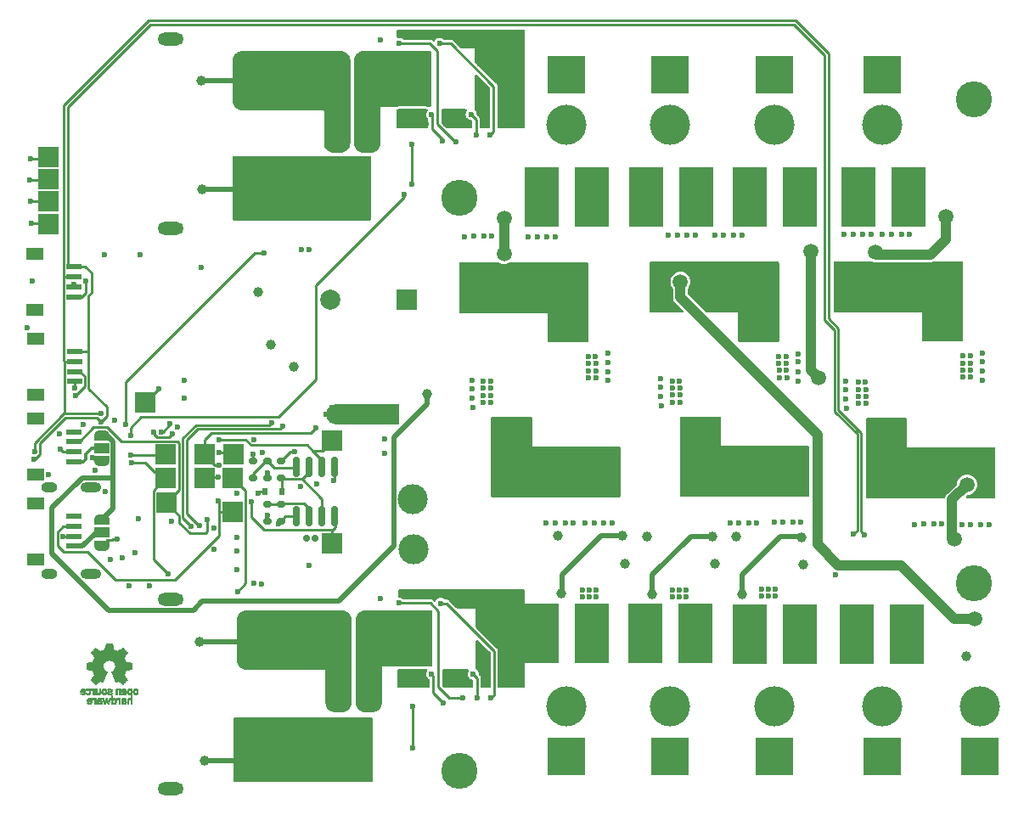
<source format=gbr>
%TF.GenerationSoftware,KiCad,Pcbnew,7.0.1-0*%
%TF.CreationDate,2023-04-01T19:34:19-07:00*%
%TF.ProjectId,1.0,312e302e-6b69-4636-9164-5f7063625858,rev?*%
%TF.SameCoordinates,Original*%
%TF.FileFunction,Copper,L4,Bot*%
%TF.FilePolarity,Positive*%
%FSLAX46Y46*%
G04 Gerber Fmt 4.6, Leading zero omitted, Abs format (unit mm)*
G04 Created by KiCad (PCBNEW 7.0.1-0) date 2023-04-01 19:34:19*
%MOMM*%
%LPD*%
G01*
G04 APERTURE LIST*
G04 Aperture macros list*
%AMRoundRect*
0 Rectangle with rounded corners*
0 $1 Rounding radius*
0 $2 $3 $4 $5 $6 $7 $8 $9 X,Y pos of 4 corners*
0 Add a 4 corners polygon primitive as box body*
4,1,4,$2,$3,$4,$5,$6,$7,$8,$9,$2,$3,0*
0 Add four circle primitives for the rounded corners*
1,1,$1+$1,$2,$3*
1,1,$1+$1,$4,$5*
1,1,$1+$1,$6,$7*
1,1,$1+$1,$8,$9*
0 Add four rect primitives between the rounded corners*
20,1,$1+$1,$2,$3,$4,$5,0*
20,1,$1+$1,$4,$5,$6,$7,0*
20,1,$1+$1,$6,$7,$8,$9,0*
20,1,$1+$1,$8,$9,$2,$3,0*%
%AMFreePoly0*
4,1,19,0.550000,-0.750000,0.000000,-0.750000,0.000000,-0.744911,-0.071157,-0.744911,-0.207708,-0.704816,-0.327430,-0.627875,-0.420627,-0.520320,-0.479746,-0.390866,-0.500000,-0.250000,-0.500000,0.250000,-0.479746,0.390866,-0.420627,0.520320,-0.327430,0.627875,-0.207708,0.704816,-0.071157,0.744911,0.000000,0.744911,0.000000,0.750000,0.550000,0.750000,0.550000,-0.750000,0.550000,-0.750000,
$1*%
%AMFreePoly1*
4,1,19,0.000000,0.744911,0.071157,0.744911,0.207708,0.704816,0.327430,0.627875,0.420627,0.520320,0.479746,0.390866,0.500000,0.250000,0.500000,-0.250000,0.479746,-0.390866,0.420627,-0.520320,0.327430,-0.627875,0.207708,-0.704816,0.071157,-0.744911,0.000000,-0.744911,0.000000,-0.750000,-0.550000,-0.750000,-0.550000,0.750000,0.000000,0.750000,0.000000,0.744911,0.000000,0.744911,
$1*%
G04 Aperture macros list end*
%TA.AperFunction,EtchedComponent*%
%ADD10C,0.010000*%
%TD*%
%TA.AperFunction,ComponentPad*%
%ADD11C,3.600000*%
%TD*%
%TA.AperFunction,ComponentPad*%
%ADD12R,3.800000X3.800000*%
%TD*%
%TA.AperFunction,ComponentPad*%
%ADD13C,4.000000*%
%TD*%
%TA.AperFunction,ComponentPad*%
%ADD14C,3.000000*%
%TD*%
%TA.AperFunction,ComponentPad*%
%ADD15O,2.600000X1.300000*%
%TD*%
%TA.AperFunction,ComponentPad*%
%ADD16R,4.916000X4.916000*%
%TD*%
%TA.AperFunction,ComponentPad*%
%ADD17C,4.916000*%
%TD*%
%TA.AperFunction,ComponentPad*%
%ADD18O,2.100000X1.000000*%
%TD*%
%TA.AperFunction,ComponentPad*%
%ADD19O,1.600000X1.000000*%
%TD*%
%TA.AperFunction,ComponentPad*%
%ADD20R,2.000000X2.000000*%
%TD*%
%TA.AperFunction,ComponentPad*%
%ADD21C,2.000000*%
%TD*%
%TA.AperFunction,SMDPad,CuDef*%
%ADD22RoundRect,0.150000X-0.250000X0.150000X-0.250000X-0.150000X0.250000X-0.150000X0.250000X0.150000X0*%
%TD*%
%TA.AperFunction,SMDPad,CuDef*%
%ADD23R,2.000000X2.000000*%
%TD*%
%TA.AperFunction,SMDPad,CuDef*%
%ADD24R,1.800000X1.200000*%
%TD*%
%TA.AperFunction,SMDPad,CuDef*%
%ADD25R,1.550000X0.600000*%
%TD*%
%TA.AperFunction,SMDPad,CuDef*%
%ADD26R,3.500000X6.000000*%
%TD*%
%TA.AperFunction,SMDPad,CuDef*%
%ADD27R,0.600000X0.800000*%
%TD*%
%TA.AperFunction,SMDPad,CuDef*%
%ADD28RoundRect,0.150000X0.150000X-0.825000X0.150000X0.825000X-0.150000X0.825000X-0.150000X-0.825000X0*%
%TD*%
%TA.AperFunction,SMDPad,CuDef*%
%ADD29FreePoly0,90.000000*%
%TD*%
%TA.AperFunction,SMDPad,CuDef*%
%ADD30R,1.500000X1.000000*%
%TD*%
%TA.AperFunction,SMDPad,CuDef*%
%ADD31FreePoly1,90.000000*%
%TD*%
%TA.AperFunction,SMDPad,CuDef*%
%ADD32C,2.000000*%
%TD*%
%TA.AperFunction,SMDPad,CuDef*%
%ADD33RoundRect,0.150000X0.250000X-0.150000X0.250000X0.150000X-0.250000X0.150000X-0.250000X-0.150000X0*%
%TD*%
%TA.AperFunction,ViaPad*%
%ADD34C,1.000000*%
%TD*%
%TA.AperFunction,ViaPad*%
%ADD35C,0.600000*%
%TD*%
%TA.AperFunction,ViaPad*%
%ADD36C,0.700000*%
%TD*%
%TA.AperFunction,ViaPad*%
%ADD37C,1.500000*%
%TD*%
%TA.AperFunction,Conductor*%
%ADD38C,0.500000*%
%TD*%
%TA.AperFunction,Conductor*%
%ADD39C,0.250000*%
%TD*%
%TA.AperFunction,Conductor*%
%ADD40C,1.000000*%
%TD*%
%TA.AperFunction,Conductor*%
%ADD41C,0.350000*%
%TD*%
G04 APERTURE END LIST*
%TO.C,P7*%
D10*
X157912128Y-167353945D02*
X157942954Y-167363568D01*
X157980916Y-167379563D01*
X157999296Y-167388159D01*
X158012561Y-167389713D01*
X158015495Y-167377798D01*
X158015498Y-167377461D01*
X158021709Y-167366087D01*
X158043131Y-167360256D01*
X158084653Y-167358614D01*
X158153812Y-167358614D01*
X158153812Y-167962179D01*
X158015495Y-167962179D01*
X158015495Y-167546027D01*
X157981110Y-167514161D01*
X157970368Y-167505104D01*
X157938370Y-167489630D01*
X157898965Y-167489010D01*
X157845312Y-167502664D01*
X157827225Y-167503529D01*
X157806008Y-167490283D01*
X157777768Y-167458800D01*
X157764069Y-167441385D01*
X157747868Y-167416797D01*
X157745371Y-167401145D01*
X157754442Y-167387941D01*
X157782289Y-167371245D01*
X157825540Y-167358030D01*
X157872464Y-167351478D01*
X157912128Y-167353945D01*
%TA.AperFunction,EtchedComponent*%
G36*
X157912128Y-167353945D02*
G01*
X157942954Y-167363568D01*
X157980916Y-167379563D01*
X157999296Y-167388159D01*
X158012561Y-167389713D01*
X158015495Y-167377798D01*
X158015498Y-167377461D01*
X158021709Y-167366087D01*
X158043131Y-167360256D01*
X158084653Y-167358614D01*
X158153812Y-167358614D01*
X158153812Y-167962179D01*
X158015495Y-167962179D01*
X158015495Y-167546027D01*
X157981110Y-167514161D01*
X157970368Y-167505104D01*
X157938370Y-167489630D01*
X157898965Y-167489010D01*
X157845312Y-167502664D01*
X157827225Y-167503529D01*
X157806008Y-167490283D01*
X157777768Y-167458800D01*
X157764069Y-167441385D01*
X157747868Y-167416797D01*
X157745371Y-167401145D01*
X157754442Y-167387941D01*
X157782289Y-167371245D01*
X157825540Y-167358030D01*
X157872464Y-167351478D01*
X157912128Y-167353945D01*
G37*
%TD.AperFunction*%
X158095265Y-168309965D02*
X158133255Y-168327745D01*
X158166386Y-168353806D01*
X158166386Y-168327745D01*
X158167211Y-168317849D01*
X158174893Y-168307358D01*
X158195667Y-168302725D01*
X158235544Y-168301683D01*
X158304703Y-168301683D01*
X158304703Y-168917822D01*
X158166386Y-168917822D01*
X158166386Y-168717226D01*
X158166369Y-168705710D01*
X158165189Y-168624758D01*
X158162294Y-168558817D01*
X158157888Y-168511258D01*
X158152181Y-168485452D01*
X158146940Y-168475710D01*
X158114676Y-168445156D01*
X158070730Y-168431631D01*
X158022743Y-168437941D01*
X158010973Y-168442217D01*
X157985898Y-168449776D01*
X157968762Y-168447428D01*
X157951518Y-168432064D01*
X157926124Y-168400571D01*
X157884936Y-168348568D01*
X157913886Y-168325125D01*
X157941405Y-168311015D01*
X157989745Y-168301486D01*
X158044230Y-168301174D01*
X158095265Y-168309965D01*
%TA.AperFunction,EtchedComponent*%
G36*
X158095265Y-168309965D02*
G01*
X158133255Y-168327745D01*
X158166386Y-168353806D01*
X158166386Y-168327745D01*
X158167211Y-168317849D01*
X158174893Y-168307358D01*
X158195667Y-168302725D01*
X158235544Y-168301683D01*
X158304703Y-168301683D01*
X158304703Y-168917822D01*
X158166386Y-168917822D01*
X158166386Y-168717226D01*
X158166369Y-168705710D01*
X158165189Y-168624758D01*
X158162294Y-168558817D01*
X158157888Y-168511258D01*
X158152181Y-168485452D01*
X158146940Y-168475710D01*
X158114676Y-168445156D01*
X158070730Y-168431631D01*
X158022743Y-168437941D01*
X158010973Y-168442217D01*
X157985898Y-168449776D01*
X157968762Y-168447428D01*
X157951518Y-168432064D01*
X157926124Y-168400571D01*
X157884936Y-168348568D01*
X157913886Y-168325125D01*
X157941405Y-168311015D01*
X157989745Y-168301486D01*
X158044230Y-168301174D01*
X158095265Y-168309965D01*
G37*
%TD.AperFunction*%
X160718960Y-168917822D02*
X160593218Y-168917822D01*
X160593218Y-168723740D01*
X160593078Y-168678594D01*
X160591649Y-168603823D01*
X160588029Y-168548467D01*
X160581434Y-168508702D01*
X160571079Y-168480700D01*
X160556178Y-168460635D01*
X160535946Y-168444681D01*
X160513859Y-168432792D01*
X160487705Y-168429421D01*
X160450508Y-168436917D01*
X160438555Y-168440038D01*
X160408718Y-168444735D01*
X160387383Y-168438005D01*
X160362655Y-168417177D01*
X160357963Y-168412647D01*
X160332020Y-168384626D01*
X160315291Y-168361843D01*
X160312996Y-168356355D01*
X160317543Y-168336088D01*
X160340602Y-168319884D01*
X160376995Y-168308513D01*
X160421544Y-168302740D01*
X160469072Y-168303334D01*
X160514400Y-168311063D01*
X160552351Y-168326694D01*
X160564381Y-168333993D01*
X160584632Y-168344676D01*
X160592129Y-168342230D01*
X160593218Y-168326647D01*
X160593473Y-168321053D01*
X160599539Y-168308660D01*
X160618356Y-168303020D01*
X160656089Y-168301683D01*
X160718960Y-168301683D01*
X160718960Y-168917822D01*
%TA.AperFunction,EtchedComponent*%
G36*
X160718960Y-168917822D02*
G01*
X160593218Y-168917822D01*
X160593218Y-168723740D01*
X160593078Y-168678594D01*
X160591649Y-168603823D01*
X160588029Y-168548467D01*
X160581434Y-168508702D01*
X160571079Y-168480700D01*
X160556178Y-168460635D01*
X160535946Y-168444681D01*
X160513859Y-168432792D01*
X160487705Y-168429421D01*
X160450508Y-168436917D01*
X160438555Y-168440038D01*
X160408718Y-168444735D01*
X160387383Y-168438005D01*
X160362655Y-168417177D01*
X160357963Y-168412647D01*
X160332020Y-168384626D01*
X160315291Y-168361843D01*
X160312996Y-168356355D01*
X160317543Y-168336088D01*
X160340602Y-168319884D01*
X160376995Y-168308513D01*
X160421544Y-168302740D01*
X160469072Y-168303334D01*
X160514400Y-168311063D01*
X160552351Y-168326694D01*
X160564381Y-168333993D01*
X160584632Y-168344676D01*
X160592129Y-168342230D01*
X160593218Y-168326647D01*
X160593473Y-168321053D01*
X160599539Y-168308660D01*
X160618356Y-168303020D01*
X160656089Y-168301683D01*
X160718960Y-168301683D01*
X160718960Y-168917822D01*
G37*
%TD.AperFunction*%
X158405297Y-167554342D02*
X158406357Y-167642394D01*
X158410509Y-167713510D01*
X158418921Y-167765199D01*
X158432757Y-167800360D01*
X158453182Y-167821889D01*
X158481364Y-167832682D01*
X158518465Y-167835636D01*
X158553890Y-167833000D01*
X158582500Y-167822679D01*
X158603296Y-167801772D01*
X158617442Y-167767381D01*
X158626103Y-167716610D01*
X158630445Y-167646563D01*
X158631633Y-167554342D01*
X158631633Y-167358614D01*
X158757376Y-167358614D01*
X158757376Y-167594578D01*
X158757160Y-167657561D01*
X158755484Y-167739007D01*
X158751277Y-167801121D01*
X158743521Y-167847458D01*
X158731196Y-167881573D01*
X158713285Y-167907022D01*
X158688767Y-167927362D01*
X158656623Y-167946147D01*
X158589125Y-167969928D01*
X158518681Y-167971480D01*
X158452264Y-167949580D01*
X158423286Y-167935383D01*
X158408909Y-167933261D01*
X158405297Y-167943293D01*
X158399299Y-167954556D01*
X158377830Y-167960489D01*
X158336138Y-167962179D01*
X158266980Y-167962179D01*
X158266980Y-167358614D01*
X158405297Y-167358614D01*
X158405297Y-167554342D01*
%TA.AperFunction,EtchedComponent*%
G36*
X158405297Y-167554342D02*
G01*
X158406357Y-167642394D01*
X158410509Y-167713510D01*
X158418921Y-167765199D01*
X158432757Y-167800360D01*
X158453182Y-167821889D01*
X158481364Y-167832682D01*
X158518465Y-167835636D01*
X158553890Y-167833000D01*
X158582500Y-167822679D01*
X158603296Y-167801772D01*
X158617442Y-167767381D01*
X158626103Y-167716610D01*
X158630445Y-167646563D01*
X158631633Y-167554342D01*
X158631633Y-167358614D01*
X158757376Y-167358614D01*
X158757376Y-167594578D01*
X158757160Y-167657561D01*
X158755484Y-167739007D01*
X158751277Y-167801121D01*
X158743521Y-167847458D01*
X158731196Y-167881573D01*
X158713285Y-167907022D01*
X158688767Y-167927362D01*
X158656623Y-167946147D01*
X158589125Y-167969928D01*
X158518681Y-167971480D01*
X158452264Y-167949580D01*
X158423286Y-167935383D01*
X158408909Y-167933261D01*
X158405297Y-167943293D01*
X158399299Y-167954556D01*
X158377830Y-167960489D01*
X158336138Y-167962179D01*
X158266980Y-167962179D01*
X158266980Y-167358614D01*
X158405297Y-167358614D01*
X158405297Y-167554342D01*
G37*
%TD.AperFunction*%
X160507605Y-167357424D02*
X160564926Y-167375434D01*
X160590199Y-167387674D01*
X160602910Y-167388938D01*
X160605792Y-167377798D01*
X160605795Y-167377461D01*
X160612006Y-167366087D01*
X160633428Y-167360256D01*
X160674950Y-167358614D01*
X160744109Y-167358614D01*
X160744109Y-167962179D01*
X160605792Y-167962179D01*
X160605792Y-167754132D01*
X160605697Y-167683879D01*
X160605051Y-167626170D01*
X160603320Y-167585787D01*
X160599974Y-167558615D01*
X160594481Y-167540540D01*
X160586310Y-167527447D01*
X160574928Y-167515221D01*
X160559424Y-167502217D01*
X160514843Y-167484745D01*
X160468047Y-167489873D01*
X160425180Y-167517507D01*
X160412927Y-167530368D01*
X160404132Y-167543384D01*
X160398233Y-167560706D01*
X160394651Y-167586501D01*
X160392809Y-167624939D01*
X160392128Y-167680189D01*
X160392030Y-167756418D01*
X160392030Y-167962179D01*
X160253713Y-167962179D01*
X160253989Y-167738985D01*
X160254008Y-167729044D01*
X160255207Y-167634106D01*
X160258891Y-167560358D01*
X160266006Y-167504214D01*
X160277500Y-167462087D01*
X160294318Y-167430391D01*
X160317409Y-167405541D01*
X160347717Y-167383950D01*
X160379012Y-167369002D01*
X160442037Y-167355421D01*
X160507605Y-167357424D01*
%TA.AperFunction,EtchedComponent*%
G36*
X160507605Y-167357424D02*
G01*
X160564926Y-167375434D01*
X160590199Y-167387674D01*
X160602910Y-167388938D01*
X160605792Y-167377798D01*
X160605795Y-167377461D01*
X160612006Y-167366087D01*
X160633428Y-167360256D01*
X160674950Y-167358614D01*
X160744109Y-167358614D01*
X160744109Y-167962179D01*
X160605792Y-167962179D01*
X160605792Y-167754132D01*
X160605697Y-167683879D01*
X160605051Y-167626170D01*
X160603320Y-167585787D01*
X160599974Y-167558615D01*
X160594481Y-167540540D01*
X160586310Y-167527447D01*
X160574928Y-167515221D01*
X160559424Y-167502217D01*
X160514843Y-167484745D01*
X160468047Y-167489873D01*
X160425180Y-167517507D01*
X160412927Y-167530368D01*
X160404132Y-167543384D01*
X160398233Y-167560706D01*
X160394651Y-167586501D01*
X160392809Y-167624939D01*
X160392128Y-167680189D01*
X160392030Y-167756418D01*
X160392030Y-167962179D01*
X160253713Y-167962179D01*
X160253989Y-167738985D01*
X160254008Y-167729044D01*
X160255207Y-167634106D01*
X160258891Y-167560358D01*
X160266006Y-167504214D01*
X160277500Y-167462087D01*
X160294318Y-167430391D01*
X160317409Y-167405541D01*
X160347717Y-167383950D01*
X160379012Y-167369002D01*
X160442037Y-167355421D01*
X160507605Y-167357424D01*
G37*
%TD.AperFunction*%
X157558409Y-167361493D02*
X157627021Y-167388224D01*
X157685048Y-167432351D01*
X157727907Y-167492958D01*
X157730801Y-167499137D01*
X157749176Y-167559409D01*
X157758357Y-167631407D01*
X157758285Y-167706369D01*
X157748901Y-167775536D01*
X157730149Y-167830149D01*
X157706995Y-167868212D01*
X157656030Y-167922135D01*
X157592306Y-167956411D01*
X157537785Y-167970272D01*
X157454767Y-167971785D01*
X157375326Y-167950882D01*
X157304879Y-167908464D01*
X157259284Y-167870880D01*
X157300351Y-167828510D01*
X157326296Y-167803409D01*
X157349764Y-167789434D01*
X157371524Y-167792511D01*
X157399356Y-167811287D01*
X157410454Y-167818638D01*
X157457337Y-167833683D01*
X157511224Y-167833673D01*
X157561675Y-167818168D01*
X157580672Y-167805716D01*
X157608537Y-167768946D01*
X157622506Y-167714939D01*
X157623405Y-167641331D01*
X157623403Y-167641289D01*
X157613009Y-167575433D01*
X157590114Y-167529772D01*
X157552439Y-167501528D01*
X157497708Y-167487920D01*
X157463241Y-167486090D01*
X157433126Y-167493584D01*
X157402240Y-167515295D01*
X157362272Y-167548926D01*
X157311656Y-167508250D01*
X157293163Y-167492667D01*
X157270065Y-167470340D01*
X157261039Y-167457183D01*
X157264236Y-167451253D01*
X157282646Y-167433048D01*
X157311973Y-167409895D01*
X157334920Y-167394830D01*
X157407774Y-167363880D01*
X157483799Y-167353073D01*
X157558409Y-167361493D01*
%TA.AperFunction,EtchedComponent*%
G36*
X157558409Y-167361493D02*
G01*
X157627021Y-167388224D01*
X157685048Y-167432351D01*
X157727907Y-167492958D01*
X157730801Y-167499137D01*
X157749176Y-167559409D01*
X157758357Y-167631407D01*
X157758285Y-167706369D01*
X157748901Y-167775536D01*
X157730149Y-167830149D01*
X157706995Y-167868212D01*
X157656030Y-167922135D01*
X157592306Y-167956411D01*
X157537785Y-167970272D01*
X157454767Y-167971785D01*
X157375326Y-167950882D01*
X157304879Y-167908464D01*
X157259284Y-167870880D01*
X157300351Y-167828510D01*
X157326296Y-167803409D01*
X157349764Y-167789434D01*
X157371524Y-167792511D01*
X157399356Y-167811287D01*
X157410454Y-167818638D01*
X157457337Y-167833683D01*
X157511224Y-167833673D01*
X157561675Y-167818168D01*
X157580672Y-167805716D01*
X157608537Y-167768946D01*
X157622506Y-167714939D01*
X157623405Y-167641331D01*
X157623403Y-167641289D01*
X157613009Y-167575433D01*
X157590114Y-167529772D01*
X157552439Y-167501528D01*
X157497708Y-167487920D01*
X157463241Y-167486090D01*
X157433126Y-167493584D01*
X157402240Y-167515295D01*
X157362272Y-167548926D01*
X157311656Y-167508250D01*
X157293163Y-167492667D01*
X157270065Y-167470340D01*
X157261039Y-167457183D01*
X157264236Y-167451253D01*
X157282646Y-167433048D01*
X157311973Y-167409895D01*
X157334920Y-167394830D01*
X157407774Y-167363880D01*
X157483799Y-167353073D01*
X157558409Y-167361493D01*
G37*
%TD.AperFunction*%
X159357410Y-167653766D02*
X159357857Y-167703771D01*
X159354349Y-167743565D01*
X159338844Y-167819538D01*
X159311110Y-167877511D01*
X159268898Y-167921300D01*
X159209960Y-167954722D01*
X159187076Y-167962676D01*
X159127812Y-167972601D01*
X159065447Y-167972331D01*
X159012823Y-167961430D01*
X159011789Y-167961034D01*
X158969381Y-167936087D01*
X158926537Y-167897468D01*
X158890986Y-167853306D01*
X158870459Y-167811727D01*
X158864374Y-167781334D01*
X158859164Y-167724429D01*
X158858291Y-167673705D01*
X158984976Y-167673705D01*
X158992549Y-167734545D01*
X159010341Y-167784538D01*
X159037296Y-167817204D01*
X159047513Y-167822812D01*
X159086473Y-167833007D01*
X159131536Y-167835104D01*
X159169448Y-167828020D01*
X159184244Y-167817861D01*
X159205014Y-167782334D01*
X159218083Y-167726732D01*
X159222624Y-167653766D01*
X159222551Y-167632762D01*
X159220974Y-167590203D01*
X159215728Y-167562439D01*
X159204723Y-167541925D01*
X159185868Y-167521112D01*
X159149989Y-167495887D01*
X159103280Y-167485573D01*
X159058151Y-167495396D01*
X159020680Y-167523805D01*
X158996943Y-167569253D01*
X158988675Y-167608497D01*
X158984976Y-167673705D01*
X158858291Y-167673705D01*
X158858049Y-167659621D01*
X158860844Y-167595116D01*
X158867366Y-167539121D01*
X158877432Y-167499842D01*
X158900877Y-167455372D01*
X158950637Y-167400692D01*
X159014238Y-167366055D01*
X159089790Y-167352345D01*
X159175399Y-167360448D01*
X159189644Y-167363899D01*
X159255982Y-167393664D01*
X159305971Y-167442530D01*
X159339612Y-167510501D01*
X159356906Y-167597580D01*
X159357410Y-167653766D01*
%TA.AperFunction,EtchedComponent*%
G36*
X159357410Y-167653766D02*
G01*
X159357857Y-167703771D01*
X159354349Y-167743565D01*
X159338844Y-167819538D01*
X159311110Y-167877511D01*
X159268898Y-167921300D01*
X159209960Y-167954722D01*
X159187076Y-167962676D01*
X159127812Y-167972601D01*
X159065447Y-167972331D01*
X159012823Y-167961430D01*
X159011789Y-167961034D01*
X158969381Y-167936087D01*
X158926537Y-167897468D01*
X158890986Y-167853306D01*
X158870459Y-167811727D01*
X158864374Y-167781334D01*
X158859164Y-167724429D01*
X158858291Y-167673705D01*
X158984976Y-167673705D01*
X158992549Y-167734545D01*
X159010341Y-167784538D01*
X159037296Y-167817204D01*
X159047513Y-167822812D01*
X159086473Y-167833007D01*
X159131536Y-167835104D01*
X159169448Y-167828020D01*
X159184244Y-167817861D01*
X159205014Y-167782334D01*
X159218083Y-167726732D01*
X159222624Y-167653766D01*
X159222551Y-167632762D01*
X159220974Y-167590203D01*
X159215728Y-167562439D01*
X159204723Y-167541925D01*
X159185868Y-167521112D01*
X159149989Y-167495887D01*
X159103280Y-167485573D01*
X159058151Y-167495396D01*
X159020680Y-167523805D01*
X158996943Y-167569253D01*
X158988675Y-167608497D01*
X158984976Y-167673705D01*
X158858291Y-167673705D01*
X158858049Y-167659621D01*
X158860844Y-167595116D01*
X158867366Y-167539121D01*
X158877432Y-167499842D01*
X158900877Y-167455372D01*
X158950637Y-167400692D01*
X159014238Y-167366055D01*
X159089790Y-167352345D01*
X159175399Y-167360448D01*
X159189644Y-167363899D01*
X159255982Y-167393664D01*
X159305971Y-167442530D01*
X159339612Y-167510501D01*
X159356906Y-167597580D01*
X159357410Y-167653766D01*
G37*
%TD.AperFunction*%
X159457997Y-168499130D02*
X159474997Y-168549850D01*
X159495107Y-168605997D01*
X159511899Y-168648532D01*
X159523986Y-168673990D01*
X159529980Y-168678903D01*
X159531426Y-168674630D01*
X159539254Y-168648422D01*
X159551723Y-168604649D01*
X159567447Y-168548211D01*
X159585043Y-168484010D01*
X159632914Y-168307971D01*
X159706007Y-168304152D01*
X159712177Y-168303846D01*
X159751592Y-168303441D01*
X159770533Y-168307487D01*
X159772945Y-168316726D01*
X159769898Y-168325749D01*
X159759874Y-168356632D01*
X159744180Y-168405544D01*
X159723934Y-168468987D01*
X159700256Y-168543462D01*
X159674263Y-168625471D01*
X159581736Y-168917822D01*
X159465993Y-168917822D01*
X159411457Y-168732352D01*
X159401386Y-168698294D01*
X159382775Y-168636378D01*
X159366872Y-168584787D01*
X159355109Y-168548130D01*
X159348918Y-168531018D01*
X159347154Y-168529741D01*
X159338571Y-168540779D01*
X159326316Y-168569969D01*
X159312426Y-168612750D01*
X159311692Y-168615263D01*
X159293096Y-168678400D01*
X159271818Y-168749889D01*
X159252321Y-168814734D01*
X159220705Y-168919122D01*
X159162402Y-168915328D01*
X159104098Y-168911535D01*
X159050098Y-168741782D01*
X159026390Y-168667193D01*
X158999833Y-168583539D01*
X158974404Y-168503342D01*
X158953354Y-168436857D01*
X158910609Y-168301683D01*
X159053612Y-168301683D01*
X159088274Y-168430570D01*
X159097488Y-168464625D01*
X159114915Y-168528115D01*
X159131054Y-168585874D01*
X159143322Y-168628614D01*
X159163709Y-168697773D01*
X159293745Y-168307971D01*
X159343476Y-168304237D01*
X159393206Y-168300504D01*
X159457997Y-168499130D01*
%TA.AperFunction,EtchedComponent*%
G36*
X159457997Y-168499130D02*
G01*
X159474997Y-168549850D01*
X159495107Y-168605997D01*
X159511899Y-168648532D01*
X159523986Y-168673990D01*
X159529980Y-168678903D01*
X159531426Y-168674630D01*
X159539254Y-168648422D01*
X159551723Y-168604649D01*
X159567447Y-168548211D01*
X159585043Y-168484010D01*
X159632914Y-168307971D01*
X159706007Y-168304152D01*
X159712177Y-168303846D01*
X159751592Y-168303441D01*
X159770533Y-168307487D01*
X159772945Y-168316726D01*
X159769898Y-168325749D01*
X159759874Y-168356632D01*
X159744180Y-168405544D01*
X159723934Y-168468987D01*
X159700256Y-168543462D01*
X159674263Y-168625471D01*
X159581736Y-168917822D01*
X159465993Y-168917822D01*
X159411457Y-168732352D01*
X159401386Y-168698294D01*
X159382775Y-168636378D01*
X159366872Y-168584787D01*
X159355109Y-168548130D01*
X159348918Y-168531018D01*
X159347154Y-168529741D01*
X159338571Y-168540779D01*
X159326316Y-168569969D01*
X159312426Y-168612750D01*
X159311692Y-168615263D01*
X159293096Y-168678400D01*
X159271818Y-168749889D01*
X159252321Y-168814734D01*
X159220705Y-168919122D01*
X159162402Y-168915328D01*
X159104098Y-168911535D01*
X159050098Y-168741782D01*
X159026390Y-168667193D01*
X158999833Y-168583539D01*
X158974404Y-168503342D01*
X158953354Y-168436857D01*
X158910609Y-168301683D01*
X159053612Y-168301683D01*
X159088274Y-168430570D01*
X159097488Y-168464625D01*
X159114915Y-168528115D01*
X159131054Y-168585874D01*
X159143322Y-168628614D01*
X159163709Y-168697773D01*
X159293745Y-168307971D01*
X159343476Y-168304237D01*
X159393206Y-168300504D01*
X159457997Y-168499130D01*
G37*
%TD.AperFunction*%
X162490672Y-167659219D02*
X162489997Y-167694931D01*
X162488373Y-167734310D01*
X162484688Y-167782332D01*
X162478410Y-167816368D01*
X162468044Y-167843338D01*
X162452092Y-167870158D01*
X162451412Y-167871175D01*
X162412132Y-167914629D01*
X162364072Y-167947772D01*
X162308185Y-167967439D01*
X162234666Y-167973824D01*
X162162609Y-167961268D01*
X162098201Y-167931011D01*
X162047627Y-167884294D01*
X162033108Y-167862221D01*
X162005993Y-167793602D01*
X161992546Y-167708939D01*
X161992776Y-167687523D01*
X162127920Y-167687523D01*
X162128174Y-167727574D01*
X162132421Y-167754313D01*
X162142096Y-167774859D01*
X162158638Y-167796331D01*
X162181593Y-167817639D01*
X162227505Y-167836653D01*
X162276802Y-167833122D01*
X162323917Y-167806694D01*
X162337207Y-167794072D01*
X162351397Y-167772465D01*
X162359266Y-167742094D01*
X162363726Y-167694770D01*
X162364955Y-167659219D01*
X162358224Y-167586620D01*
X162337567Y-167534642D01*
X162302894Y-167502999D01*
X162262249Y-167487847D01*
X162213777Y-167489123D01*
X162168845Y-167514703D01*
X162158103Y-167524442D01*
X162144548Y-167541480D01*
X162136505Y-167563772D01*
X162132043Y-167597947D01*
X162129228Y-167650638D01*
X162127920Y-167687523D01*
X161992776Y-167687523D01*
X161993583Y-167612351D01*
X161994907Y-167598651D01*
X162013374Y-167510908D01*
X162047540Y-167442793D01*
X162097479Y-167394231D01*
X162163261Y-167365148D01*
X162244961Y-167355471D01*
X162275828Y-167356379D01*
X162339128Y-167367493D01*
X162390889Y-167394021D01*
X162439147Y-167439436D01*
X162446865Y-167448551D01*
X162467681Y-167479248D01*
X162481362Y-167514007D01*
X162488948Y-167558056D01*
X162491479Y-167616621D01*
X162490672Y-167659219D01*
%TA.AperFunction,EtchedComponent*%
G36*
X162490672Y-167659219D02*
G01*
X162489997Y-167694931D01*
X162488373Y-167734310D01*
X162484688Y-167782332D01*
X162478410Y-167816368D01*
X162468044Y-167843338D01*
X162452092Y-167870158D01*
X162451412Y-167871175D01*
X162412132Y-167914629D01*
X162364072Y-167947772D01*
X162308185Y-167967439D01*
X162234666Y-167973824D01*
X162162609Y-167961268D01*
X162098201Y-167931011D01*
X162047627Y-167884294D01*
X162033108Y-167862221D01*
X162005993Y-167793602D01*
X161992546Y-167708939D01*
X161992776Y-167687523D01*
X162127920Y-167687523D01*
X162128174Y-167727574D01*
X162132421Y-167754313D01*
X162142096Y-167774859D01*
X162158638Y-167796331D01*
X162181593Y-167817639D01*
X162227505Y-167836653D01*
X162276802Y-167833122D01*
X162323917Y-167806694D01*
X162337207Y-167794072D01*
X162351397Y-167772465D01*
X162359266Y-167742094D01*
X162363726Y-167694770D01*
X162364955Y-167659219D01*
X162358224Y-167586620D01*
X162337567Y-167534642D01*
X162302894Y-167502999D01*
X162262249Y-167487847D01*
X162213777Y-167489123D01*
X162168845Y-167514703D01*
X162158103Y-167524442D01*
X162144548Y-167541480D01*
X162136505Y-167563772D01*
X162132043Y-167597947D01*
X162129228Y-167650638D01*
X162127920Y-167687523D01*
X161992776Y-167687523D01*
X161993583Y-167612351D01*
X161994907Y-167598651D01*
X162013374Y-167510908D01*
X162047540Y-167442793D01*
X162097479Y-167394231D01*
X162163261Y-167365148D01*
X162244961Y-167355471D01*
X162275828Y-167356379D01*
X162339128Y-167367493D01*
X162390889Y-167394021D01*
X162439147Y-167439436D01*
X162446865Y-167448551D01*
X162467681Y-167479248D01*
X162481362Y-167514007D01*
X162488948Y-167558056D01*
X162491479Y-167616621D01*
X162490672Y-167659219D01*
G37*
%TD.AperFunction*%
X160315633Y-168616155D02*
X160315761Y-168656813D01*
X160314167Y-168710571D01*
X160310962Y-168748018D01*
X160310413Y-168751450D01*
X160288838Y-168812835D01*
X160249438Y-168864877D01*
X160197752Y-168900135D01*
X160142248Y-168914729D01*
X160073977Y-168913597D01*
X160011173Y-168894029D01*
X159994815Y-168885771D01*
X159973779Y-168876923D01*
X159965774Y-168879676D01*
X159964505Y-168894029D01*
X159963922Y-168901186D01*
X159956394Y-168911772D01*
X159935488Y-168916645D01*
X159895346Y-168917822D01*
X159826188Y-168917822D01*
X159826188Y-168615930D01*
X159964505Y-168615930D01*
X159965496Y-168668230D01*
X159969519Y-168703050D01*
X159978108Y-168726905D01*
X159992797Y-168746895D01*
X160031584Y-168776618D01*
X160076974Y-168786582D01*
X160120989Y-168774260D01*
X160158060Y-168739888D01*
X160167859Y-168714735D01*
X160175097Y-168670194D01*
X160178279Y-168616155D01*
X160177277Y-168560728D01*
X160171961Y-168512022D01*
X160162204Y-168478148D01*
X160159087Y-168472593D01*
X160129038Y-168444674D01*
X160088315Y-168432306D01*
X160044579Y-168435183D01*
X160005491Y-168453000D01*
X159978710Y-168485452D01*
X159977603Y-168488181D01*
X159970963Y-168518634D01*
X159966278Y-168564139D01*
X159964505Y-168615930D01*
X159826188Y-168615930D01*
X159826188Y-168062773D01*
X159964505Y-168062773D01*
X159964505Y-168355878D01*
X159990124Y-168332693D01*
X160014792Y-168318282D01*
X160061480Y-168306236D01*
X160116056Y-168302354D01*
X160169354Y-168307120D01*
X160212207Y-168321014D01*
X160242878Y-168340779D01*
X160274471Y-168374449D01*
X160295733Y-168419730D01*
X160308514Y-168480981D01*
X160314664Y-168562563D01*
X160315568Y-168595540D01*
X160315633Y-168616155D01*
%TA.AperFunction,EtchedComponent*%
G36*
X160315633Y-168616155D02*
G01*
X160315761Y-168656813D01*
X160314167Y-168710571D01*
X160310962Y-168748018D01*
X160310413Y-168751450D01*
X160288838Y-168812835D01*
X160249438Y-168864877D01*
X160197752Y-168900135D01*
X160142248Y-168914729D01*
X160073977Y-168913597D01*
X160011173Y-168894029D01*
X159994815Y-168885771D01*
X159973779Y-168876923D01*
X159965774Y-168879676D01*
X159964505Y-168894029D01*
X159963922Y-168901186D01*
X159956394Y-168911772D01*
X159935488Y-168916645D01*
X159895346Y-168917822D01*
X159826188Y-168917822D01*
X159826188Y-168615930D01*
X159964505Y-168615930D01*
X159965496Y-168668230D01*
X159969519Y-168703050D01*
X159978108Y-168726905D01*
X159992797Y-168746895D01*
X160031584Y-168776618D01*
X160076974Y-168786582D01*
X160120989Y-168774260D01*
X160158060Y-168739888D01*
X160167859Y-168714735D01*
X160175097Y-168670194D01*
X160178279Y-168616155D01*
X160177277Y-168560728D01*
X160171961Y-168512022D01*
X160162204Y-168478148D01*
X160159087Y-168472593D01*
X160129038Y-168444674D01*
X160088315Y-168432306D01*
X160044579Y-168435183D01*
X160005491Y-168453000D01*
X159978710Y-168485452D01*
X159977603Y-168488181D01*
X159970963Y-168518634D01*
X159966278Y-168564139D01*
X159964505Y-168615930D01*
X159826188Y-168615930D01*
X159826188Y-168062773D01*
X159964505Y-168062773D01*
X159964505Y-168355878D01*
X159990124Y-168332693D01*
X160014792Y-168318282D01*
X160061480Y-168306236D01*
X160116056Y-168302354D01*
X160169354Y-168307120D01*
X160212207Y-168321014D01*
X160242878Y-168340779D01*
X160274471Y-168374449D01*
X160295733Y-168419730D01*
X160308514Y-168480981D01*
X160314664Y-168562563D01*
X160315568Y-168595540D01*
X160315633Y-168616155D01*
G37*
%TD.AperFunction*%
X157237900Y-167585542D02*
X157244444Y-167619878D01*
X157242825Y-167716121D01*
X157242615Y-167718014D01*
X157224535Y-167806325D01*
X157191870Y-167874986D01*
X157143601Y-167925506D01*
X157078713Y-167959393D01*
X157066801Y-167963268D01*
X156992971Y-167974688D01*
X156916614Y-167968320D01*
X156845626Y-167945563D01*
X156787904Y-167907819D01*
X156744667Y-167867872D01*
X156790625Y-167831532D01*
X156836583Y-167795193D01*
X156891969Y-167822101D01*
X156956056Y-167843905D01*
X157012632Y-167844558D01*
X157058920Y-167824525D01*
X157092230Y-167784315D01*
X157104171Y-167760222D01*
X157110837Y-167739630D01*
X157106980Y-167725720D01*
X157089675Y-167717181D01*
X157055997Y-167712704D01*
X157003021Y-167710978D01*
X156927822Y-167710693D01*
X156745495Y-167710693D01*
X156745495Y-167623492D01*
X156746857Y-167585210D01*
X156875234Y-167585210D01*
X156881399Y-167592251D01*
X156899654Y-167595916D01*
X156934352Y-167597306D01*
X156989846Y-167597525D01*
X157019603Y-167597176D01*
X157066562Y-167594867D01*
X157098416Y-167590822D01*
X157110148Y-167585542D01*
X157107146Y-167566062D01*
X157085988Y-167528786D01*
X157050731Y-167498164D01*
X157008699Y-167479668D01*
X156967220Y-167478773D01*
X156935997Y-167493604D01*
X156900618Y-167527355D01*
X156878122Y-167569233D01*
X156876805Y-167573690D01*
X156875234Y-167585210D01*
X156746857Y-167585210D01*
X156747136Y-167577371D01*
X156751955Y-167531740D01*
X156758840Y-167500893D01*
X156763859Y-167489117D01*
X156800390Y-167436667D01*
X156853175Y-167392921D01*
X156914904Y-167364279D01*
X156947102Y-167356457D01*
X157023820Y-167352896D01*
X157092179Y-167371009D01*
X157150299Y-167408779D01*
X157196302Y-167464191D01*
X157228310Y-167535229D01*
X157237900Y-167585542D01*
%TA.AperFunction,EtchedComponent*%
G36*
X157237900Y-167585542D02*
G01*
X157244444Y-167619878D01*
X157242825Y-167716121D01*
X157242615Y-167718014D01*
X157224535Y-167806325D01*
X157191870Y-167874986D01*
X157143601Y-167925506D01*
X157078713Y-167959393D01*
X157066801Y-167963268D01*
X156992971Y-167974688D01*
X156916614Y-167968320D01*
X156845626Y-167945563D01*
X156787904Y-167907819D01*
X156744667Y-167867872D01*
X156790625Y-167831532D01*
X156836583Y-167795193D01*
X156891969Y-167822101D01*
X156956056Y-167843905D01*
X157012632Y-167844558D01*
X157058920Y-167824525D01*
X157092230Y-167784315D01*
X157104171Y-167760222D01*
X157110837Y-167739630D01*
X157106980Y-167725720D01*
X157089675Y-167717181D01*
X157055997Y-167712704D01*
X157003021Y-167710978D01*
X156927822Y-167710693D01*
X156745495Y-167710693D01*
X156745495Y-167623492D01*
X156746857Y-167585210D01*
X156875234Y-167585210D01*
X156881399Y-167592251D01*
X156899654Y-167595916D01*
X156934352Y-167597306D01*
X156989846Y-167597525D01*
X157019603Y-167597176D01*
X157066562Y-167594867D01*
X157098416Y-167590822D01*
X157110148Y-167585542D01*
X157107146Y-167566062D01*
X157085988Y-167528786D01*
X157050731Y-167498164D01*
X157008699Y-167479668D01*
X156967220Y-167478773D01*
X156935997Y-167493604D01*
X156900618Y-167527355D01*
X156878122Y-167569233D01*
X156876805Y-167573690D01*
X156875234Y-167585210D01*
X156746857Y-167585210D01*
X156747136Y-167577371D01*
X156751955Y-167531740D01*
X156758840Y-167500893D01*
X156763859Y-167489117D01*
X156800390Y-167436667D01*
X156853175Y-167392921D01*
X156914904Y-167364279D01*
X156947102Y-167356457D01*
X157023820Y-167352896D01*
X157092179Y-167371009D01*
X157150299Y-167408779D01*
X157196302Y-167464191D01*
X157228310Y-167535229D01*
X157237900Y-167585542D01*
G37*
%TD.AperFunction*%
X159723874Y-167358207D02*
X159796495Y-167376408D01*
X159849546Y-167410144D01*
X159883329Y-167459642D01*
X159898147Y-167525126D01*
X159895147Y-167587820D01*
X159873493Y-167640699D01*
X159831967Y-167679796D01*
X159769736Y-167705873D01*
X159685969Y-167719695D01*
X159631540Y-167726940D01*
X159581860Y-167742615D01*
X159556211Y-167765314D01*
X159554662Y-167794998D01*
X159564984Y-167813507D01*
X159596951Y-167835443D01*
X159642395Y-167845818D01*
X159695649Y-167844399D01*
X159751048Y-167830952D01*
X159802928Y-167805243D01*
X159854653Y-167771013D01*
X159900148Y-167817049D01*
X159945643Y-167863084D01*
X159907921Y-167893876D01*
X159893253Y-167904574D01*
X159851983Y-167928880D01*
X159807327Y-167949825D01*
X159771984Y-167961845D01*
X159720234Y-167970552D01*
X159656435Y-167970667D01*
X159578200Y-167961081D01*
X159507722Y-167936783D01*
X159457836Y-167898188D01*
X159428423Y-167845198D01*
X159419365Y-167777718D01*
X159425921Y-167718354D01*
X159446970Y-167669752D01*
X159484864Y-167634946D01*
X159542004Y-167611798D01*
X159620785Y-167598170D01*
X159629834Y-167597183D01*
X159678885Y-167590892D01*
X159718675Y-167584309D01*
X159741312Y-167578708D01*
X159748866Y-167574197D01*
X159761637Y-167550941D01*
X159759563Y-167521171D01*
X159742495Y-167495327D01*
X159733533Y-167489691D01*
X159696188Y-167480660D01*
X159647950Y-167481267D01*
X159597650Y-167490878D01*
X159554115Y-167508858D01*
X159508372Y-167535847D01*
X159472890Y-167494384D01*
X159464280Y-167483850D01*
X159444883Y-167455632D01*
X159436897Y-167436508D01*
X159445283Y-167424781D01*
X159471226Y-167406476D01*
X159508688Y-167386777D01*
X159513966Y-167384370D01*
X159563366Y-167365482D01*
X159610983Y-167356452D01*
X159670072Y-167354639D01*
X159723874Y-167358207D01*
%TA.AperFunction,EtchedComponent*%
G36*
X159723874Y-167358207D02*
G01*
X159796495Y-167376408D01*
X159849546Y-167410144D01*
X159883329Y-167459642D01*
X159898147Y-167525126D01*
X159895147Y-167587820D01*
X159873493Y-167640699D01*
X159831967Y-167679796D01*
X159769736Y-167705873D01*
X159685969Y-167719695D01*
X159631540Y-167726940D01*
X159581860Y-167742615D01*
X159556211Y-167765314D01*
X159554662Y-167794998D01*
X159564984Y-167813507D01*
X159596951Y-167835443D01*
X159642395Y-167845818D01*
X159695649Y-167844399D01*
X159751048Y-167830952D01*
X159802928Y-167805243D01*
X159854653Y-167771013D01*
X159900148Y-167817049D01*
X159945643Y-167863084D01*
X159907921Y-167893876D01*
X159893253Y-167904574D01*
X159851983Y-167928880D01*
X159807327Y-167949825D01*
X159771984Y-167961845D01*
X159720234Y-167970552D01*
X159656435Y-167970667D01*
X159578200Y-167961081D01*
X159507722Y-167936783D01*
X159457836Y-167898188D01*
X159428423Y-167845198D01*
X159419365Y-167777718D01*
X159425921Y-167718354D01*
X159446970Y-167669752D01*
X159484864Y-167634946D01*
X159542004Y-167611798D01*
X159620785Y-167598170D01*
X159629834Y-167597183D01*
X159678885Y-167590892D01*
X159718675Y-167584309D01*
X159741312Y-167578708D01*
X159748866Y-167574197D01*
X159761637Y-167550941D01*
X159759563Y-167521171D01*
X159742495Y-167495327D01*
X159733533Y-167489691D01*
X159696188Y-167480660D01*
X159647950Y-167481267D01*
X159597650Y-167490878D01*
X159554115Y-167508858D01*
X159508372Y-167535847D01*
X159472890Y-167494384D01*
X159464280Y-167483850D01*
X159444883Y-167455632D01*
X159436897Y-167436508D01*
X159445283Y-167424781D01*
X159471226Y-167406476D01*
X159508688Y-167386777D01*
X159513966Y-167384370D01*
X159563366Y-167365482D01*
X159610983Y-167356452D01*
X159670072Y-167354639D01*
X159723874Y-167358207D01*
G37*
%TD.AperFunction*%
X157884579Y-168541413D02*
X157889353Y-168609753D01*
X157887718Y-168656692D01*
X157872827Y-168746459D01*
X157842185Y-168817045D01*
X157795524Y-168868952D01*
X157732574Y-168902686D01*
X157712235Y-168908647D01*
X157639612Y-168916971D01*
X157562928Y-168909946D01*
X157493663Y-168888265D01*
X157469262Y-168875959D01*
X157434275Y-168854879D01*
X157413072Y-168837534D01*
X157409942Y-168833571D01*
X157404085Y-168819077D01*
X157412524Y-168803321D01*
X157438221Y-168779460D01*
X157450622Y-168769072D01*
X157475052Y-168750063D01*
X157487861Y-168742293D01*
X157491530Y-168743094D01*
X157512561Y-168751745D01*
X157543960Y-168766931D01*
X157554197Y-168771926D01*
X157614590Y-168790475D01*
X157667057Y-168785694D01*
X157713065Y-168757500D01*
X157718419Y-168752291D01*
X157744013Y-168719659D01*
X157758637Y-168688342D01*
X157766736Y-168653763D01*
X157386782Y-168653763D01*
X157386852Y-168587748D01*
X157386892Y-168581182D01*
X157392022Y-168528218D01*
X157525099Y-168528218D01*
X157526670Y-168539203D01*
X157534738Y-168546773D01*
X157553967Y-168550975D01*
X157589019Y-168552783D01*
X157644554Y-168553169D01*
X157675429Y-168552768D01*
X157721002Y-168550429D01*
X157752348Y-168546465D01*
X157764010Y-168541413D01*
X157754064Y-168499827D01*
X157724947Y-168461013D01*
X157682952Y-168434086D01*
X157634440Y-168424772D01*
X157598723Y-168435272D01*
X157563020Y-168460940D01*
X157535879Y-168494381D01*
X157525099Y-168528218D01*
X157392022Y-168528218D01*
X157394758Y-168499965D01*
X157417655Y-168433895D01*
X157457607Y-168376940D01*
X157481979Y-168352848D01*
X157532315Y-168320597D01*
X157592419Y-168304970D01*
X157668338Y-168303871D01*
X157705010Y-168308179D01*
X157772703Y-168330549D01*
X157824530Y-168371263D01*
X157860945Y-168430949D01*
X157882401Y-168510236D01*
X157884579Y-168541413D01*
%TA.AperFunction,EtchedComponent*%
G36*
X157884579Y-168541413D02*
G01*
X157889353Y-168609753D01*
X157887718Y-168656692D01*
X157872827Y-168746459D01*
X157842185Y-168817045D01*
X157795524Y-168868952D01*
X157732574Y-168902686D01*
X157712235Y-168908647D01*
X157639612Y-168916971D01*
X157562928Y-168909946D01*
X157493663Y-168888265D01*
X157469262Y-168875959D01*
X157434275Y-168854879D01*
X157413072Y-168837534D01*
X157409942Y-168833571D01*
X157404085Y-168819077D01*
X157412524Y-168803321D01*
X157438221Y-168779460D01*
X157450622Y-168769072D01*
X157475052Y-168750063D01*
X157487861Y-168742293D01*
X157491530Y-168743094D01*
X157512561Y-168751745D01*
X157543960Y-168766931D01*
X157554197Y-168771926D01*
X157614590Y-168790475D01*
X157667057Y-168785694D01*
X157713065Y-168757500D01*
X157718419Y-168752291D01*
X157744013Y-168719659D01*
X157758637Y-168688342D01*
X157766736Y-168653763D01*
X157386782Y-168653763D01*
X157386852Y-168587748D01*
X157386892Y-168581182D01*
X157392022Y-168528218D01*
X157525099Y-168528218D01*
X157526670Y-168539203D01*
X157534738Y-168546773D01*
X157553967Y-168550975D01*
X157589019Y-168552783D01*
X157644554Y-168553169D01*
X157675429Y-168552768D01*
X157721002Y-168550429D01*
X157752348Y-168546465D01*
X157764010Y-168541413D01*
X157754064Y-168499827D01*
X157724947Y-168461013D01*
X157682952Y-168434086D01*
X157634440Y-168424772D01*
X157598723Y-168435272D01*
X157563020Y-168460940D01*
X157535879Y-168494381D01*
X157525099Y-168528218D01*
X157392022Y-168528218D01*
X157394758Y-168499965D01*
X157417655Y-168433895D01*
X157457607Y-168376940D01*
X157481979Y-168352848D01*
X157532315Y-168320597D01*
X157592419Y-168304970D01*
X157668338Y-168303871D01*
X157705010Y-168308179D01*
X157772703Y-168330549D01*
X157824530Y-168371263D01*
X157860945Y-168430949D01*
X157882401Y-168510236D01*
X157884579Y-168541413D01*
G37*
%TD.AperFunction*%
X161331482Y-167582299D02*
X161332022Y-167584861D01*
X161336421Y-167672936D01*
X161335322Y-167711371D01*
X161322926Y-167795367D01*
X161295608Y-167861595D01*
X161251941Y-167912784D01*
X161190495Y-167951663D01*
X161130888Y-167969812D01*
X161056110Y-167973284D01*
X160980664Y-167959930D01*
X160913366Y-167930425D01*
X160888428Y-167914012D01*
X160860951Y-167892973D01*
X160848414Y-167879129D01*
X160849124Y-167873417D01*
X160863158Y-167853955D01*
X160889533Y-167830376D01*
X160935240Y-167795513D01*
X160988799Y-167822262D01*
X161003282Y-167828882D01*
X161045916Y-167843273D01*
X161081649Y-167849010D01*
X161107998Y-167844282D01*
X161149347Y-167821514D01*
X161184104Y-167786170D01*
X161203983Y-167745273D01*
X161212083Y-167710693D01*
X160832129Y-167710693D01*
X160832199Y-167644679D01*
X160832774Y-167623757D01*
X160836972Y-167578862D01*
X160970445Y-167578862D01*
X160970690Y-167581434D01*
X160977604Y-167589443D01*
X160997141Y-167594364D01*
X161033467Y-167596843D01*
X161090748Y-167597525D01*
X161109575Y-167597517D01*
X161158470Y-167597065D01*
X161187863Y-167595113D01*
X161202115Y-167590558D01*
X161205582Y-167582299D01*
X161202625Y-167569233D01*
X161202173Y-167567752D01*
X161176699Y-167522285D01*
X161136539Y-167490981D01*
X161088651Y-167479327D01*
X161070949Y-167480259D01*
X161038094Y-167491408D01*
X161006575Y-167519763D01*
X160998085Y-167529789D01*
X160978336Y-167558423D01*
X160970445Y-167578862D01*
X160836972Y-167578862D01*
X160837512Y-167573091D01*
X160845459Y-167531166D01*
X160854168Y-167507696D01*
X160884790Y-167456646D01*
X160925799Y-167410283D01*
X160969168Y-167378514D01*
X160981699Y-167372614D01*
X161054661Y-167353046D01*
X161129168Y-167355109D01*
X161199217Y-167377931D01*
X161258807Y-167420639D01*
X161291038Y-167460025D01*
X161317392Y-167515510D01*
X161331482Y-167582299D01*
%TA.AperFunction,EtchedComponent*%
G36*
X161331482Y-167582299D02*
G01*
X161332022Y-167584861D01*
X161336421Y-167672936D01*
X161335322Y-167711371D01*
X161322926Y-167795367D01*
X161295608Y-167861595D01*
X161251941Y-167912784D01*
X161190495Y-167951663D01*
X161130888Y-167969812D01*
X161056110Y-167973284D01*
X160980664Y-167959930D01*
X160913366Y-167930425D01*
X160888428Y-167914012D01*
X160860951Y-167892973D01*
X160848414Y-167879129D01*
X160849124Y-167873417D01*
X160863158Y-167853955D01*
X160889533Y-167830376D01*
X160935240Y-167795513D01*
X160988799Y-167822262D01*
X161003282Y-167828882D01*
X161045916Y-167843273D01*
X161081649Y-167849010D01*
X161107998Y-167844282D01*
X161149347Y-167821514D01*
X161184104Y-167786170D01*
X161203983Y-167745273D01*
X161212083Y-167710693D01*
X160832129Y-167710693D01*
X160832199Y-167644679D01*
X160832774Y-167623757D01*
X160836972Y-167578862D01*
X160970445Y-167578862D01*
X160970690Y-167581434D01*
X160977604Y-167589443D01*
X160997141Y-167594364D01*
X161033467Y-167596843D01*
X161090748Y-167597525D01*
X161109575Y-167597517D01*
X161158470Y-167597065D01*
X161187863Y-167595113D01*
X161202115Y-167590558D01*
X161205582Y-167582299D01*
X161202625Y-167569233D01*
X161202173Y-167567752D01*
X161176699Y-167522285D01*
X161136539Y-167490981D01*
X161088651Y-167479327D01*
X161070949Y-167480259D01*
X161038094Y-167491408D01*
X161006575Y-167519763D01*
X160998085Y-167529789D01*
X160978336Y-167558423D01*
X160970445Y-167578862D01*
X160836972Y-167578862D01*
X160837512Y-167573091D01*
X160845459Y-167531166D01*
X160854168Y-167507696D01*
X160884790Y-167456646D01*
X160925799Y-167410283D01*
X160969168Y-167378514D01*
X160981699Y-167372614D01*
X161054661Y-167353046D01*
X161129168Y-167355109D01*
X161199217Y-167377931D01*
X161258807Y-167420639D01*
X161291038Y-167460025D01*
X161317392Y-167515510D01*
X161331482Y-167582299D01*
G37*
%TD.AperFunction*%
X158913254Y-168731824D02*
X158914413Y-168752333D01*
X158899244Y-168809419D01*
X158866277Y-168858255D01*
X158816270Y-168893386D01*
X158811362Y-168895521D01*
X158756646Y-168910903D01*
X158694993Y-168916899D01*
X158636376Y-168913233D01*
X158590767Y-168899629D01*
X158572549Y-168890754D01*
X158559179Y-168888637D01*
X158556188Y-168899706D01*
X158550524Y-168909942D01*
X158528607Y-168916038D01*
X158486068Y-168917822D01*
X158415948Y-168917822D01*
X158419680Y-168697773D01*
X158556188Y-168697773D01*
X158560924Y-168730666D01*
X158581336Y-168766931D01*
X158588871Y-168773597D01*
X158619753Y-168787620D01*
X158666213Y-168791228D01*
X158694090Y-168789819D01*
X158746255Y-168779204D01*
X158778587Y-168759425D01*
X158789492Y-168731824D01*
X158777374Y-168697743D01*
X158770304Y-168688824D01*
X158738724Y-168668818D01*
X158688744Y-168657395D01*
X158617487Y-168653763D01*
X158556188Y-168653763D01*
X158556188Y-168697773D01*
X158419680Y-168697773D01*
X158420053Y-168675768D01*
X158421169Y-168619794D01*
X158424106Y-168535996D01*
X158429058Y-168471920D01*
X158437002Y-168424073D01*
X158448917Y-168388962D01*
X158465780Y-168363093D01*
X158488572Y-168342974D01*
X158518269Y-168325110D01*
X158533589Y-168318290D01*
X158586589Y-168305417D01*
X158650513Y-168300095D01*
X158716602Y-168302227D01*
X158776099Y-168311714D01*
X158820247Y-168328461D01*
X158835604Y-168338185D01*
X158870960Y-168367005D01*
X158882926Y-168391137D01*
X158880020Y-168395800D01*
X158861909Y-168412088D01*
X158832672Y-168433817D01*
X158817725Y-168443987D01*
X158792270Y-168458397D01*
X158775728Y-168459773D01*
X158760370Y-168449827D01*
X158722094Y-168429684D01*
X158670590Y-168421400D01*
X158617957Y-168427742D01*
X158616961Y-168428030D01*
X158579838Y-168444158D01*
X158561463Y-168469405D01*
X158556380Y-168511158D01*
X158556188Y-168550879D01*
X158687423Y-168555168D01*
X158708331Y-168555873D01*
X158761043Y-168558326D01*
X158796381Y-168562180D01*
X158820267Y-168568878D01*
X158838624Y-168579864D01*
X158857376Y-168596580D01*
X158888337Y-168635244D01*
X158911029Y-168692456D01*
X158913254Y-168731824D01*
%TA.AperFunction,EtchedComponent*%
G36*
X158913254Y-168731824D02*
G01*
X158914413Y-168752333D01*
X158899244Y-168809419D01*
X158866277Y-168858255D01*
X158816270Y-168893386D01*
X158811362Y-168895521D01*
X158756646Y-168910903D01*
X158694993Y-168916899D01*
X158636376Y-168913233D01*
X158590767Y-168899629D01*
X158572549Y-168890754D01*
X158559179Y-168888637D01*
X158556188Y-168899706D01*
X158550524Y-168909942D01*
X158528607Y-168916038D01*
X158486068Y-168917822D01*
X158415948Y-168917822D01*
X158419680Y-168697773D01*
X158556188Y-168697773D01*
X158560924Y-168730666D01*
X158581336Y-168766931D01*
X158588871Y-168773597D01*
X158619753Y-168787620D01*
X158666213Y-168791228D01*
X158694090Y-168789819D01*
X158746255Y-168779204D01*
X158778587Y-168759425D01*
X158789492Y-168731824D01*
X158777374Y-168697743D01*
X158770304Y-168688824D01*
X158738724Y-168668818D01*
X158688744Y-168657395D01*
X158617487Y-168653763D01*
X158556188Y-168653763D01*
X158556188Y-168697773D01*
X158419680Y-168697773D01*
X158420053Y-168675768D01*
X158421169Y-168619794D01*
X158424106Y-168535996D01*
X158429058Y-168471920D01*
X158437002Y-168424073D01*
X158448917Y-168388962D01*
X158465780Y-168363093D01*
X158488572Y-168342974D01*
X158518269Y-168325110D01*
X158533589Y-168318290D01*
X158586589Y-168305417D01*
X158650513Y-168300095D01*
X158716602Y-168302227D01*
X158776099Y-168311714D01*
X158820247Y-168328461D01*
X158835604Y-168338185D01*
X158870960Y-168367005D01*
X158882926Y-168391137D01*
X158880020Y-168395800D01*
X158861909Y-168412088D01*
X158832672Y-168433817D01*
X158817725Y-168443987D01*
X158792270Y-168458397D01*
X158775728Y-168459773D01*
X158760370Y-168449827D01*
X158722094Y-168429684D01*
X158670590Y-168421400D01*
X158617957Y-168427742D01*
X158616961Y-168428030D01*
X158579838Y-168444158D01*
X158561463Y-168469405D01*
X158556380Y-168511158D01*
X158556188Y-168550879D01*
X158687423Y-168555168D01*
X158708331Y-168555873D01*
X158761043Y-168558326D01*
X158796381Y-168562180D01*
X158820267Y-168568878D01*
X158838624Y-168579864D01*
X158857376Y-168596580D01*
X158888337Y-168635244D01*
X158911029Y-168692456D01*
X158913254Y-168731824D01*
G37*
%TD.AperFunction*%
X161330955Y-168721566D02*
X161332299Y-168750223D01*
X161332157Y-168751882D01*
X161316835Y-168816479D01*
X161282753Y-168865063D01*
X161228218Y-168900072D01*
X161200036Y-168908589D01*
X161151764Y-168915228D01*
X161098978Y-168916813D01*
X161051353Y-168913160D01*
X161018566Y-168904083D01*
X160998652Y-168896813D01*
X160979155Y-168904083D01*
X160972023Y-168908295D01*
X160943557Y-168915126D01*
X160905059Y-168917822D01*
X160844703Y-168917822D01*
X160844703Y-168702111D01*
X160983020Y-168702111D01*
X160987668Y-168738904D01*
X161006015Y-168771269D01*
X161016514Y-168778274D01*
X161053988Y-168789191D01*
X161100773Y-168791917D01*
X161146652Y-168786379D01*
X161181410Y-168772505D01*
X161198726Y-168754161D01*
X161209356Y-168721566D01*
X161199929Y-168695729D01*
X161168764Y-168673263D01*
X161118667Y-168658850D01*
X161052582Y-168653763D01*
X160983020Y-168653763D01*
X160983020Y-168702111D01*
X160844703Y-168702111D01*
X160844703Y-168674484D01*
X160844707Y-168653440D01*
X160844937Y-168574122D01*
X160845797Y-168515154D01*
X160847679Y-168472616D01*
X160850974Y-168442592D01*
X160856073Y-168421163D01*
X160863366Y-168404411D01*
X160873246Y-168388419D01*
X160905023Y-168350948D01*
X160950055Y-168322339D01*
X161009210Y-168306555D01*
X161087161Y-168301703D01*
X161089695Y-168301708D01*
X161143880Y-168304155D01*
X161192380Y-168310256D01*
X161225478Y-168318809D01*
X161234552Y-168323096D01*
X161263433Y-168341248D01*
X161289568Y-168362822D01*
X161306764Y-168382236D01*
X161308825Y-168393909D01*
X161304803Y-168397063D01*
X161260976Y-168430739D01*
X161231671Y-168450600D01*
X161212294Y-168458613D01*
X161198253Y-168456746D01*
X161184957Y-168446965D01*
X161160418Y-168434756D01*
X161119064Y-168426615D01*
X161072326Y-168424503D01*
X161030034Y-168428800D01*
X161002017Y-168439887D01*
X161000543Y-168441236D01*
X160987953Y-168466581D01*
X160983020Y-168504411D01*
X160983020Y-168553169D01*
X161099331Y-168553216D01*
X161152760Y-168554061D01*
X161197735Y-168557740D01*
X161229907Y-168565309D01*
X161255899Y-168577808D01*
X161261948Y-168581647D01*
X161305710Y-168623845D01*
X161328987Y-168679647D01*
X161330955Y-168721566D01*
%TA.AperFunction,EtchedComponent*%
G36*
X161330955Y-168721566D02*
G01*
X161332299Y-168750223D01*
X161332157Y-168751882D01*
X161316835Y-168816479D01*
X161282753Y-168865063D01*
X161228218Y-168900072D01*
X161200036Y-168908589D01*
X161151764Y-168915228D01*
X161098978Y-168916813D01*
X161051353Y-168913160D01*
X161018566Y-168904083D01*
X160998652Y-168896813D01*
X160979155Y-168904083D01*
X160972023Y-168908295D01*
X160943557Y-168915126D01*
X160905059Y-168917822D01*
X160844703Y-168917822D01*
X160844703Y-168702111D01*
X160983020Y-168702111D01*
X160987668Y-168738904D01*
X161006015Y-168771269D01*
X161016514Y-168778274D01*
X161053988Y-168789191D01*
X161100773Y-168791917D01*
X161146652Y-168786379D01*
X161181410Y-168772505D01*
X161198726Y-168754161D01*
X161209356Y-168721566D01*
X161199929Y-168695729D01*
X161168764Y-168673263D01*
X161118667Y-168658850D01*
X161052582Y-168653763D01*
X160983020Y-168653763D01*
X160983020Y-168702111D01*
X160844703Y-168702111D01*
X160844703Y-168674484D01*
X160844707Y-168653440D01*
X160844937Y-168574122D01*
X160845797Y-168515154D01*
X160847679Y-168472616D01*
X160850974Y-168442592D01*
X160856073Y-168421163D01*
X160863366Y-168404411D01*
X160873246Y-168388419D01*
X160905023Y-168350948D01*
X160950055Y-168322339D01*
X161009210Y-168306555D01*
X161087161Y-168301703D01*
X161089695Y-168301708D01*
X161143880Y-168304155D01*
X161192380Y-168310256D01*
X161225478Y-168318809D01*
X161234552Y-168323096D01*
X161263433Y-168341248D01*
X161289568Y-168362822D01*
X161306764Y-168382236D01*
X161308825Y-168393909D01*
X161304803Y-168397063D01*
X161260976Y-168430739D01*
X161231671Y-168450600D01*
X161212294Y-168458613D01*
X161198253Y-168456746D01*
X161184957Y-168446965D01*
X161160418Y-168434756D01*
X161119064Y-168426615D01*
X161072326Y-168424503D01*
X161030034Y-168428800D01*
X161002017Y-168439887D01*
X161000543Y-168441236D01*
X160987953Y-168466581D01*
X160983020Y-168504411D01*
X160983020Y-168553169D01*
X161099331Y-168553216D01*
X161152760Y-168554061D01*
X161197735Y-168557740D01*
X161229907Y-168565309D01*
X161255899Y-168577808D01*
X161261948Y-168581647D01*
X161305710Y-168623845D01*
X161328987Y-168679647D01*
X161330955Y-168721566D01*
G37*
%TD.AperFunction*%
X161900940Y-167670650D02*
X161900940Y-168919136D01*
X161834926Y-168915336D01*
X161768911Y-168911535D01*
X161765772Y-168710347D01*
X161764844Y-168661425D01*
X161762208Y-168587926D01*
X161757683Y-168533991D01*
X161750438Y-168495995D01*
X161739642Y-168470313D01*
X161724462Y-168453320D01*
X161704066Y-168441389D01*
X161665797Y-168429205D01*
X161627738Y-168433940D01*
X161587549Y-168459979D01*
X161548861Y-168492533D01*
X161548861Y-168917822D01*
X161410544Y-168917822D01*
X161410544Y-168687176D01*
X161410677Y-168614882D01*
X161411413Y-168550641D01*
X161413181Y-168503618D01*
X161416411Y-168469548D01*
X161421530Y-168444170D01*
X161428967Y-168423221D01*
X161439150Y-168402436D01*
X161441564Y-168398024D01*
X161473675Y-168355047D01*
X161511256Y-168325013D01*
X161556564Y-168309243D01*
X161616561Y-168302222D01*
X161676643Y-168306025D01*
X161725525Y-168320868D01*
X161762624Y-168340052D01*
X161762624Y-167924859D01*
X161711792Y-167951354D01*
X161690558Y-167960980D01*
X161623536Y-167974592D01*
X161556930Y-167965184D01*
X161495187Y-167933905D01*
X161442757Y-167881902D01*
X161434543Y-167869680D01*
X161426649Y-167851763D01*
X161421500Y-167827404D01*
X161418527Y-167791927D01*
X161417161Y-167740656D01*
X161416915Y-167687236D01*
X161549749Y-167687236D01*
X161549861Y-167731849D01*
X161553272Y-167761601D01*
X161560937Y-167782835D01*
X161573814Y-167801896D01*
X161590171Y-167819617D01*
X161616329Y-167833028D01*
X161655742Y-167836436D01*
X161690559Y-167833471D01*
X161725020Y-167818631D01*
X161747215Y-167788569D01*
X161759097Y-167740254D01*
X161762624Y-167670650D01*
X161761712Y-167633624D01*
X161752609Y-167563728D01*
X161733828Y-167516464D01*
X161705476Y-167492168D01*
X161676840Y-167485332D01*
X161626970Y-167488537D01*
X161584833Y-167508380D01*
X161574749Y-167517480D01*
X161564063Y-167533223D01*
X161557456Y-167556658D01*
X161553532Y-167593604D01*
X161550897Y-167649880D01*
X161549749Y-167687236D01*
X161416915Y-167687236D01*
X161416831Y-167668917D01*
X161416944Y-167636184D01*
X161418872Y-167560044D01*
X161424240Y-167503166D01*
X161434406Y-167461249D01*
X161450725Y-167429996D01*
X161474553Y-167405106D01*
X161507247Y-167382282D01*
X161533759Y-167369184D01*
X161596615Y-167354739D01*
X161662869Y-167356707D01*
X161721757Y-167375433D01*
X161747030Y-167387673D01*
X161759742Y-167388938D01*
X161762624Y-167377798D01*
X161762626Y-167377461D01*
X161768838Y-167366087D01*
X161790260Y-167360256D01*
X161831782Y-167358614D01*
X161900940Y-167358614D01*
X161900940Y-167670650D01*
%TA.AperFunction,EtchedComponent*%
G36*
X161900940Y-167670650D02*
G01*
X161900940Y-168919136D01*
X161834926Y-168915336D01*
X161768911Y-168911535D01*
X161765772Y-168710347D01*
X161764844Y-168661425D01*
X161762208Y-168587926D01*
X161757683Y-168533991D01*
X161750438Y-168495995D01*
X161739642Y-168470313D01*
X161724462Y-168453320D01*
X161704066Y-168441389D01*
X161665797Y-168429205D01*
X161627738Y-168433940D01*
X161587549Y-168459979D01*
X161548861Y-168492533D01*
X161548861Y-168917822D01*
X161410544Y-168917822D01*
X161410544Y-168687176D01*
X161410677Y-168614882D01*
X161411413Y-168550641D01*
X161413181Y-168503618D01*
X161416411Y-168469548D01*
X161421530Y-168444170D01*
X161428967Y-168423221D01*
X161439150Y-168402436D01*
X161441564Y-168398024D01*
X161473675Y-168355047D01*
X161511256Y-168325013D01*
X161556564Y-168309243D01*
X161616561Y-168302222D01*
X161676643Y-168306025D01*
X161725525Y-168320868D01*
X161762624Y-168340052D01*
X161762624Y-167924859D01*
X161711792Y-167951354D01*
X161690558Y-167960980D01*
X161623536Y-167974592D01*
X161556930Y-167965184D01*
X161495187Y-167933905D01*
X161442757Y-167881902D01*
X161434543Y-167869680D01*
X161426649Y-167851763D01*
X161421500Y-167827404D01*
X161418527Y-167791927D01*
X161417161Y-167740656D01*
X161416915Y-167687236D01*
X161549749Y-167687236D01*
X161549861Y-167731849D01*
X161553272Y-167761601D01*
X161560937Y-167782835D01*
X161573814Y-167801896D01*
X161590171Y-167819617D01*
X161616329Y-167833028D01*
X161655742Y-167836436D01*
X161690559Y-167833471D01*
X161725020Y-167818631D01*
X161747215Y-167788569D01*
X161759097Y-167740254D01*
X161762624Y-167670650D01*
X161761712Y-167633624D01*
X161752609Y-167563728D01*
X161733828Y-167516464D01*
X161705476Y-167492168D01*
X161676840Y-167485332D01*
X161626970Y-167488537D01*
X161584833Y-167508380D01*
X161574749Y-167517480D01*
X161564063Y-167533223D01*
X161557456Y-167556658D01*
X161553532Y-167593604D01*
X161550897Y-167649880D01*
X161549749Y-167687236D01*
X161416915Y-167687236D01*
X161416831Y-167668917D01*
X161416944Y-167636184D01*
X161418872Y-167560044D01*
X161424240Y-167503166D01*
X161434406Y-167461249D01*
X161450725Y-167429996D01*
X161474553Y-167405106D01*
X161507247Y-167382282D01*
X161533759Y-167369184D01*
X161596615Y-167354739D01*
X161662869Y-167356707D01*
X161721757Y-167375433D01*
X161747030Y-167387673D01*
X161759742Y-167388938D01*
X161762624Y-167377798D01*
X161762626Y-167377461D01*
X161768838Y-167366087D01*
X161790260Y-167360256D01*
X161831782Y-167358614D01*
X161900940Y-167358614D01*
X161900940Y-167670650D01*
G37*
%TD.AperFunction*%
X159989389Y-163190018D02*
X160046237Y-163491570D01*
X160256001Y-163578041D01*
X160465764Y-163664512D01*
X160717410Y-163493395D01*
X160767216Y-163459661D01*
X160833244Y-163415381D01*
X160890410Y-163377561D01*
X160935744Y-163348142D01*
X160966280Y-163329067D01*
X160979046Y-163322278D01*
X160986887Y-163327106D01*
X161010325Y-163347339D01*
X161045794Y-163380543D01*
X161090289Y-163423670D01*
X161140805Y-163473670D01*
X161194336Y-163527495D01*
X161247877Y-163582095D01*
X161298423Y-163634423D01*
X161342968Y-163681428D01*
X161378507Y-163720063D01*
X161402034Y-163747278D01*
X161410544Y-163760024D01*
X161408565Y-163765500D01*
X161394857Y-163789927D01*
X161369825Y-163830129D01*
X161335499Y-163882952D01*
X161293907Y-163945247D01*
X161247079Y-164013862D01*
X161221380Y-164051283D01*
X161177173Y-164116432D01*
X161139272Y-164173289D01*
X161109698Y-164218770D01*
X161090472Y-164249793D01*
X161083614Y-164263274D01*
X161083726Y-164264021D01*
X161089776Y-164281110D01*
X161103654Y-164316006D01*
X161123427Y-164364151D01*
X161147160Y-164420986D01*
X161172918Y-164481953D01*
X161198766Y-164542492D01*
X161222771Y-164598047D01*
X161242998Y-164644057D01*
X161257511Y-164675965D01*
X161264377Y-164689212D01*
X161268439Y-164690387D01*
X161293121Y-164695687D01*
X161337111Y-164704467D01*
X161396887Y-164716040D01*
X161468929Y-164729721D01*
X161549716Y-164744823D01*
X161592294Y-164752830D01*
X161670445Y-164768107D01*
X161738775Y-164782215D01*
X161793551Y-164794345D01*
X161831037Y-164803686D01*
X161847500Y-164809427D01*
X161850457Y-164815119D01*
X161855362Y-164842930D01*
X161859216Y-164889250D01*
X161862021Y-164949720D01*
X161863781Y-165019983D01*
X161864499Y-165095680D01*
X161864177Y-165172453D01*
X161862819Y-165245944D01*
X161860428Y-165311794D01*
X161857006Y-165365645D01*
X161852556Y-165403138D01*
X161847082Y-165419916D01*
X161843760Y-165421809D01*
X161818987Y-165429926D01*
X161776011Y-165440666D01*
X161719802Y-165452853D01*
X161655325Y-165465310D01*
X161633570Y-165469277D01*
X161533093Y-165487729D01*
X161454126Y-165502559D01*
X161393934Y-165514380D01*
X161349778Y-165523809D01*
X161318920Y-165531460D01*
X161298625Y-165537948D01*
X161286154Y-165543888D01*
X161278771Y-165549894D01*
X161277913Y-165550902D01*
X161265838Y-165571919D01*
X161247971Y-165610376D01*
X161226042Y-165661761D01*
X161201784Y-165721563D01*
X161176927Y-165785270D01*
X161153205Y-165848371D01*
X161132347Y-165906355D01*
X161116087Y-165954709D01*
X161106156Y-165988922D01*
X161104285Y-166004483D01*
X161105536Y-166006502D01*
X161118486Y-166026028D01*
X161142840Y-166062042D01*
X161176340Y-166111228D01*
X161216727Y-166170267D01*
X161261745Y-166235842D01*
X161274100Y-166253884D01*
X161317545Y-166318599D01*
X161355091Y-166376476D01*
X161384594Y-166424082D01*
X161403914Y-166457985D01*
X161410905Y-166474752D01*
X161409398Y-166479161D01*
X161393695Y-166500882D01*
X161362714Y-166536354D01*
X161318673Y-166583188D01*
X161263790Y-166638996D01*
X161200286Y-166701392D01*
X161163988Y-166736317D01*
X161106595Y-166790711D01*
X161056361Y-166837302D01*
X161015984Y-166873636D01*
X160988161Y-166897261D01*
X160975590Y-166905724D01*
X160966952Y-166902587D01*
X160940360Y-166887747D01*
X160901741Y-166863477D01*
X160856134Y-166832852D01*
X160823707Y-166810503D01*
X160758970Y-166766122D01*
X160689886Y-166718987D01*
X160626787Y-166676155D01*
X160503178Y-166592547D01*
X160399417Y-166648650D01*
X160374984Y-166661599D01*
X160330552Y-166683749D01*
X160296191Y-166699041D01*
X160277828Y-166704743D01*
X160271818Y-166697421D01*
X160256895Y-166669541D01*
X160234852Y-166623575D01*
X160206917Y-166562441D01*
X160174317Y-166489055D01*
X160138276Y-166406335D01*
X160100023Y-166317197D01*
X160060783Y-166224559D01*
X160021783Y-166131337D01*
X159984249Y-166040450D01*
X159949409Y-165954814D01*
X159918488Y-165877345D01*
X159892714Y-165810962D01*
X159873311Y-165758582D01*
X159861508Y-165723121D01*
X159858531Y-165707496D01*
X159858732Y-165707039D01*
X159872601Y-165692595D01*
X159901611Y-165669974D01*
X159939772Y-165643864D01*
X159951817Y-165635892D01*
X160043469Y-165560256D01*
X160119323Y-165470169D01*
X160177581Y-165369381D01*
X160216448Y-165261640D01*
X160234128Y-165150697D01*
X160228826Y-165040303D01*
X160207347Y-164942115D01*
X160168782Y-164842966D01*
X160112562Y-164754512D01*
X160035410Y-164670487D01*
X160005095Y-164643645D01*
X159907094Y-164577510D01*
X159801227Y-164532970D01*
X159690561Y-164509625D01*
X159578164Y-164507078D01*
X159467105Y-164524929D01*
X159360451Y-164562780D01*
X159261270Y-164620232D01*
X159172631Y-164696887D01*
X159097600Y-164792345D01*
X159083175Y-164815985D01*
X159034143Y-164924034D01*
X159008103Y-165036548D01*
X159004372Y-165150614D01*
X159022268Y-165263318D01*
X159061109Y-165371745D01*
X159120214Y-165472982D01*
X159198900Y-165564114D01*
X159296485Y-165642228D01*
X159299654Y-165644333D01*
X159337411Y-165670940D01*
X159365709Y-165693561D01*
X159378634Y-165707496D01*
X159377003Y-165718421D01*
X159366864Y-165750231D01*
X159348884Y-165799534D01*
X159324292Y-165863413D01*
X159294311Y-165938948D01*
X159260170Y-166023223D01*
X159223092Y-166113320D01*
X159184306Y-166206321D01*
X159145036Y-166299308D01*
X159106509Y-166389364D01*
X159069950Y-166473571D01*
X159036586Y-166549010D01*
X159007643Y-166612765D01*
X158984346Y-166661917D01*
X158967923Y-166693549D01*
X158959598Y-166704743D01*
X158952674Y-166703227D01*
X158925477Y-166692331D01*
X158885280Y-166673228D01*
X158838009Y-166648650D01*
X158734248Y-166592547D01*
X158610639Y-166676155D01*
X158574120Y-166700913D01*
X158506194Y-166747171D01*
X158438475Y-166793503D01*
X158381291Y-166832852D01*
X158349732Y-166854297D01*
X158308714Y-166880939D01*
X158278301Y-166899178D01*
X158263446Y-166905941D01*
X158257065Y-166903070D01*
X158233996Y-166885485D01*
X158198433Y-166854523D01*
X158153471Y-166813231D01*
X158102206Y-166764653D01*
X158047733Y-166711835D01*
X157993148Y-166657823D01*
X157941547Y-166605661D01*
X157896024Y-166558396D01*
X157859675Y-166519072D01*
X157835595Y-166490736D01*
X157826881Y-166476432D01*
X157827383Y-166473711D01*
X157837755Y-166451560D01*
X157859912Y-166413235D01*
X157891712Y-166362200D01*
X157931016Y-166301914D01*
X157975681Y-166235842D01*
X157988207Y-166217617D01*
X158032193Y-166153485D01*
X158070937Y-166096789D01*
X158102182Y-166050844D01*
X158123669Y-166018970D01*
X158133140Y-166004483D01*
X158133373Y-166003862D01*
X158130578Y-165986139D01*
X158119903Y-165950235D01*
X158103081Y-165900662D01*
X158081843Y-165841932D01*
X158057921Y-165778556D01*
X158033046Y-165715046D01*
X158008950Y-165655913D01*
X157987365Y-165605669D01*
X157970023Y-165568826D01*
X157958655Y-165549894D01*
X157957516Y-165548719D01*
X157949376Y-165542773D01*
X157935629Y-165536776D01*
X157913537Y-165530114D01*
X157880363Y-165522173D01*
X157833370Y-165512337D01*
X157769820Y-165499991D01*
X157686976Y-165484520D01*
X157582100Y-165465310D01*
X157560348Y-165461267D01*
X157498036Y-165448769D01*
X157445619Y-165436927D01*
X157408066Y-165426917D01*
X157390343Y-165419916D01*
X157387378Y-165414075D01*
X157382435Y-165386016D01*
X157378518Y-165339500D01*
X157375629Y-165278886D01*
X157373773Y-165208532D01*
X157372952Y-165132796D01*
X157373168Y-165056037D01*
X157374426Y-164982612D01*
X157376728Y-164916880D01*
X157380076Y-164863200D01*
X157384474Y-164825930D01*
X157389926Y-164809427D01*
X157395491Y-164806989D01*
X157423178Y-164799305D01*
X157469979Y-164788436D01*
X157532157Y-164775192D01*
X157605979Y-164760384D01*
X157687710Y-164744823D01*
X157732336Y-164736509D01*
X157808824Y-164722092D01*
X157874660Y-164709467D01*
X157926323Y-164699321D01*
X157960293Y-164692341D01*
X157973048Y-164689212D01*
X157973528Y-164688568D01*
X157981651Y-164672181D01*
X157997137Y-164637852D01*
X158018050Y-164590136D01*
X158042455Y-164533586D01*
X158068416Y-164472758D01*
X158093997Y-164412206D01*
X158117262Y-164356485D01*
X158136277Y-164310150D01*
X158149105Y-164277755D01*
X158153812Y-164263855D01*
X158151736Y-164258965D01*
X158137920Y-164235692D01*
X158112860Y-164196519D01*
X158078568Y-164144520D01*
X158037059Y-164082768D01*
X157990346Y-164014336D01*
X157964718Y-163976860D01*
X157920490Y-163911156D01*
X157882570Y-163853492D01*
X157852980Y-163807014D01*
X157833743Y-163774865D01*
X157826881Y-163760190D01*
X157831649Y-163752230D01*
X157851593Y-163728446D01*
X157884313Y-163692451D01*
X157926805Y-163647295D01*
X157976065Y-163596028D01*
X158029091Y-163541701D01*
X158082877Y-163487364D01*
X158134421Y-163436067D01*
X158180720Y-163390859D01*
X158218769Y-163354792D01*
X158245565Y-163330914D01*
X158258105Y-163322278D01*
X158265066Y-163325636D01*
X158290627Y-163341210D01*
X158331874Y-163367715D01*
X158385837Y-163403210D01*
X158449542Y-163445750D01*
X158520016Y-163493395D01*
X158771662Y-163664512D01*
X159191188Y-163491570D01*
X159248036Y-163190018D01*
X159304885Y-162888466D01*
X159932540Y-162888466D01*
X159989389Y-163190018D01*
%TA.AperFunction,EtchedComponent*%
G36*
X159989389Y-163190018D02*
G01*
X160046237Y-163491570D01*
X160256001Y-163578041D01*
X160465764Y-163664512D01*
X160717410Y-163493395D01*
X160767216Y-163459661D01*
X160833244Y-163415381D01*
X160890410Y-163377561D01*
X160935744Y-163348142D01*
X160966280Y-163329067D01*
X160979046Y-163322278D01*
X160986887Y-163327106D01*
X161010325Y-163347339D01*
X161045794Y-163380543D01*
X161090289Y-163423670D01*
X161140805Y-163473670D01*
X161194336Y-163527495D01*
X161247877Y-163582095D01*
X161298423Y-163634423D01*
X161342968Y-163681428D01*
X161378507Y-163720063D01*
X161402034Y-163747278D01*
X161410544Y-163760024D01*
X161408565Y-163765500D01*
X161394857Y-163789927D01*
X161369825Y-163830129D01*
X161335499Y-163882952D01*
X161293907Y-163945247D01*
X161247079Y-164013862D01*
X161221380Y-164051283D01*
X161177173Y-164116432D01*
X161139272Y-164173289D01*
X161109698Y-164218770D01*
X161090472Y-164249793D01*
X161083614Y-164263274D01*
X161083726Y-164264021D01*
X161089776Y-164281110D01*
X161103654Y-164316006D01*
X161123427Y-164364151D01*
X161147160Y-164420986D01*
X161172918Y-164481953D01*
X161198766Y-164542492D01*
X161222771Y-164598047D01*
X161242998Y-164644057D01*
X161257511Y-164675965D01*
X161264377Y-164689212D01*
X161268439Y-164690387D01*
X161293121Y-164695687D01*
X161337111Y-164704467D01*
X161396887Y-164716040D01*
X161468929Y-164729721D01*
X161549716Y-164744823D01*
X161592294Y-164752830D01*
X161670445Y-164768107D01*
X161738775Y-164782215D01*
X161793551Y-164794345D01*
X161831037Y-164803686D01*
X161847500Y-164809427D01*
X161850457Y-164815119D01*
X161855362Y-164842930D01*
X161859216Y-164889250D01*
X161862021Y-164949720D01*
X161863781Y-165019983D01*
X161864499Y-165095680D01*
X161864177Y-165172453D01*
X161862819Y-165245944D01*
X161860428Y-165311794D01*
X161857006Y-165365645D01*
X161852556Y-165403138D01*
X161847082Y-165419916D01*
X161843760Y-165421809D01*
X161818987Y-165429926D01*
X161776011Y-165440666D01*
X161719802Y-165452853D01*
X161655325Y-165465310D01*
X161633570Y-165469277D01*
X161533093Y-165487729D01*
X161454126Y-165502559D01*
X161393934Y-165514380D01*
X161349778Y-165523809D01*
X161318920Y-165531460D01*
X161298625Y-165537948D01*
X161286154Y-165543888D01*
X161278771Y-165549894D01*
X161277913Y-165550902D01*
X161265838Y-165571919D01*
X161247971Y-165610376D01*
X161226042Y-165661761D01*
X161201784Y-165721563D01*
X161176927Y-165785270D01*
X161153205Y-165848371D01*
X161132347Y-165906355D01*
X161116087Y-165954709D01*
X161106156Y-165988922D01*
X161104285Y-166004483D01*
X161105536Y-166006502D01*
X161118486Y-166026028D01*
X161142840Y-166062042D01*
X161176340Y-166111228D01*
X161216727Y-166170267D01*
X161261745Y-166235842D01*
X161274100Y-166253884D01*
X161317545Y-166318599D01*
X161355091Y-166376476D01*
X161384594Y-166424082D01*
X161403914Y-166457985D01*
X161410905Y-166474752D01*
X161409398Y-166479161D01*
X161393695Y-166500882D01*
X161362714Y-166536354D01*
X161318673Y-166583188D01*
X161263790Y-166638996D01*
X161200286Y-166701392D01*
X161163988Y-166736317D01*
X161106595Y-166790711D01*
X161056361Y-166837302D01*
X161015984Y-166873636D01*
X160988161Y-166897261D01*
X160975590Y-166905724D01*
X160966952Y-166902587D01*
X160940360Y-166887747D01*
X160901741Y-166863477D01*
X160856134Y-166832852D01*
X160823707Y-166810503D01*
X160758970Y-166766122D01*
X160689886Y-166718987D01*
X160626787Y-166676155D01*
X160503178Y-166592547D01*
X160399417Y-166648650D01*
X160374984Y-166661599D01*
X160330552Y-166683749D01*
X160296191Y-166699041D01*
X160277828Y-166704743D01*
X160271818Y-166697421D01*
X160256895Y-166669541D01*
X160234852Y-166623575D01*
X160206917Y-166562441D01*
X160174317Y-166489055D01*
X160138276Y-166406335D01*
X160100023Y-166317197D01*
X160060783Y-166224559D01*
X160021783Y-166131337D01*
X159984249Y-166040450D01*
X159949409Y-165954814D01*
X159918488Y-165877345D01*
X159892714Y-165810962D01*
X159873311Y-165758582D01*
X159861508Y-165723121D01*
X159858531Y-165707496D01*
X159858732Y-165707039D01*
X159872601Y-165692595D01*
X159901611Y-165669974D01*
X159939772Y-165643864D01*
X159951817Y-165635892D01*
X160043469Y-165560256D01*
X160119323Y-165470169D01*
X160177581Y-165369381D01*
X160216448Y-165261640D01*
X160234128Y-165150697D01*
X160228826Y-165040303D01*
X160207347Y-164942115D01*
X160168782Y-164842966D01*
X160112562Y-164754512D01*
X160035410Y-164670487D01*
X160005095Y-164643645D01*
X159907094Y-164577510D01*
X159801227Y-164532970D01*
X159690561Y-164509625D01*
X159578164Y-164507078D01*
X159467105Y-164524929D01*
X159360451Y-164562780D01*
X159261270Y-164620232D01*
X159172631Y-164696887D01*
X159097600Y-164792345D01*
X159083175Y-164815985D01*
X159034143Y-164924034D01*
X159008103Y-165036548D01*
X159004372Y-165150614D01*
X159022268Y-165263318D01*
X159061109Y-165371745D01*
X159120214Y-165472982D01*
X159198900Y-165564114D01*
X159296485Y-165642228D01*
X159299654Y-165644333D01*
X159337411Y-165670940D01*
X159365709Y-165693561D01*
X159378634Y-165707496D01*
X159377003Y-165718421D01*
X159366864Y-165750231D01*
X159348884Y-165799534D01*
X159324292Y-165863413D01*
X159294311Y-165938948D01*
X159260170Y-166023223D01*
X159223092Y-166113320D01*
X159184306Y-166206321D01*
X159145036Y-166299308D01*
X159106509Y-166389364D01*
X159069950Y-166473571D01*
X159036586Y-166549010D01*
X159007643Y-166612765D01*
X158984346Y-166661917D01*
X158967923Y-166693549D01*
X158959598Y-166704743D01*
X158952674Y-166703227D01*
X158925477Y-166692331D01*
X158885280Y-166673228D01*
X158838009Y-166648650D01*
X158734248Y-166592547D01*
X158610639Y-166676155D01*
X158574120Y-166700913D01*
X158506194Y-166747171D01*
X158438475Y-166793503D01*
X158381291Y-166832852D01*
X158349732Y-166854297D01*
X158308714Y-166880939D01*
X158278301Y-166899178D01*
X158263446Y-166905941D01*
X158257065Y-166903070D01*
X158233996Y-166885485D01*
X158198433Y-166854523D01*
X158153471Y-166813231D01*
X158102206Y-166764653D01*
X158047733Y-166711835D01*
X157993148Y-166657823D01*
X157941547Y-166605661D01*
X157896024Y-166558396D01*
X157859675Y-166519072D01*
X157835595Y-166490736D01*
X157826881Y-166476432D01*
X157827383Y-166473711D01*
X157837755Y-166451560D01*
X157859912Y-166413235D01*
X157891712Y-166362200D01*
X157931016Y-166301914D01*
X157975681Y-166235842D01*
X157988207Y-166217617D01*
X158032193Y-166153485D01*
X158070937Y-166096789D01*
X158102182Y-166050844D01*
X158123669Y-166018970D01*
X158133140Y-166004483D01*
X158133373Y-166003862D01*
X158130578Y-165986139D01*
X158119903Y-165950235D01*
X158103081Y-165900662D01*
X158081843Y-165841932D01*
X158057921Y-165778556D01*
X158033046Y-165715046D01*
X158008950Y-165655913D01*
X157987365Y-165605669D01*
X157970023Y-165568826D01*
X157958655Y-165549894D01*
X157957516Y-165548719D01*
X157949376Y-165542773D01*
X157935629Y-165536776D01*
X157913537Y-165530114D01*
X157880363Y-165522173D01*
X157833370Y-165512337D01*
X157769820Y-165499991D01*
X157686976Y-165484520D01*
X157582100Y-165465310D01*
X157560348Y-165461267D01*
X157498036Y-165448769D01*
X157445619Y-165436927D01*
X157408066Y-165426917D01*
X157390343Y-165419916D01*
X157387378Y-165414075D01*
X157382435Y-165386016D01*
X157378518Y-165339500D01*
X157375629Y-165278886D01*
X157373773Y-165208532D01*
X157372952Y-165132796D01*
X157373168Y-165056037D01*
X157374426Y-164982612D01*
X157376728Y-164916880D01*
X157380076Y-164863200D01*
X157384474Y-164825930D01*
X157389926Y-164809427D01*
X157395491Y-164806989D01*
X157423178Y-164799305D01*
X157469979Y-164788436D01*
X157532157Y-164775192D01*
X157605979Y-164760384D01*
X157687710Y-164744823D01*
X157732336Y-164736509D01*
X157808824Y-164722092D01*
X157874660Y-164709467D01*
X157926323Y-164699321D01*
X157960293Y-164692341D01*
X157973048Y-164689212D01*
X157973528Y-164688568D01*
X157981651Y-164672181D01*
X157997137Y-164637852D01*
X158018050Y-164590136D01*
X158042455Y-164533586D01*
X158068416Y-164472758D01*
X158093997Y-164412206D01*
X158117262Y-164356485D01*
X158136277Y-164310150D01*
X158149105Y-164277755D01*
X158153812Y-164263855D01*
X158151736Y-164258965D01*
X158137920Y-164235692D01*
X158112860Y-164196519D01*
X158078568Y-164144520D01*
X158037059Y-164082768D01*
X157990346Y-164014336D01*
X157964718Y-163976860D01*
X157920490Y-163911156D01*
X157882570Y-163853492D01*
X157852980Y-163807014D01*
X157833743Y-163774865D01*
X157826881Y-163760190D01*
X157831649Y-163752230D01*
X157851593Y-163728446D01*
X157884313Y-163692451D01*
X157926805Y-163647295D01*
X157976065Y-163596028D01*
X158029091Y-163541701D01*
X158082877Y-163487364D01*
X158134421Y-163436067D01*
X158180720Y-163390859D01*
X158218769Y-163354792D01*
X158245565Y-163330914D01*
X158258105Y-163322278D01*
X158265066Y-163325636D01*
X158290627Y-163341210D01*
X158331874Y-163367715D01*
X158385837Y-163403210D01*
X158449542Y-163445750D01*
X158520016Y-163493395D01*
X158771662Y-163664512D01*
X159191188Y-163491570D01*
X159248036Y-163190018D01*
X159304885Y-162888466D01*
X159932540Y-162888466D01*
X159989389Y-163190018D01*
G37*
%TD.AperFunction*%
%TA.AperFunction,EtchedComponent*%
%TO.C,NT1*%
G36*
X186300000Y-141000000D02*
G01*
X182300000Y-141000000D01*
X182300000Y-139000000D01*
X186300000Y-139000000D01*
X186300000Y-141000000D01*
G37*
%TD.AperFunction*%
%TD*%
D11*
%TO.P,U28,1*%
%TO.N,unconnected-(U28-Pad1)*%
X245900000Y-108565000D03*
%TD*%
D12*
%TO.P,U22,1,-*%
%TO.N,GND*%
X225975000Y-106150000D03*
D13*
%TO.P,U22,2,+*%
%TO.N,Net-(U22-+)*%
X225975000Y-111150000D03*
%TD*%
D12*
%TO.P,U17,1,-*%
%TO.N,GND*%
X225975000Y-174150000D03*
D13*
%TO.P,U17,2,+*%
%TO.N,Net-(U17-+)*%
X225975000Y-169150000D03*
%TD*%
D12*
%TO.P,U20,1,-*%
%TO.N,GND*%
X205200000Y-106150000D03*
D13*
%TO.P,U20,2,+*%
%TO.N,Net-(U20-+)*%
X205200000Y-111150000D03*
%TD*%
D12*
%TO.P,U23,1,-*%
%TO.N,GND*%
X246450000Y-174175000D03*
D13*
%TO.P,U23,2,+*%
%TO.N,Net-(U23-+)*%
X246450000Y-169175000D03*
%TD*%
D14*
%TO.P,C5,1*%
%TO.N,+BATT*%
X189900000Y-148500000D03*
%TO.P,C5,2*%
%TO.N,GND*%
X189950000Y-153500000D03*
%TD*%
D12*
%TO.P,U18,1,-*%
%TO.N,GND*%
X215525000Y-174150000D03*
D13*
%TO.P,U18,2,+*%
%TO.N,Net-(U18-+)*%
X215525000Y-169150000D03*
%TD*%
D15*
%TO.P,U16,*%
%TO.N,*%
X165770000Y-121460000D03*
X165770000Y-102560000D03*
D16*
%TO.P,U16,1,-*%
%TO.N,GND*%
X175170000Y-117460000D03*
D17*
%TO.P,U16,2,+*%
%TO.N,BATT_2_PWR*%
X175170000Y-106560000D03*
%TD*%
D11*
%TO.P,U27,1*%
%TO.N,unconnected-(U27-Pad1)*%
X245900000Y-156825000D03*
%TD*%
D12*
%TO.P,U24,1,-*%
%TO.N,GND*%
X236727500Y-106150000D03*
D13*
%TO.P,U24,2,+*%
%TO.N,Net-(U24-+)*%
X236727500Y-111150000D03*
%TD*%
D12*
%TO.P,U25,1,-*%
%TO.N,GND*%
X236725000Y-174125000D03*
D13*
%TO.P,U25,2,+*%
%TO.N,Net-(U25-+)*%
X236725000Y-169125000D03*
%TD*%
D18*
%TO.P,U10,S1,SHIELD*%
%TO.N,GNDD*%
X157805000Y-147330000D03*
D19*
X153625000Y-147330000D03*
D18*
X157805000Y-155970000D03*
D19*
X153625000Y-155970000D03*
%TD*%
D15*
%TO.P,U15,*%
%TO.N,*%
X165770000Y-177390000D03*
X165770000Y-158490000D03*
D16*
%TO.P,U15,1,-*%
%TO.N,GND*%
X175170000Y-173390000D03*
D17*
%TO.P,U15,2,+*%
%TO.N,BATT_1_PWR*%
X175170000Y-162490000D03*
%TD*%
D12*
%TO.P,U19,1,-*%
%TO.N,GND*%
X205200000Y-174150000D03*
D13*
%TO.P,U19,2,+*%
%TO.N,Net-(U19-+)*%
X205200000Y-169150000D03*
%TD*%
D11*
%TO.P,U7,1*%
%TO.N,unconnected-(U7-Pad1)*%
X194525000Y-175600000D03*
%TD*%
D12*
%TO.P,U21,1,-*%
%TO.N,GND*%
X215525000Y-106150000D03*
D13*
%TO.P,U21,2,+*%
%TO.N,Net-(U21-+)*%
X215525000Y-111150000D03*
%TD*%
D20*
%TO.P,SP1,1,+*%
%TO.N,Net-(SP1-+)*%
X189300000Y-128550000D03*
D21*
%TO.P,SP1,2,-*%
%TO.N,Net-(Q7-D)*%
X181700000Y-128550000D03*
%TD*%
D11*
%TO.P,U8,1*%
%TO.N,unconnected-(U8-Pad1)*%
X194525000Y-118450000D03*
%TD*%
D22*
%TO.P,R50,1*%
%TO.N,Net-(U42-A+)*%
X176770000Y-149010000D03*
%TO.P,R50,2*%
%TO.N,GNDD*%
X176770000Y-150710000D03*
%TD*%
D23*
%TO.P,TP11,1*%
%TO.N,/batt_ctl/BATT_1_CTL*%
X165299239Y-146400761D03*
%TD*%
D24*
%TO.P,J4,*%
%TO.N,*%
X152262500Y-154475000D03*
X152262500Y-148875000D03*
D25*
%TO.P,J4,1*%
%TO.N,Net-(J4-Pad1)*%
X156137500Y-153175000D03*
%TO.P,J4,2*%
%TO.N,GNDD*%
X156137500Y-152175000D03*
%TO.P,J4,3*%
%TO.N,/A0_SENSE*%
X156137500Y-151175000D03*
%TO.P,J4,4*%
%TO.N,unconnected-(J4-Pad4)*%
X156137500Y-150175000D03*
%TD*%
D26*
%TO.P,U32,1,-*%
%TO.N,GND*%
X207750000Y-161875000D03*
%TO.P,U32,2,+*%
%TO.N,+BATT*%
X202750000Y-161875000D03*
%TD*%
D27*
%TO.P,R99,1*%
%TO.N,Net-(U42-A-)*%
X176890000Y-147730000D03*
%TO.P,R99,2*%
%TO.N,GNDD*%
X175190000Y-147730000D03*
%TD*%
D26*
%TO.P,U26,1,-*%
%TO.N,GND*%
X218150000Y-118325000D03*
%TO.P,U26,2,+*%
%TO.N,+BATT*%
X213150000Y-118325000D03*
%TD*%
%TO.P,U38,1,-*%
%TO.N,GND*%
X228475000Y-118350000D03*
%TO.P,U38,2,+*%
%TO.N,+BATT*%
X223475000Y-118350000D03*
%TD*%
D28*
%TO.P,U42,1,A*%
%TO.N,/batt_ctl/BATT_1_INT*%
X182142500Y-150190000D03*
%TO.P,U42,2,A-*%
%TO.N,Net-(U42-A-)*%
X180872500Y-150190000D03*
%TO.P,U42,3,A+*%
%TO.N,Net-(U42-A+)*%
X179602500Y-150190000D03*
%TO.P,U42,4,V-*%
%TO.N,GNDD*%
X178332500Y-150190000D03*
%TO.P,U42,5,B+*%
%TO.N,Net-(U42-B+)*%
X178332500Y-145240000D03*
%TO.P,U42,6,B-*%
%TO.N,Net-(U42-A-)*%
X179602500Y-145240000D03*
%TO.P,U42,7,B*%
%TO.N,/batt_ctl/BATT_2_INT*%
X180872500Y-145240000D03*
%TO.P,U42,8,V+*%
%TO.N,+3V3*%
X182142500Y-145240000D03*
%TD*%
D29*
%TO.P,JP2,1,1*%
%TO.N,+3V3*%
X158900000Y-153100000D03*
D30*
%TO.P,JP2,2,2*%
%TO.N,Net-(J4-Pad1)*%
X158900000Y-151800000D03*
D31*
%TO.P,JP2,3,3*%
%TO.N,5V_1*%
X158900000Y-150500000D03*
%TD*%
D23*
%TO.P,TP21,1*%
%TO.N,/batt_ctl/BATT_1_INT*%
X181825000Y-152900000D03*
%TD*%
%TO.P,TP13,1*%
%TO.N,GNDD*%
X163200000Y-138850000D03*
%TD*%
D32*
%TO.P,NT1,1*%
%TO.N,GNDD*%
X182300000Y-140000000D03*
%TO.P,NT1,2*%
%TO.N,GND*%
X186300000Y-140000000D03*
%TD*%
D23*
%TO.P,TP5,1*%
%TO.N,/MOSI*%
X153560000Y-116570000D03*
%TD*%
%TO.P,TP6,1*%
%TO.N,/SCK*%
X153560000Y-118770000D03*
%TD*%
%TO.P,TP22,1*%
%TO.N,/batt_ctl/BATT_2_INT*%
X181875000Y-142675000D03*
%TD*%
%TO.P,TP4,1*%
%TO.N,/batt_ctl/BATT_1_CURR*%
X171974239Y-146400761D03*
%TD*%
D26*
%TO.P,U35,1,-*%
%TO.N,GND*%
X228475000Y-161900000D03*
%TO.P,U35,2,+*%
%TO.N,+BATT*%
X223475000Y-161900000D03*
%TD*%
D22*
%TO.P,R27,1*%
%TO.N,Net-(U42-A+)*%
X175400000Y-149010000D03*
%TO.P,R27,2*%
%TO.N,BATT_1_PWR*%
X175400000Y-150710000D03*
%TD*%
D24*
%TO.P,J3,*%
%TO.N,*%
X152262500Y-146050000D03*
X152262500Y-140450000D03*
D25*
%TO.P,J3,1*%
%TO.N,Net-(J3-Pad1)*%
X156137500Y-144750000D03*
%TO.P,J3,2*%
%TO.N,GNDD*%
X156137500Y-143750000D03*
%TO.P,J3,3*%
%TO.N,/A5_SENSE*%
X156137500Y-142750000D03*
%TO.P,J3,4*%
%TO.N,unconnected-(J3-Pad4)*%
X156137500Y-141750000D03*
%TD*%
D23*
%TO.P,TP7,1*%
%TO.N,/A0_SENSE*%
X171980000Y-149720000D03*
%TD*%
%TO.P,TP9,1*%
%TO.N,/MISO*%
X153570000Y-121060000D03*
%TD*%
D26*
%TO.P,U39,1,-*%
%TO.N,GND*%
X239350000Y-118350000D03*
%TO.P,U39,2,+*%
%TO.N,+BATT*%
X234350000Y-118350000D03*
%TD*%
D23*
%TO.P,TP12,1*%
%TO.N,/batt_ctl/BATT_2_CURR*%
X169149239Y-144000761D03*
%TD*%
%TO.P,TP3,1*%
%TO.N,/batt_ctl/BATT_1_VSENSE*%
X169149239Y-146400761D03*
%TD*%
%TO.P,TP14,1*%
%TO.N,/batt_ctl/BATT_2_CTL*%
X165299239Y-144000761D03*
%TD*%
D33*
%TO.P,R96,1*%
%TO.N,Net-(U42-A-)*%
X176780000Y-146400000D03*
%TO.P,R96,2*%
%TO.N,+3V3*%
X176780000Y-144700000D03*
%TD*%
%TO.P,R11,1*%
%TO.N,Net-(U42-B+)*%
X173980000Y-146390000D03*
%TO.P,R11,2*%
%TO.N,BATT_2_PWR*%
X173980000Y-144690000D03*
%TD*%
D26*
%TO.P,U33,1,-*%
%TO.N,GND*%
X239150000Y-161900000D03*
%TO.P,U33,2,+*%
%TO.N,+BATT*%
X234150000Y-161900000D03*
%TD*%
D22*
%TO.P,R26,1*%
%TO.N,Net-(U42-B+)*%
X175382500Y-144700000D03*
%TO.P,R26,2*%
%TO.N,GNDD*%
X175382500Y-146400000D03*
%TD*%
D23*
%TO.P,TP10,1*%
%TO.N,/SD_CS*%
X153560000Y-114370000D03*
%TD*%
D26*
%TO.P,U36,1,-*%
%TO.N,GND*%
X218100000Y-161875000D03*
%TO.P,U36,2,+*%
%TO.N,+BATT*%
X213100000Y-161875000D03*
%TD*%
D23*
%TO.P,TP15,1*%
%TO.N,/A5_SENSE*%
X165324239Y-148800761D03*
%TD*%
%TO.P,TP16,1*%
%TO.N,GND*%
X187500000Y-140000000D03*
%TD*%
D24*
%TO.P,J6,*%
%TO.N,*%
X152287500Y-138050000D03*
X152287500Y-132450000D03*
D25*
%TO.P,J6,1*%
%TO.N,GNDD*%
X156162500Y-136750000D03*
%TO.P,J6,2*%
%TO.N,+3V3*%
X156162500Y-135750000D03*
%TO.P,J6,3*%
%TO.N,/SDA*%
X156162500Y-134750000D03*
%TO.P,J6,4*%
%TO.N,/SCL*%
X156162500Y-133750000D03*
%TD*%
D26*
%TO.P,U37,1,-*%
%TO.N,GND*%
X207725000Y-118325000D03*
%TO.P,U37,2,+*%
%TO.N,+BATT*%
X202725000Y-118325000D03*
%TD*%
D29*
%TO.P,JP1,1,1*%
%TO.N,+3V3*%
X158875000Y-144700000D03*
D30*
%TO.P,JP1,2,2*%
%TO.N,Net-(J3-Pad1)*%
X158875000Y-143400000D03*
D31*
%TO.P,JP1,3,3*%
%TO.N,5V_1*%
X158875000Y-142100000D03*
%TD*%
D23*
%TO.P,TP8,1*%
%TO.N,/batt_ctl/BATT_2_VSENSE*%
X171999239Y-144025761D03*
%TD*%
D24*
%TO.P,J5,*%
%TO.N,*%
X152237500Y-129600000D03*
X152237500Y-124000000D03*
D25*
%TO.P,J5,1*%
%TO.N,GNDD*%
X156112500Y-128300000D03*
%TO.P,J5,2*%
%TO.N,+3V3*%
X156112500Y-127300000D03*
%TO.P,J5,3*%
%TO.N,/SDA*%
X156112500Y-126300000D03*
%TO.P,J5,4*%
%TO.N,/SCL*%
X156112500Y-125300000D03*
%TD*%
D34*
%TO.N,3-3V_1*%
X228661625Y-152248250D03*
X222712125Y-157990000D03*
D35*
%TO.N,GNDD*%
X168850000Y-125350000D03*
X159750000Y-154450000D03*
X178680000Y-147230000D03*
X166424739Y-141251261D03*
X174798766Y-156932706D03*
X182125000Y-140000000D03*
X170050500Y-151375000D03*
X180300000Y-146940000D03*
X174060000Y-142520000D03*
X155050000Y-152175000D03*
X176490000Y-150930000D03*
X165824739Y-150699239D03*
X179550000Y-155050761D03*
X153612002Y-146050000D03*
X158250000Y-145580500D03*
X157280347Y-126747147D03*
X175390000Y-145874500D03*
X161625000Y-157100000D03*
D34*
X174475000Y-127850000D03*
D35*
X174510000Y-147900000D03*
X162700000Y-124125000D03*
X174937315Y-143853163D03*
X181275000Y-140000000D03*
X178775975Y-123598249D03*
X151925000Y-126725000D03*
D34*
X175725000Y-133100000D03*
D35*
X181860000Y-140640000D03*
X167125000Y-136600000D03*
X162207830Y-153854119D03*
X172400000Y-152280000D03*
X154800000Y-143525000D03*
X181890000Y-139360000D03*
X164575000Y-137475000D03*
X156162500Y-137387500D03*
X159275000Y-147750000D03*
X172400500Y-153650000D03*
%TO.N,+3V3*%
X182010000Y-146640000D03*
X151480500Y-131375000D03*
X174050000Y-156899500D03*
X163625000Y-157100000D03*
X160150000Y-140625000D03*
X160436043Y-152461043D03*
X162550000Y-150400000D03*
X178110000Y-143700000D03*
D36*
X180150000Y-152375000D03*
D35*
X159200000Y-124125000D03*
X160900000Y-154325000D03*
X156128768Y-127019502D03*
X156250000Y-138175000D03*
X157962000Y-144372157D03*
X179525000Y-123625000D03*
X154649500Y-141925000D03*
X172375000Y-155475000D03*
D36*
X179275000Y-152375000D03*
D34*
X178075000Y-135250000D03*
D35*
X167120000Y-138410000D03*
X172400000Y-147850263D03*
X170099138Y-153490000D03*
X157067243Y-141027974D03*
%TO.N,+BATT*%
X203630000Y-120035000D03*
X223155000Y-116540000D03*
X233210000Y-120085000D03*
X194475000Y-102050000D03*
X198675000Y-105075000D03*
X201680000Y-118635000D03*
X197275000Y-104375000D03*
X233110000Y-162805000D03*
X223135000Y-160720000D03*
X203100000Y-160850000D03*
X223760000Y-161420000D03*
X212090000Y-162140000D03*
X198675000Y-108800000D03*
X224410000Y-162845000D03*
X196575000Y-103700000D03*
X195175000Y-111050000D03*
X224480000Y-115840000D03*
X199375000Y-104425000D03*
X223035000Y-164245000D03*
X208175000Y-136375000D03*
X197450000Y-160825000D03*
X203655000Y-119335000D03*
X203725000Y-162250000D03*
X233160000Y-160680000D03*
X190575000Y-111050000D03*
X189250000Y-111050000D03*
X199550000Y-158875000D03*
X226450000Y-136350000D03*
X198675000Y-104400000D03*
X223705000Y-120065000D03*
X197975000Y-104400000D03*
X233935000Y-117960000D03*
X201750000Y-161550000D03*
X194000000Y-157900000D03*
X199375000Y-103100000D03*
X201630000Y-120035000D03*
X214125000Y-117210000D03*
X223080000Y-119365000D03*
X194500000Y-111050000D03*
X227150000Y-134225000D03*
X200075000Y-104450000D03*
X197275000Y-103050000D03*
X224455000Y-117240000D03*
X195150000Y-102050000D03*
X199550000Y-159550000D03*
X213375000Y-120035000D03*
X202330000Y-119335000D03*
X223105000Y-117940000D03*
X223730000Y-119365000D03*
X196750000Y-163850000D03*
X214115000Y-161440000D03*
X214090000Y-162140000D03*
X214100000Y-118635000D03*
X235310000Y-115860000D03*
X226425000Y-134925000D03*
X233310000Y-116560000D03*
X197450000Y-165200000D03*
X203005000Y-117910000D03*
X234535000Y-120085000D03*
X202380000Y-117210000D03*
X202400000Y-162250000D03*
X212065000Y-163565000D03*
X227200000Y-136350000D03*
X198850000Y-160850000D03*
X201700000Y-163675000D03*
X194650000Y-157900000D03*
X200250000Y-158900000D03*
X222480000Y-115840000D03*
X234435000Y-162805000D03*
X214040000Y-164265000D03*
X222460000Y-160720000D03*
X244800000Y-136325000D03*
X234585000Y-118685000D03*
X235135000Y-161380000D03*
X213465000Y-160040000D03*
X196575000Y-108750000D03*
X198150000Y-160175000D03*
X198850000Y-165900000D03*
X214100000Y-117910000D03*
X197450000Y-164550000D03*
X197275000Y-110100000D03*
X233810000Y-161380000D03*
X223735000Y-162845000D03*
X222435000Y-161420000D03*
X233285000Y-117260000D03*
X212815000Y-160740000D03*
X244775000Y-134900000D03*
X195325000Y-166875000D03*
X234410000Y-163505000D03*
X212150000Y-116510000D03*
X212115000Y-161440000D03*
X212750000Y-119335000D03*
X235100000Y-138950000D03*
X227175000Y-134925000D03*
X193325000Y-166875000D03*
X223735000Y-162120000D03*
X233985000Y-115860000D03*
X202980000Y-119335000D03*
X203000000Y-164375000D03*
X224380000Y-120065000D03*
X224430000Y-118665000D03*
X196750000Y-165850000D03*
X198675000Y-110125000D03*
X245550000Y-136325000D03*
X235210000Y-120085000D03*
X223710000Y-163545000D03*
X235310000Y-116560000D03*
X203100000Y-160150000D03*
X197275000Y-108775000D03*
X214075000Y-119335000D03*
X233110000Y-162080000D03*
X235075000Y-138250000D03*
X202405000Y-116510000D03*
D34*
X220050000Y-154925000D03*
D35*
X198850000Y-165225000D03*
X196925000Y-136700000D03*
X212815000Y-160040000D03*
X190700000Y-166875000D03*
X203055000Y-115810000D03*
X233885000Y-120085000D03*
X222380000Y-120065000D03*
X197675000Y-138125000D03*
X203775000Y-160850000D03*
X189925000Y-111050000D03*
X212090000Y-162865000D03*
X201705000Y-117210000D03*
X198675000Y-103075000D03*
X222430000Y-118665000D03*
X203050000Y-162250000D03*
X234435000Y-162080000D03*
X226450000Y-135650000D03*
X190700000Y-157900000D03*
X223755000Y-117940000D03*
X245525000Y-135625000D03*
X196750000Y-158800000D03*
X202405000Y-115810000D03*
X200250000Y-164625000D03*
X198150000Y-160850000D03*
X212825000Y-116510000D03*
X200075000Y-103125000D03*
X196750000Y-160800000D03*
X233760000Y-163505000D03*
X201680000Y-117910000D03*
X187075000Y-143950000D03*
X196750000Y-159475000D03*
X194650000Y-166875000D03*
X193150000Y-102050000D03*
X244800000Y-135625000D03*
X201730000Y-115810000D03*
X201730000Y-116510000D03*
X216500000Y-136675000D03*
X197650000Y-136700000D03*
X224405000Y-119365000D03*
X223755000Y-118665000D03*
X202305000Y-120035000D03*
X199375000Y-109475000D03*
X233835000Y-159980000D03*
X234325000Y-137525000D03*
X213415000Y-162140000D03*
X198675000Y-109450000D03*
X203675000Y-164375000D03*
X233785000Y-162805000D03*
X196575000Y-108075000D03*
X224430000Y-117940000D03*
X201775000Y-160850000D03*
X212740000Y-163565000D03*
X202355000Y-118635000D03*
X202955000Y-120035000D03*
X235085000Y-163505000D03*
X189925000Y-102050000D03*
X191375000Y-157900000D03*
X235235000Y-119385000D03*
X212125000Y-117210000D03*
X235050000Y-136825000D03*
X198150000Y-158850000D03*
X197450000Y-160150000D03*
X196750000Y-165175000D03*
X196575000Y-104350000D03*
X224480000Y-116540000D03*
X214050000Y-120035000D03*
X202400000Y-162975000D03*
X213390000Y-163565000D03*
X190050000Y-157900000D03*
X197975000Y-105075000D03*
X234350000Y-138950000D03*
X194000000Y-166875000D03*
X196950000Y-138825000D03*
X203750000Y-161550000D03*
X200250000Y-159575000D03*
X222430000Y-117940000D03*
X203025000Y-163675000D03*
X223130000Y-117240000D03*
X234635000Y-115860000D03*
X233160000Y-159980000D03*
X233260000Y-117960000D03*
X224360000Y-164245000D03*
X196575000Y-109400000D03*
X214090000Y-162865000D03*
X196950000Y-138125000D03*
X222360000Y-164245000D03*
X223785000Y-160020000D03*
X224460000Y-160020000D03*
X212765000Y-162140000D03*
X198675000Y-103750000D03*
X223685000Y-164245000D03*
X203055000Y-116510000D03*
X214150000Y-115810000D03*
X200250000Y-160900000D03*
X235160000Y-159980000D03*
X235060000Y-164205000D03*
X234485000Y-160680000D03*
X201655000Y-119335000D03*
X214140000Y-160040000D03*
X224385000Y-163545000D03*
X226425000Y-134225000D03*
X193175000Y-111050000D03*
X197275000Y-103725000D03*
X203005000Y-118635000D03*
X200250000Y-160225000D03*
X222385000Y-163545000D03*
X233235000Y-119385000D03*
D34*
X228836625Y-154973250D03*
D35*
X197975000Y-103750000D03*
X234385000Y-164205000D03*
X191375000Y-166875000D03*
X223780000Y-117240000D03*
X223055000Y-120065000D03*
X200075000Y-108175000D03*
X215775000Y-137375000D03*
X203680000Y-118635000D03*
X222480000Y-116540000D03*
X208150000Y-135675000D03*
X200250000Y-165275000D03*
X201725000Y-162250000D03*
X234610000Y-117260000D03*
X198850000Y-158850000D03*
X234585000Y-117960000D03*
X203775000Y-160150000D03*
X208150000Y-134950000D03*
X197450000Y-158825000D03*
X202350000Y-164375000D03*
X207400000Y-134950000D03*
X190575000Y-102050000D03*
X233135000Y-161380000D03*
X213415000Y-162865000D03*
X193325000Y-157900000D03*
X233960000Y-117260000D03*
X207425000Y-135675000D03*
X214150000Y-116510000D03*
X224435000Y-161420000D03*
X200075000Y-109500000D03*
X212825000Y-115810000D03*
X212050000Y-120035000D03*
X212040000Y-164265000D03*
X223085000Y-162120000D03*
X203725000Y-162975000D03*
X203680000Y-117910000D03*
X201775000Y-160150000D03*
X223110000Y-161420000D03*
X196575000Y-105025000D03*
X233310000Y-115860000D03*
X222410000Y-162120000D03*
X195325000Y-157900000D03*
X234635000Y-116560000D03*
X212100000Y-118635000D03*
X196925000Y-137400000D03*
X207400000Y-134250000D03*
X203050000Y-162975000D03*
X212100000Y-117910000D03*
X215800000Y-138800000D03*
X212075000Y-119335000D03*
X198850000Y-164575000D03*
X197275000Y-105050000D03*
X213475000Y-116510000D03*
X223085000Y-162845000D03*
X212775000Y-117910000D03*
X233260000Y-118685000D03*
X191250000Y-102050000D03*
X216525000Y-137375000D03*
X222455000Y-117240000D03*
X212800000Y-117210000D03*
X216550000Y-138800000D03*
X212765000Y-162865000D03*
X199550000Y-165925000D03*
X193825000Y-102050000D03*
X189250000Y-102050000D03*
X203030000Y-117210000D03*
X203730000Y-115810000D03*
X213450000Y-117210000D03*
X224460000Y-160720000D03*
X233985000Y-116560000D03*
X200075000Y-108850000D03*
X212790000Y-161440000D03*
X214140000Y-160740000D03*
X213440000Y-161440000D03*
X203705000Y-117210000D03*
X223785000Y-160720000D03*
X203700000Y-163675000D03*
X216525000Y-138100000D03*
X223105000Y-118665000D03*
X233060000Y-164205000D03*
X212140000Y-160740000D03*
X203730000Y-116510000D03*
X198850000Y-159525000D03*
X245500000Y-134200000D03*
X190050000Y-166875000D03*
X213475000Y-115810000D03*
X199550000Y-163925000D03*
D34*
X211075000Y-154900000D03*
D35*
X198850000Y-160175000D03*
X193850000Y-111050000D03*
X199550000Y-164600000D03*
X207425000Y-136375000D03*
X213425000Y-117910000D03*
X199375000Y-108150000D03*
X202450000Y-160150000D03*
X202375000Y-163675000D03*
X197275000Y-108100000D03*
X202450000Y-160850000D03*
X196575000Y-110075000D03*
X203075000Y-161550000D03*
X200075000Y-110175000D03*
X233735000Y-164205000D03*
X189375000Y-166875000D03*
X197450000Y-163875000D03*
X234560000Y-119385000D03*
X208125000Y-134250000D03*
X213400000Y-119335000D03*
X199375000Y-110150000D03*
X197975000Y-103075000D03*
X235075000Y-137525000D03*
X199375000Y-108825000D03*
X197450000Y-165875000D03*
X191250000Y-111050000D03*
X235260000Y-117960000D03*
X223805000Y-116540000D03*
X198150000Y-159525000D03*
X201675000Y-164375000D03*
X244775000Y-134200000D03*
X212140000Y-160040000D03*
X202425000Y-161550000D03*
X212775000Y-118635000D03*
X235160000Y-160680000D03*
X234350000Y-138250000D03*
X234460000Y-161380000D03*
X222410000Y-162845000D03*
X198675000Y-108125000D03*
X198850000Y-163900000D03*
X197450000Y-159500000D03*
X215775000Y-136675000D03*
X234325000Y-136825000D03*
X199550000Y-160875000D03*
X199550000Y-165250000D03*
X213365000Y-164265000D03*
X227175000Y-135650000D03*
X196750000Y-164525000D03*
X199550000Y-160200000D03*
X200250000Y-165950000D03*
X197700000Y-138825000D03*
X234485000Y-159980000D03*
X233085000Y-163505000D03*
X233910000Y-119385000D03*
X201725000Y-162975000D03*
X199375000Y-103775000D03*
X233835000Y-160680000D03*
X233935000Y-118685000D03*
X212715000Y-164265000D03*
X235110000Y-162805000D03*
X235285000Y-117260000D03*
X202355000Y-117910000D03*
X189375000Y-157900000D03*
X212150000Y-115810000D03*
X223060000Y-163545000D03*
X212725000Y-120035000D03*
X197275000Y-109425000D03*
X196575000Y-103025000D03*
X223135000Y-160020000D03*
X199375000Y-105100000D03*
X245525000Y-134900000D03*
X235260000Y-118685000D03*
X200075000Y-105125000D03*
X197675000Y-137400000D03*
X222405000Y-119365000D03*
X235110000Y-162080000D03*
X213465000Y-160740000D03*
X233785000Y-162080000D03*
X224410000Y-162120000D03*
X223155000Y-115840000D03*
X223805000Y-115840000D03*
X222460000Y-160020000D03*
X214065000Y-163565000D03*
X200250000Y-163950000D03*
X196750000Y-160125000D03*
X213425000Y-118635000D03*
X215800000Y-138100000D03*
X200075000Y-103800000D03*
D34*
%TO.N,3-3V_2*%
X213800500Y-157930000D03*
X219775000Y-152175000D03*
%TO.N,3-3V_3*%
X210825000Y-152125000D03*
X204750500Y-157860000D03*
D37*
%TO.N,5V_3*%
X229575000Y-123750000D03*
X230325000Y-136400000D03*
%TO.N,12V_3*%
X245180000Y-147030000D03*
X243875000Y-152425000D03*
%TO.N,12V_2*%
X236050000Y-123875000D03*
X243025000Y-120260000D03*
D35*
%TO.N,/batt_ctl/BATT_2_CURR*%
X170561117Y-145126261D03*
X180225000Y-141375000D03*
%TO.N,/batt_ctl/BATT_1_INT*%
X173829500Y-148710000D03*
%TO.N,/batt_ctl/BATT_1_VSENSE*%
X170524737Y-146275761D03*
%TO.N,/batt_ctl/BATT_1_CURR*%
X172425000Y-157675000D03*
X171675000Y-145700261D03*
%TO.N,/batt_ctl/BATT_2_VSENSE*%
X170598741Y-143802417D03*
%TO.N,/A0_SENSE*%
X170511739Y-148688261D03*
%TO.N,/MOSI*%
X164075819Y-141779998D03*
X165973739Y-141954441D03*
X151710000Y-116660000D03*
%TO.N,/SCK*%
X151780000Y-118780000D03*
%TO.N,/MISO*%
X165716770Y-140979304D03*
X164824739Y-141750500D03*
X151880500Y-120930000D03*
%TO.N,/SD_CS*%
X151770000Y-114540000D03*
%TO.N,/BUZZER*%
X175120000Y-123920000D03*
X161297486Y-141009952D03*
%TO.N,/batt_ctl/BATT_1_CTL*%
X165525000Y-155950500D03*
X161855609Y-144863706D03*
%TO.N,/batt_ctl/BATT_2_CTL*%
X161775000Y-142150500D03*
X161800000Y-144075000D03*
X189030000Y-118120000D03*
%TO.N,/SDA*%
X234970000Y-152024500D03*
X158825000Y-139938033D03*
X152189929Y-143728315D03*
%TO.N,/SCL*%
X158825000Y-140750500D03*
X233870000Y-151974500D03*
X152125000Y-144475000D03*
%TO.N,/SWCLK*%
X167808458Y-151203133D03*
X175800000Y-140901261D03*
%TO.N,/SWDIO*%
X168625000Y-151095261D03*
X176950000Y-141225000D03*
%TO.N,/A5_SENSE*%
X169386061Y-150525826D03*
%TO.N,BATT_1_PWR*%
X179925000Y-162050000D03*
X181450000Y-163625000D03*
X182250000Y-163625000D03*
X179900000Y-162825000D03*
X179950000Y-161250000D03*
X182300000Y-161250000D03*
X182250000Y-162825000D03*
X183050000Y-162825000D03*
X183100000Y-161250000D03*
X181450000Y-164525000D03*
X183075000Y-162050000D03*
X183050000Y-164525000D03*
X179900000Y-164525000D03*
X182250000Y-164525000D03*
X179900000Y-163625000D03*
X181450000Y-162825000D03*
X180750000Y-161250000D03*
X183050000Y-163625000D03*
D34*
X168660000Y-162670000D03*
D35*
X180700000Y-163625000D03*
X182275000Y-162050000D03*
X181500000Y-161250000D03*
X180725000Y-162050000D03*
X180700000Y-164525000D03*
X180700000Y-162825000D03*
X175420000Y-150075498D03*
X181475000Y-162050000D03*
%TO.N,BATT_2_PWR*%
X183100000Y-107000000D03*
X173980000Y-143965500D03*
X180775000Y-107800000D03*
X181550000Y-105425000D03*
X181550000Y-107000000D03*
X180775000Y-108600000D03*
X180000000Y-106225000D03*
X182325000Y-107800000D03*
X183100000Y-107800000D03*
X180000000Y-105425000D03*
X182325000Y-105425000D03*
X180000000Y-107800000D03*
D34*
X168780000Y-106760000D03*
D35*
X182325000Y-107000000D03*
X180775000Y-106225000D03*
X181550000Y-107800000D03*
X182325000Y-106225000D03*
X182325000Y-108600000D03*
X183100000Y-108600000D03*
X181550000Y-106225000D03*
X180000000Y-108600000D03*
X180775000Y-105425000D03*
X180775000Y-107000000D03*
X183100000Y-105425000D03*
X183100000Y-106225000D03*
X180000000Y-107000000D03*
X181550000Y-108600000D03*
%TO.N,Net-(Q3-G)*%
X192700000Y-158875000D03*
X197725000Y-168300000D03*
%TO.N,Net-(Q4-G)*%
X194925000Y-168300000D03*
X188530000Y-158825000D03*
%TO.N,Net-(Q5-G)*%
X192973466Y-168814796D03*
X191800000Y-165925000D03*
%TO.N,Net-(Q6-G)*%
X196325000Y-168300000D03*
X195925000Y-165925000D03*
%TO.N,Net-(Q9-G)*%
X196225000Y-112175000D03*
X195725000Y-110100000D03*
%TO.N,Net-(Q10-D)*%
X184850000Y-106225000D03*
X187150000Y-107725000D03*
X185625000Y-105450000D03*
X184825000Y-107000000D03*
X184825000Y-108475000D03*
X187950000Y-106225000D03*
X185600000Y-107725000D03*
X187175000Y-105450000D03*
X186375000Y-107725000D03*
X185625000Y-106225000D03*
X187150000Y-108475000D03*
X187150000Y-107000000D03*
X184825000Y-107725000D03*
X185600000Y-107000000D03*
X187925000Y-107000000D03*
X187175000Y-106225000D03*
X186375000Y-108475000D03*
X186400000Y-105450000D03*
X186400000Y-106225000D03*
X187950000Y-105450000D03*
X186375000Y-107000000D03*
X187925000Y-108475000D03*
X185600000Y-108475000D03*
X187925000Y-107725000D03*
X184850000Y-105450000D03*
%TO.N,GND*%
X229460000Y-161420000D03*
X228830000Y-115840000D03*
X223950000Y-130430000D03*
X206700000Y-164375000D03*
X208225000Y-157500000D03*
X217740000Y-164265000D03*
X208005000Y-119335000D03*
X227505000Y-115840000D03*
X232019500Y-155999500D03*
X208125000Y-160850000D03*
X217800000Y-117910000D03*
X229455000Y-118665000D03*
X239610000Y-118685000D03*
X217800000Y-118635000D03*
X235747500Y-141030000D03*
X201072500Y-140915000D03*
X228160000Y-160720000D03*
X228830000Y-116540000D03*
X196000000Y-122275000D03*
X229480000Y-117240000D03*
X207430000Y-116510000D03*
X206730000Y-117210000D03*
X217175000Y-158200000D03*
X217840000Y-160740000D03*
X220925000Y-122150000D03*
X207380000Y-118635000D03*
X239560000Y-120085000D03*
X228780000Y-117940000D03*
X227435000Y-162120000D03*
X225386625Y-158148250D03*
X238810000Y-162805000D03*
X218440000Y-162865000D03*
X246700000Y-134750000D03*
X243250000Y-130410000D03*
X239610000Y-117960000D03*
X238860000Y-160680000D03*
X206697500Y-130440000D03*
X233125000Y-139400000D03*
X239010000Y-116560000D03*
X219175000Y-115810000D03*
X239410000Y-164205000D03*
X228730000Y-120065000D03*
X238085000Y-164205000D03*
X208075000Y-162250000D03*
X242300000Y-132110000D03*
X239660000Y-115860000D03*
X236597500Y-142730000D03*
X240285000Y-117960000D03*
X236750000Y-122050000D03*
X218400000Y-120035000D03*
X208705000Y-117910000D03*
X239510000Y-159980000D03*
X208755000Y-115810000D03*
X239660000Y-116560000D03*
X238447500Y-141855000D03*
X204897500Y-130440000D03*
X238135000Y-162080000D03*
X237547500Y-141030000D03*
X200172500Y-140940000D03*
X218500000Y-115810000D03*
X208030000Y-117910000D03*
X228180000Y-115840000D03*
X208705000Y-118635000D03*
X242275000Y-130410000D03*
X238472500Y-142705000D03*
X237547500Y-141880000D03*
X207475000Y-160150000D03*
X227405000Y-120065000D03*
X240085000Y-164205000D03*
X221525000Y-150850000D03*
X219050000Y-142610000D03*
X217125000Y-118635000D03*
X206750000Y-162250000D03*
X218465000Y-161440000D03*
X198372500Y-140940000D03*
X217175000Y-157500000D03*
X238110000Y-163505000D03*
X217775000Y-119335000D03*
X242675000Y-150975000D03*
X207400000Y-163675000D03*
X229435000Y-162845000D03*
X241400000Y-132135000D03*
X187080000Y-142450000D03*
X238960000Y-117960000D03*
X187325000Y-140025000D03*
X217790000Y-162140000D03*
X186650000Y-102675000D03*
X228130000Y-117940000D03*
X218100000Y-122150000D03*
X228080000Y-120065000D03*
X217790000Y-162865000D03*
X204125000Y-122300000D03*
X204022500Y-131315000D03*
X208775000Y-161550000D03*
X246700000Y-135725000D03*
X238260000Y-119385000D03*
X208680000Y-119335000D03*
X204922500Y-131290000D03*
X209375000Y-136625000D03*
X208755000Y-116510000D03*
X206800000Y-160150000D03*
X218050000Y-141760000D03*
X204922500Y-132140000D03*
X216475000Y-158200000D03*
X227435000Y-162845000D03*
X228325000Y-135775000D03*
X219950000Y-142585000D03*
X227385000Y-164245000D03*
X224686625Y-157448250D03*
X200197500Y-142640000D03*
X215775000Y-157500000D03*
X233100000Y-136700000D03*
X240110000Y-163505000D03*
X205925000Y-150850000D03*
D34*
X213300000Y-152175000D03*
D35*
X196975000Y-122275000D03*
X240260000Y-119385000D03*
X219115000Y-162865000D03*
X195850000Y-136625000D03*
X247350000Y-151000000D03*
X214650000Y-136475000D03*
X217815000Y-161440000D03*
X206800000Y-160850000D03*
X207425000Y-162975000D03*
X208700000Y-164375000D03*
X239450000Y-122025000D03*
X219075000Y-120035000D03*
X186650000Y-158425000D03*
X240285000Y-118685000D03*
X228710000Y-164245000D03*
X238285000Y-117960000D03*
X200172500Y-141790000D03*
X229435000Y-162120000D03*
X218415000Y-163565000D03*
X244100000Y-132110000D03*
X207375000Y-164375000D03*
X209375000Y-135800000D03*
X228810000Y-160720000D03*
X207525000Y-157500000D03*
X239975000Y-151000000D03*
X228780000Y-118665000D03*
X199197500Y-140940000D03*
X233100000Y-137525000D03*
X245550000Y-151000000D03*
X239435000Y-163505000D03*
X201425000Y-122325000D03*
X219925000Y-140885000D03*
X208025000Y-164375000D03*
X228130000Y-118665000D03*
X206655000Y-120035000D03*
X240310000Y-117260000D03*
X239585000Y-119385000D03*
X238910000Y-120085000D03*
X217125000Y-117910000D03*
X195875000Y-139325000D03*
X217075000Y-120035000D03*
X217275000Y-122150000D03*
X241850000Y-150975000D03*
X203300000Y-122300000D03*
X208800000Y-160850000D03*
X203225000Y-150875000D03*
X228810000Y-160020000D03*
X207475000Y-160850000D03*
X207525000Y-158200000D03*
X228325000Y-133975000D03*
X238810000Y-162080000D03*
X240185000Y-160680000D03*
X239635000Y-117260000D03*
X218075000Y-142610000D03*
X186780000Y-139370000D03*
D34*
X204375000Y-152125000D03*
D35*
X229405000Y-120065000D03*
X207975000Y-150850000D03*
X219140000Y-161440000D03*
X228085000Y-163545000D03*
X215775000Y-158200000D03*
X217165000Y-160740000D03*
X238935000Y-119385000D03*
X217840000Y-160040000D03*
X219025000Y-141760000D03*
X218500000Y-116510000D03*
X238285000Y-118685000D03*
X227480000Y-117240000D03*
X238985000Y-117260000D03*
X229410000Y-163545000D03*
X246700000Y-133925000D03*
X217225000Y-141760000D03*
X228180000Y-116540000D03*
X217225000Y-140910000D03*
X229505000Y-115840000D03*
X222425000Y-150825000D03*
X244100000Y-131260000D03*
X228760000Y-162120000D03*
X239485000Y-161380000D03*
X203997500Y-130465000D03*
X229455000Y-117940000D03*
D34*
X169160000Y-174530000D03*
D35*
X206825000Y-158200000D03*
X218490000Y-160740000D03*
X240875000Y-150975000D03*
X206722500Y-132140000D03*
X219115000Y-162140000D03*
X238235000Y-120085000D03*
X225775000Y-131280000D03*
X227455000Y-118665000D03*
X208075000Y-162975000D03*
X218450000Y-117910000D03*
D34*
X168930000Y-117540000D03*
D35*
X235772500Y-142730000D03*
X219125000Y-118635000D03*
X227460000Y-161420000D03*
X238135000Y-162805000D03*
X207355000Y-119335000D03*
X238860000Y-159980000D03*
X198397500Y-142640000D03*
X208655000Y-120035000D03*
X227410000Y-163545000D03*
X232900000Y-122100000D03*
X208800000Y-160150000D03*
X219065000Y-164265000D03*
X207425000Y-162250000D03*
X228755000Y-119365000D03*
X227505000Y-116540000D03*
X218425000Y-119335000D03*
X186770000Y-140670000D03*
X223050000Y-130455000D03*
X206750000Y-162975000D03*
D34*
X222161625Y-152223250D03*
D35*
X238960000Y-118685000D03*
X238310000Y-117260000D03*
X235600000Y-122075000D03*
X208055000Y-117210000D03*
X205100000Y-150850000D03*
X227455000Y-117940000D03*
X229485000Y-160720000D03*
X204125000Y-150850000D03*
X246525000Y-151000000D03*
X242300000Y-131260000D03*
X240185000Y-159980000D03*
X227430000Y-119365000D03*
X228135000Y-161420000D03*
X217115000Y-162140000D03*
X217750000Y-120035000D03*
X206825000Y-157500000D03*
X240135000Y-162805000D03*
X197800000Y-122275000D03*
X206755000Y-116510000D03*
X228160000Y-160020000D03*
X244075000Y-130410000D03*
X239460000Y-162080000D03*
X205897500Y-132140000D03*
X240235000Y-120085000D03*
X219175000Y-116510000D03*
X218490000Y-160040000D03*
X217165000Y-160040000D03*
X225750000Y-130430000D03*
X227485000Y-160720000D03*
X239010000Y-115860000D03*
X241375000Y-130435000D03*
X208080000Y-115810000D03*
X219165000Y-160740000D03*
X228625000Y-150725000D03*
X206722500Y-131290000D03*
X240335000Y-115860000D03*
X214675000Y-139175000D03*
X224950000Y-132130000D03*
X207980000Y-120035000D03*
X201097500Y-142615000D03*
X217175000Y-116510000D03*
X238835000Y-161380000D03*
X218050000Y-140910000D03*
X225386625Y-157448250D03*
X225775000Y-132130000D03*
X208730000Y-117210000D03*
X240335000Y-116560000D03*
X241400000Y-131285000D03*
X229505000Y-116540000D03*
X219150000Y-117210000D03*
X239460000Y-162805000D03*
X240160000Y-161380000D03*
X209775000Y-150850000D03*
X236572500Y-141880000D03*
X246725000Y-136625000D03*
X224686625Y-158148250D03*
X208750000Y-162975000D03*
X238185000Y-160680000D03*
X219100000Y-119335000D03*
X218475000Y-117210000D03*
X214650000Y-138275000D03*
X216300000Y-122150000D03*
X236572500Y-141030000D03*
X208125000Y-160150000D03*
X223075000Y-131305000D03*
X217090000Y-163565000D03*
X227800000Y-150725000D03*
X233800000Y-122075000D03*
X206705000Y-118635000D03*
X217765000Y-163565000D03*
X207380000Y-117910000D03*
X218450000Y-118635000D03*
X229430000Y-119365000D03*
X218390000Y-164265000D03*
X217850000Y-115810000D03*
X208725000Y-163675000D03*
X219165000Y-160040000D03*
X206705000Y-117910000D03*
X228105000Y-119365000D03*
X206725000Y-163675000D03*
X220025000Y-122175000D03*
X218440000Y-162140000D03*
X239510000Y-160680000D03*
X208030000Y-118635000D03*
X238625000Y-122025000D03*
X219925000Y-141735000D03*
X217115000Y-162865000D03*
X238447500Y-141005000D03*
X207330000Y-120035000D03*
X226086625Y-158148250D03*
X238335000Y-115860000D03*
X219125000Y-117910000D03*
X244650000Y-151025000D03*
X229385000Y-164245000D03*
X240135000Y-162080000D03*
X228110000Y-162845000D03*
X223975000Y-131280000D03*
X234775000Y-122075000D03*
X186475000Y-140025000D03*
X217850000Y-116510000D03*
X222725000Y-122150000D03*
X207450000Y-161550000D03*
X202325000Y-122300000D03*
X195100000Y-122300000D03*
X215400000Y-122175000D03*
X208050000Y-163675000D03*
X209375000Y-134825000D03*
X204022500Y-132165000D03*
X219090000Y-163565000D03*
X208225000Y-158200000D03*
X207405000Y-117210000D03*
X208950000Y-150850000D03*
X238335000Y-116560000D03*
X243275000Y-131260000D03*
X228110000Y-162120000D03*
X221900000Y-122150000D03*
X195850000Y-138425000D03*
X217065000Y-164265000D03*
X228735000Y-163545000D03*
X228060000Y-164245000D03*
X228325000Y-134800000D03*
X238760000Y-164205000D03*
X207075000Y-150875000D03*
X208100000Y-161550000D03*
X229485000Y-160020000D03*
X217250000Y-142610000D03*
X209350000Y-133925000D03*
X233100000Y-138500000D03*
X238160000Y-161380000D03*
X201072500Y-141765000D03*
X219025000Y-140910000D03*
X199222500Y-142640000D03*
X217825000Y-117210000D03*
X214650000Y-137300000D03*
X217140000Y-161440000D03*
X205872500Y-130440000D03*
X217100000Y-119335000D03*
X228155000Y-117240000D03*
X207430000Y-115810000D03*
X228785000Y-161420000D03*
X195850000Y-137450000D03*
X228350000Y-136675000D03*
X217175000Y-115810000D03*
X225925000Y-150750000D03*
D34*
X245075498Y-164175000D03*
D35*
X205897500Y-131290000D03*
X208080000Y-116510000D03*
X206755000Y-115810000D03*
X206680000Y-119335000D03*
X227485000Y-160020000D03*
X237650000Y-122025000D03*
X198372500Y-141790000D03*
X226086625Y-157448250D03*
X228760000Y-162845000D03*
X228805000Y-117240000D03*
X224950000Y-131280000D03*
X208750000Y-162250000D03*
X206775000Y-161550000D03*
X224925000Y-130430000D03*
X216475000Y-157500000D03*
X199197500Y-141790000D03*
X238785000Y-163505000D03*
X243275000Y-132110000D03*
X237572500Y-142730000D03*
X217150000Y-117210000D03*
X223075000Y-132155000D03*
X223975000Y-132130000D03*
X235747500Y-141880000D03*
X223400000Y-150825000D03*
X224225000Y-150825000D03*
X226825000Y-150725000D03*
X238185000Y-159980000D03*
%TO.N,Net-(Q10-G)*%
X191800000Y-110125000D03*
X192830983Y-112768517D03*
%TO.N,Net-(Q11-G)*%
X194249500Y-112800000D03*
X188550000Y-103025000D03*
%TO.N,Net-(Q12-G)*%
X192600000Y-103025000D03*
X197625000Y-112175000D03*
D37*
%TO.N,5V_1*%
X199025000Y-120475000D03*
D34*
X191330000Y-138010000D03*
D37*
X199000000Y-124000000D03*
%TO.N,12V_1*%
X245925000Y-160400000D03*
X216600000Y-126800000D03*
D35*
%TO.N,/batt_ctl/BATT_2_INT*%
X170560000Y-142520000D03*
%TO.N,Net-(Q3-D)*%
X188150000Y-162900000D03*
X184850000Y-164500000D03*
X185675000Y-164500000D03*
X186550000Y-161300000D03*
X185700000Y-163675000D03*
X184875000Y-162900000D03*
X186525000Y-162900000D03*
X186525000Y-162100000D03*
X187350000Y-162100000D03*
X187375000Y-161300000D03*
X188150000Y-163675000D03*
X184875000Y-162100000D03*
X185725000Y-161300000D03*
X187350000Y-162900000D03*
X187350000Y-163675000D03*
X188175000Y-161300000D03*
X184900000Y-161300000D03*
X186525000Y-163675000D03*
X185700000Y-162900000D03*
X186500000Y-164500000D03*
X188125000Y-164500000D03*
X185700000Y-162100000D03*
X187325000Y-164500000D03*
X184875000Y-163675000D03*
X188150000Y-162100000D03*
%TO.N,Net-(Q1-G)*%
X189890000Y-173280000D03*
X189890000Y-169170000D03*
%TO.N,Net-(Q2-G)*%
X189800000Y-113080000D03*
X189800000Y-117080000D03*
%TD*%
D38*
%TO.N,3-3V_1*%
X226536625Y-152198250D02*
X222710000Y-156024875D01*
X228611625Y-152198250D02*
X226536625Y-152198250D01*
X222710000Y-156024875D02*
X222710000Y-157987875D01*
X228661625Y-152248250D02*
X228611625Y-152198250D01*
X222710000Y-157987875D02*
X222712125Y-157990000D01*
D39*
%TO.N,GNDD*%
X175190000Y-147730000D02*
X174680000Y-147730000D01*
X175382500Y-145882000D02*
X175390000Y-145874500D01*
X182125000Y-140000000D02*
X182125000Y-140375000D01*
X155025000Y-143750000D02*
X156137500Y-143750000D01*
X182300000Y-140000000D02*
X182175000Y-140000000D01*
X157280347Y-126747147D02*
X157280347Y-127869653D01*
X182300000Y-140000000D02*
X182125000Y-140000000D01*
X182300000Y-140025000D02*
X182150000Y-140025000D01*
X175382500Y-146400000D02*
X175382500Y-145882000D01*
X182300000Y-140000000D02*
X181275000Y-140000000D01*
X154800000Y-143525000D02*
X155025000Y-143750000D01*
X182125000Y-140375000D02*
X181860000Y-140640000D01*
X157280347Y-127869653D02*
X156850000Y-128300000D01*
X156162500Y-137387500D02*
X156162500Y-136750000D01*
X182150000Y-140025000D02*
X182125000Y-140000000D01*
X156850000Y-128300000D02*
X156112500Y-128300000D01*
X163200000Y-138850000D02*
X164575000Y-137475000D01*
X156137500Y-152175000D02*
X155050000Y-152175000D01*
X177230000Y-150190000D02*
X178332500Y-150190000D01*
X176490000Y-150930000D02*
X177230000Y-150190000D01*
X174680000Y-147730000D02*
X174510000Y-147900000D01*
%TO.N,+3V3*%
X177740000Y-143700000D02*
X178110000Y-143700000D01*
X182142500Y-145240000D02*
X182142500Y-146507500D01*
X182142500Y-146507500D02*
X182010000Y-146640000D01*
X159925000Y-152575000D02*
X159425000Y-152575000D01*
X176780000Y-144660000D02*
X177740000Y-143700000D01*
X156112500Y-127035770D02*
X156112500Y-127300000D01*
X157962000Y-144372157D02*
X158289843Y-144700000D01*
X160436043Y-152461043D02*
X160038957Y-152461043D01*
X157182500Y-137242500D02*
X157182500Y-136205000D01*
X176780000Y-144700000D02*
X176780000Y-144660000D01*
X158289843Y-144700000D02*
X158875000Y-144700000D01*
X156128768Y-127019502D02*
X156112500Y-127035770D01*
X156727500Y-135750000D02*
X156162500Y-135750000D01*
X160038957Y-152461043D02*
X159925000Y-152575000D01*
X156250000Y-138175000D02*
X157182500Y-137242500D01*
X157182500Y-136205000D02*
X156727500Y-135750000D01*
X159425000Y-152575000D02*
X158900000Y-153100000D01*
D38*
%TO.N,3-3V_2*%
X213800000Y-156050000D02*
X213800000Y-157929500D01*
X217675000Y-152175000D02*
X213800000Y-156050000D01*
X213800000Y-157929500D02*
X213800500Y-157930000D01*
X219775000Y-152175000D02*
X217675000Y-152175000D01*
%TO.N,3-3V_3*%
X208650000Y-152125000D02*
X204760000Y-156015000D01*
X210825000Y-152125000D02*
X208650000Y-152125000D01*
X204760000Y-157850500D02*
X204750500Y-157860000D01*
X204760000Y-156015000D02*
X204760000Y-157850500D01*
D40*
%TO.N,5V_3*%
X229575000Y-123750000D02*
X229575000Y-135650000D01*
X229575000Y-135650000D02*
X230325000Y-136400000D01*
%TO.N,12V_3*%
X243700000Y-152250000D02*
X243875000Y-152425000D01*
X245180000Y-147030000D02*
X243700000Y-148510000D01*
X243700000Y-148510000D02*
X243700000Y-152250000D01*
%TO.N,12V_2*%
X241525000Y-124075000D02*
X243025000Y-122575000D01*
X236050000Y-123875000D02*
X236250000Y-124075000D01*
X243025000Y-122575000D02*
X243025000Y-120260000D01*
X236250000Y-124075000D02*
X241525000Y-124075000D01*
D39*
%TO.N,/batt_ctl/BATT_2_CURR*%
X179724239Y-141875761D02*
X169864239Y-141875761D01*
X169864239Y-141875761D02*
X169149239Y-142590761D01*
X170561117Y-145126261D02*
X170159054Y-145126261D01*
X169074239Y-144041446D02*
X169074239Y-143975000D01*
X170159054Y-145126261D02*
X169074239Y-144041446D01*
X169149239Y-142590761D02*
X169149239Y-144000761D01*
X180225000Y-141375000D02*
X179724239Y-141875761D01*
%TO.N,/batt_ctl/BATT_1_INT*%
X173829500Y-150278041D02*
X175071459Y-151520000D01*
X181825000Y-151520000D02*
X181960000Y-151520000D01*
X173829500Y-148710000D02*
X173829500Y-150278041D01*
X181825000Y-152900000D02*
X181825000Y-151520000D01*
X181960000Y-151520000D02*
X182180000Y-151300000D01*
X182180000Y-151300000D02*
X182180000Y-150110000D01*
X175071459Y-151520000D02*
X181825000Y-151520000D01*
%TO.N,/batt_ctl/BATT_1_VSENSE*%
X170524737Y-146275761D02*
X169524239Y-146275761D01*
%TO.N,/batt_ctl/BATT_1_CURR*%
X173250000Y-156850000D02*
X173250000Y-151000000D01*
X173255000Y-150995000D02*
X173255000Y-147675000D01*
X173250000Y-151000000D02*
X173255000Y-150995000D01*
X173255000Y-147675000D02*
X171955000Y-146375000D01*
X172425000Y-157675000D02*
X173250000Y-156850000D01*
%TO.N,/batt_ctl/BATT_2_VSENSE*%
X170598741Y-143802417D02*
X171777417Y-143802417D01*
%TO.N,/A0_SENSE*%
X170625000Y-149740000D02*
X170625000Y-152100000D01*
X154475000Y-153100000D02*
X154475000Y-151750000D01*
X154475000Y-151750000D02*
X155050000Y-151175000D01*
X155050000Y-151175000D02*
X156150000Y-151175000D01*
X171980000Y-149720000D02*
X170645000Y-149720000D01*
X155125000Y-153750000D02*
X154475000Y-153100000D01*
X166200000Y-156525000D02*
X160279951Y-156525000D01*
X157504951Y-153750000D02*
X155125000Y-153750000D01*
X160279951Y-156525000D02*
X157504951Y-153750000D01*
X170645000Y-149720000D02*
X170625000Y-149740000D01*
X170511739Y-148688261D02*
X170625000Y-148801522D01*
X170625000Y-148801522D02*
X170625000Y-149740000D01*
X170625000Y-152100000D02*
X166200000Y-156525000D01*
%TO.N,/MOSI*%
X164450000Y-142325000D02*
X165603180Y-142325000D01*
X164075819Y-141950819D02*
X164450000Y-142325000D01*
X151710000Y-116660000D02*
X153090000Y-116660000D01*
X165603180Y-142325000D02*
X165973739Y-141954441D01*
%TO.N,/SCK*%
X151780000Y-118780000D02*
X153250000Y-118780000D01*
%TO.N,/MISO*%
X165024500Y-141750500D02*
X164824739Y-141750500D01*
X151880500Y-120930000D02*
X153780000Y-120930000D01*
X165716770Y-141058230D02*
X165024500Y-141750500D01*
X165716770Y-140979304D02*
X165716770Y-141058230D01*
%TO.N,/SD_CS*%
X151770000Y-114540000D02*
X153210000Y-114540000D01*
%TO.N,/BUZZER*%
X175120000Y-123920000D02*
X174150000Y-123920000D01*
X174150000Y-123920000D02*
X161297486Y-136772514D01*
X161297486Y-136772514D02*
X161297486Y-141009952D01*
%TO.N,/batt_ctl/BATT_1_CTL*%
X163262184Y-144863706D02*
X164174239Y-145775761D01*
X165525000Y-155950500D02*
X164049239Y-154474739D01*
X161855609Y-144863706D02*
X163262184Y-144863706D01*
X164174239Y-145775761D02*
X164649239Y-145775761D01*
X164049239Y-147650761D02*
X165300000Y-146400000D01*
X164049239Y-154474739D02*
X164049239Y-147650761D01*
%TO.N,/batt_ctl/BATT_2_CTL*%
X161775000Y-141344905D02*
X162844905Y-140275000D01*
X176500000Y-140275000D02*
X180225000Y-136550000D01*
X180225000Y-127155000D02*
X189030000Y-118350000D01*
X161775000Y-142150500D02*
X161775000Y-141344905D01*
X189030000Y-118350000D02*
X189030000Y-118120000D01*
X162844905Y-140275000D02*
X176500000Y-140275000D01*
X161800000Y-144075000D02*
X165425000Y-144075000D01*
X180225000Y-136550000D02*
X180225000Y-127155000D01*
%TO.N,/SDA*%
X228100000Y-100750000D02*
X163575000Y-100750000D01*
X155142500Y-134757500D02*
X155150000Y-134750000D01*
X234970000Y-152014500D02*
X234625000Y-151669500D01*
X155092500Y-109232500D02*
X155092500Y-126307500D01*
X155142500Y-134757500D02*
X155142500Y-139907500D01*
X231350000Y-130450000D02*
X231350000Y-104000000D01*
X155125000Y-139925000D02*
X155100000Y-139950000D01*
X158825000Y-139938033D02*
X158811967Y-139925000D01*
X158811967Y-139925000D02*
X155125000Y-139925000D01*
X155150000Y-134750000D02*
X156175000Y-134750000D01*
X155092500Y-126307500D02*
X155100000Y-126300000D01*
X152189929Y-143728315D02*
X152189929Y-142860071D01*
X155142500Y-139907500D02*
X155100000Y-139950000D01*
X163575000Y-100750000D02*
X155092500Y-109232500D01*
X234625000Y-141834314D02*
X232350000Y-139559314D01*
X155142500Y-134757500D02*
X155092500Y-134707500D01*
X155100000Y-126300000D02*
X156100000Y-126300000D01*
X152189929Y-142860071D02*
X155100000Y-139950000D01*
X231350000Y-104000000D02*
X228100000Y-100750000D01*
X234625000Y-151669500D02*
X234625000Y-141834314D01*
X234970000Y-152024500D02*
X234970000Y-152014500D01*
X232350000Y-139559314D02*
X232350000Y-131450000D01*
X232350000Y-131450000D02*
X231350000Y-130450000D01*
X155092500Y-134707500D02*
X155092500Y-126307500D01*
%TO.N,/SCL*%
X157582500Y-128192500D02*
X157855347Y-127919653D01*
X155290686Y-140325000D02*
X152764929Y-142850757D01*
X157855347Y-125905347D02*
X157250000Y-125300000D01*
X157582500Y-137457500D02*
X157582500Y-133750000D01*
X158825000Y-140750500D02*
X159400000Y-140175500D01*
X163740686Y-101150000D02*
X155492500Y-109398186D01*
X157855347Y-127919653D02*
X157855347Y-125905347D01*
X158399500Y-140325000D02*
X155290686Y-140325000D01*
X234220000Y-151586327D02*
X234220000Y-141995000D01*
X152764929Y-143966488D02*
X152256417Y-144475000D01*
X233870000Y-151974500D02*
X233870000Y-151936327D01*
X231950000Y-131615686D02*
X230950000Y-130615685D01*
X155492500Y-125300000D02*
X156112500Y-125300000D01*
X158825000Y-140750500D02*
X158399500Y-140325000D01*
X157582500Y-133750000D02*
X157582500Y-128192500D01*
X227934314Y-101150000D02*
X163740686Y-101150000D01*
X152256417Y-144475000D02*
X152125000Y-144475000D01*
X159400000Y-140175500D02*
X159400000Y-139275000D01*
X155492500Y-109398186D02*
X155492500Y-125300000D01*
X152764929Y-142850757D02*
X152764929Y-143966488D01*
X230950000Y-130615685D02*
X230950000Y-104165686D01*
X157582500Y-133750000D02*
X156150000Y-133750000D01*
X159400000Y-139275000D02*
X157582500Y-137457500D01*
X234220000Y-141995000D02*
X231950000Y-139725000D01*
X231950000Y-139725000D02*
X231950000Y-131615686D01*
X233870000Y-151936327D02*
X234220000Y-151586327D01*
X230950000Y-104165686D02*
X227934314Y-101150000D01*
X157250000Y-125300000D02*
X156125000Y-125300000D01*
%TO.N,/SWCLK*%
X166975000Y-147756370D02*
X166987327Y-147768699D01*
X175625500Y-141075761D02*
X168314925Y-141075761D01*
X168314925Y-141075761D02*
X166975000Y-142415687D01*
X166975000Y-142415687D02*
X166975000Y-147756370D01*
X166987327Y-150382002D02*
X167808458Y-151203133D01*
X166987327Y-147768699D02*
X166987327Y-150382002D01*
X175800000Y-140901261D02*
X175625500Y-141075761D01*
%TO.N,/SWDIO*%
X168480611Y-141475761D02*
X176699239Y-141475761D01*
X176699239Y-141475761D02*
X176950000Y-141225000D01*
X167387327Y-147603013D02*
X167375000Y-147590685D01*
X167375000Y-142581372D02*
X168480611Y-141475761D01*
X167375000Y-147590685D02*
X167375000Y-142581372D01*
X168625000Y-151095261D02*
X168523275Y-151095261D01*
X168523275Y-151095261D02*
X167387327Y-149959313D01*
X167387327Y-149959313D02*
X167387327Y-147603013D01*
%TO.N,/A5_SENSE*%
X160850000Y-142725000D02*
X159450000Y-141325000D01*
X165324239Y-148800761D02*
X166574239Y-147550761D01*
X169400000Y-151700000D02*
X169200000Y-151900000D01*
X159450000Y-141325000D02*
X158100000Y-141325000D01*
X156675000Y-142750000D02*
X156150000Y-142750000D01*
X169400000Y-150539765D02*
X169400000Y-151700000D01*
X158100000Y-141325000D02*
X156675000Y-142750000D01*
X166424239Y-142725000D02*
X160850000Y-142725000D01*
X169200000Y-151900000D02*
X167675000Y-151900000D01*
X169386061Y-150525826D02*
X169400000Y-150539765D01*
X166587327Y-150812327D02*
X166587327Y-150087327D01*
X167675000Y-151900000D02*
X166587327Y-150812327D01*
X166574239Y-147550761D02*
X166574239Y-142875000D01*
X166574239Y-142875000D02*
X166424239Y-142725000D01*
X166587327Y-150087327D02*
X166049239Y-149549239D01*
D38*
%TO.N,BATT_1_PWR*%
X168660000Y-162670000D02*
X175930000Y-162670000D01*
D39*
X175420000Y-150075498D02*
X175420000Y-150820000D01*
D38*
X175930000Y-162670000D02*
X175940000Y-162680000D01*
D39*
%TO.N,BATT_2_PWR*%
X173980000Y-144690000D02*
X173980000Y-143965500D01*
D38*
X168780000Y-106760000D02*
X175440000Y-106760000D01*
D39*
%TO.N,Net-(Q3-G)*%
X197725000Y-168300000D02*
X198025000Y-168000000D01*
X193263173Y-158875000D02*
X192700000Y-158875000D01*
X198025000Y-168000000D02*
X198025000Y-163636827D01*
X198025000Y-163636827D02*
X193263173Y-158875000D01*
%TO.N,Net-(Q4-G)*%
X191650000Y-158825000D02*
X192475000Y-159650000D01*
X192475000Y-167225000D02*
X193550000Y-168300000D01*
X188530000Y-158825000D02*
X191650000Y-158825000D01*
X192475000Y-159650000D02*
X192475000Y-167225000D01*
X193550000Y-168300000D02*
X194925000Y-168300000D01*
%TO.N,Net-(Q5-G)*%
X192973466Y-168814796D02*
X191950000Y-167791330D01*
X191950000Y-167791330D02*
X191950000Y-166075000D01*
X191950000Y-166075000D02*
X191800000Y-165925000D01*
%TO.N,Net-(Q6-G)*%
X196325000Y-166325000D02*
X195925000Y-165925000D01*
X196325000Y-168300000D02*
X196325000Y-166325000D01*
%TO.N,Net-(Q9-G)*%
X196225000Y-110600000D02*
X195725000Y-110100000D01*
X196225000Y-112175000D02*
X196225000Y-110600000D01*
%TO.N,GND*%
X186450000Y-140000000D02*
X186475000Y-140025000D01*
X186300000Y-140025000D02*
X187325000Y-140025000D01*
X186300000Y-140025000D02*
X186475000Y-140025000D01*
X186780000Y-139370000D02*
X186475000Y-139675000D01*
D38*
X168930000Y-117540000D02*
X176650000Y-117540000D01*
D39*
X186475000Y-140375000D02*
X186770000Y-140670000D01*
X187500000Y-140000000D02*
X187350000Y-140000000D01*
X186475000Y-139675000D02*
X186475000Y-140025000D01*
X186475000Y-140025000D02*
X186475000Y-140375000D01*
X187350000Y-140000000D02*
X187325000Y-140025000D01*
X186300000Y-140000000D02*
X186450000Y-140000000D01*
X186300000Y-140025000D02*
X186425000Y-140025000D01*
D38*
X169160000Y-174530000D02*
X176180000Y-174530000D01*
D39*
%TO.N,Net-(Q10-G)*%
X191825000Y-111600000D02*
X191825000Y-110150000D01*
X191825000Y-110150000D02*
X191800000Y-110125000D01*
X192830983Y-112768517D02*
X192830983Y-112605983D01*
X192830983Y-112605983D02*
X191825000Y-111600000D01*
%TO.N,Net-(Q11-G)*%
X194111827Y-112800000D02*
X192375000Y-111063173D01*
X192375000Y-103775000D02*
X191625000Y-103025000D01*
X191625000Y-103025000D02*
X188550000Y-103025000D01*
X194249500Y-112800000D02*
X194111827Y-112800000D01*
X192375000Y-111063173D02*
X192375000Y-103775000D01*
%TO.N,Net-(Q12-G)*%
X197975000Y-111825000D02*
X197975000Y-107300000D01*
X193700000Y-103025000D02*
X192600000Y-103025000D01*
X197625000Y-112175000D02*
X197975000Y-111825000D01*
X197975000Y-107300000D02*
X193700000Y-103025000D01*
D38*
%TO.N,5V_1*%
X159425000Y-142100000D02*
X158850000Y-142100000D01*
X168909924Y-158675000D02*
X168034924Y-159550000D01*
X188000000Y-142300000D02*
X191330000Y-138970000D01*
X191330000Y-138970000D02*
X191330000Y-138010000D01*
X182500000Y-158675000D02*
X168909924Y-158675000D01*
X153950000Y-149362208D02*
X156937208Y-146375000D01*
X156937208Y-146375000D02*
X160025000Y-146375000D01*
X160025000Y-149375000D02*
X160025000Y-146375000D01*
X188000000Y-153175000D02*
X182500000Y-158675000D01*
X160025000Y-142700000D02*
X159425000Y-142100000D01*
X160025000Y-146375000D02*
X160025000Y-142700000D01*
X153950000Y-153937792D02*
X153950000Y-149362208D01*
X159562208Y-159550000D02*
X153950000Y-153937792D01*
D40*
X199000000Y-120500000D02*
X199025000Y-120475000D01*
X199000000Y-124000000D02*
X199000000Y-120500000D01*
D38*
X168034924Y-159550000D02*
X159562208Y-159550000D01*
X158900000Y-150500000D02*
X160025000Y-149375000D01*
X188000000Y-142300000D02*
X188000000Y-153175000D01*
D40*
%TO.N,12V_1*%
X232349500Y-155049500D02*
X230300000Y-153000000D01*
X245925000Y-160400000D02*
X243925000Y-160400000D01*
X230300000Y-142025000D02*
X216600000Y-128325000D01*
X230300000Y-153000000D02*
X230300000Y-142025000D01*
X216600000Y-128325000D02*
X216600000Y-126800000D01*
X243925000Y-160400000D02*
X238574500Y-155049500D01*
X238574500Y-155049500D02*
X232349500Y-155049500D01*
D39*
%TO.N,/batt_ctl/BATT_2_INT*%
X179935000Y-143615000D02*
X180935000Y-143615000D01*
X173246827Y-142520000D02*
X173821827Y-143095000D01*
X179935000Y-143615000D02*
X180870000Y-144550000D01*
X173821827Y-143095000D02*
X179415000Y-143095000D01*
X180870000Y-144550000D02*
X180870000Y-145390000D01*
X179415000Y-143095000D02*
X179935000Y-143615000D01*
X180935000Y-143615000D02*
X181900000Y-142650000D01*
X170560000Y-142520000D02*
X173246827Y-142520000D01*
D41*
%TO.N,Net-(J3-Pad1)*%
X157287500Y-144512500D02*
X157287500Y-144012500D01*
X157050000Y-144750000D02*
X157287500Y-144512500D01*
X157900000Y-143400000D02*
X158875000Y-143400000D01*
X157287500Y-144012500D02*
X157900000Y-143400000D01*
X156137500Y-144750000D02*
X157050000Y-144750000D01*
D38*
%TO.N,Net-(J4-Pad1)*%
X156137500Y-153175000D02*
X156959314Y-153175000D01*
X158284314Y-151850000D02*
X159075000Y-151850000D01*
X156959314Y-153175000D02*
X158284314Y-151850000D01*
D39*
%TO.N,Net-(Q1-G)*%
X189890000Y-173280000D02*
X189890000Y-169170000D01*
%TO.N,Net-(Q2-G)*%
X189800000Y-117080000D02*
X189800000Y-113080000D01*
%TO.N,Net-(U42-B+)*%
X173980000Y-146390000D02*
X173980000Y-145980000D01*
X175382500Y-144700000D02*
X176062500Y-145380000D01*
X173980000Y-145980000D02*
X175360000Y-144600000D01*
X176062500Y-145380000D02*
X178260000Y-145380000D01*
%TO.N,Net-(U42-A+)*%
X176770000Y-149010000D02*
X176840000Y-148940000D01*
X176770000Y-149010000D02*
X176750000Y-148990000D01*
X176840000Y-148940000D02*
X179020000Y-148940000D01*
X176750000Y-148990000D02*
X175610000Y-148990000D01*
X179020000Y-148940000D02*
X179610000Y-149530000D01*
X179610000Y-149530000D02*
X179610000Y-150280000D01*
%TO.N,Net-(U42-A-)*%
X176890000Y-146400000D02*
X176910000Y-146380000D01*
X178850000Y-146490000D02*
X177000000Y-146490000D01*
X176890000Y-147730000D02*
X176890000Y-146400000D01*
X179602500Y-145240000D02*
X179602500Y-145737500D01*
X177000000Y-146490000D02*
X176890000Y-146380000D01*
X180872500Y-148512500D02*
X178850000Y-146490000D01*
X179602500Y-145737500D02*
X178850000Y-146490000D01*
X180872500Y-150190000D02*
X180872500Y-148512500D01*
%TD*%
%TA.AperFunction,Conductor*%
%TO.N,BATT_1_PWR*%
G36*
X182831061Y-159550597D02*
G01*
X183007941Y-159568018D01*
X183031769Y-159572757D01*
X183196001Y-159622576D01*
X183218453Y-159631877D01*
X183369798Y-159712772D01*
X183390010Y-159726277D01*
X183522666Y-159835145D01*
X183539854Y-159852333D01*
X183648722Y-159984989D01*
X183662227Y-160005201D01*
X183743121Y-160156543D01*
X183752424Y-160179001D01*
X183802240Y-160343224D01*
X183806982Y-160367065D01*
X183824403Y-160543939D01*
X183825000Y-160556093D01*
X183825000Y-168743907D01*
X183824403Y-168756061D01*
X183806982Y-168932934D01*
X183802240Y-168956775D01*
X183752424Y-169120998D01*
X183743121Y-169143456D01*
X183662227Y-169294798D01*
X183648722Y-169315010D01*
X183539854Y-169447666D01*
X183522666Y-169464854D01*
X183390010Y-169573722D01*
X183369798Y-169587227D01*
X183218456Y-169668121D01*
X183195998Y-169677424D01*
X183031775Y-169727240D01*
X183007934Y-169731982D01*
X182831061Y-169749403D01*
X182818907Y-169750000D01*
X182206093Y-169750000D01*
X182193939Y-169749403D01*
X182017065Y-169731982D01*
X181993224Y-169727240D01*
X181829001Y-169677424D01*
X181806543Y-169668121D01*
X181655201Y-169587227D01*
X181634989Y-169573722D01*
X181502333Y-169464854D01*
X181485145Y-169447666D01*
X181376277Y-169315010D01*
X181362772Y-169294798D01*
X181281878Y-169143456D01*
X181272575Y-169120998D01*
X181222757Y-168956769D01*
X181218018Y-168932941D01*
X181200597Y-168756061D01*
X181200000Y-168743907D01*
X181200000Y-165567679D01*
X181200000Y-165567678D01*
X181200000Y-165550000D01*
X181187502Y-165537502D01*
X181187500Y-165537499D01*
X181187496Y-165537496D01*
X181175000Y-165525000D01*
X181157322Y-165525000D01*
X181157321Y-165525000D01*
X173351093Y-165525000D01*
X173338939Y-165524403D01*
X173162065Y-165506982D01*
X173138224Y-165502240D01*
X172974001Y-165452424D01*
X172951543Y-165443121D01*
X172800201Y-165362227D01*
X172779989Y-165348722D01*
X172647333Y-165239854D01*
X172630145Y-165222666D01*
X172521277Y-165090010D01*
X172507772Y-165069798D01*
X172426878Y-164918456D01*
X172417575Y-164895998D01*
X172367757Y-164731769D01*
X172363018Y-164707941D01*
X172345597Y-164531061D01*
X172345000Y-164518907D01*
X172345000Y-160556093D01*
X172345597Y-160543939D01*
X172346290Y-160536895D01*
X172363018Y-160367056D01*
X172367757Y-160343232D01*
X172417577Y-160178994D01*
X172426875Y-160156549D01*
X172507775Y-160005195D01*
X172521272Y-159984995D01*
X172630149Y-159852328D01*
X172647328Y-159835149D01*
X172779995Y-159726272D01*
X172800195Y-159712775D01*
X172951549Y-159631875D01*
X172973994Y-159622577D01*
X173138232Y-159572757D01*
X173162056Y-159568018D01*
X173338938Y-159550597D01*
X173351093Y-159550000D01*
X182818907Y-159550000D01*
X182831061Y-159550597D01*
G37*
%TD.AperFunction*%
%TD*%
%TA.AperFunction,Conductor*%
%TO.N,BATT_2_PWR*%
G36*
X182681061Y-103750597D02*
G01*
X182857941Y-103768018D01*
X182881769Y-103772757D01*
X183046001Y-103822576D01*
X183068453Y-103831877D01*
X183219798Y-103912772D01*
X183240010Y-103926277D01*
X183372666Y-104035145D01*
X183389854Y-104052333D01*
X183498722Y-104184989D01*
X183512227Y-104205201D01*
X183593121Y-104356543D01*
X183602424Y-104379001D01*
X183652240Y-104543224D01*
X183656982Y-104567065D01*
X183674403Y-104743939D01*
X183675000Y-104756093D01*
X183675000Y-112943907D01*
X183674403Y-112956061D01*
X183656982Y-113132934D01*
X183652240Y-113156775D01*
X183602424Y-113320998D01*
X183593121Y-113343456D01*
X183512227Y-113494798D01*
X183498722Y-113515010D01*
X183389854Y-113647666D01*
X183372666Y-113664854D01*
X183240010Y-113773722D01*
X183219798Y-113787227D01*
X183068456Y-113868121D01*
X183045998Y-113877424D01*
X182881775Y-113927240D01*
X182857934Y-113931982D01*
X182681061Y-113949403D01*
X182668907Y-113950000D01*
X182056093Y-113950000D01*
X182043939Y-113949403D01*
X181867065Y-113931982D01*
X181843224Y-113927240D01*
X181679001Y-113877424D01*
X181656543Y-113868121D01*
X181505201Y-113787227D01*
X181484989Y-113773722D01*
X181352333Y-113664854D01*
X181335145Y-113647666D01*
X181226277Y-113515010D01*
X181212772Y-113494798D01*
X181131878Y-113343456D01*
X181122575Y-113320998D01*
X181072757Y-113156769D01*
X181068018Y-113132941D01*
X181050597Y-112956061D01*
X181050000Y-112943907D01*
X181050000Y-109767679D01*
X181050000Y-109767678D01*
X181050000Y-109750000D01*
X181037502Y-109737502D01*
X181037500Y-109737499D01*
X181037496Y-109737496D01*
X181025000Y-109725000D01*
X181007322Y-109725000D01*
X181007321Y-109725000D01*
X172961093Y-109725000D01*
X172948939Y-109724403D01*
X172772065Y-109706982D01*
X172748224Y-109702240D01*
X172584001Y-109652424D01*
X172561543Y-109643121D01*
X172410201Y-109562227D01*
X172389989Y-109548722D01*
X172257333Y-109439854D01*
X172240145Y-109422666D01*
X172131277Y-109290010D01*
X172117772Y-109269798D01*
X172036878Y-109118456D01*
X172027575Y-109095998D01*
X171977757Y-108931769D01*
X171973018Y-108907941D01*
X171955597Y-108731061D01*
X171955000Y-108718907D01*
X171955000Y-104756093D01*
X171955597Y-104743939D01*
X171956290Y-104736895D01*
X171973018Y-104567056D01*
X171977757Y-104543232D01*
X172027577Y-104378994D01*
X172036875Y-104356549D01*
X172117775Y-104205195D01*
X172131272Y-104184995D01*
X172240149Y-104052328D01*
X172257328Y-104035149D01*
X172389995Y-103926272D01*
X172410195Y-103912775D01*
X172561549Y-103831875D01*
X172583994Y-103822577D01*
X172748232Y-103772757D01*
X172772056Y-103768018D01*
X172948938Y-103750597D01*
X172961093Y-103750000D01*
X182668907Y-103750000D01*
X182681061Y-103750597D01*
G37*
%TD.AperFunction*%
%TD*%
%TA.AperFunction,Conductor*%
%TO.N,Net-(Q10-D)*%
G36*
X191663000Y-103766613D02*
G01*
X191708387Y-103812000D01*
X191725000Y-103874000D01*
X191725000Y-109226000D01*
X191708387Y-109288000D01*
X191663000Y-109333387D01*
X191601000Y-109350000D01*
X191436622Y-109350000D01*
X191402576Y-109345234D01*
X191346850Y-109329321D01*
X191276693Y-109319500D01*
X188424000Y-109319500D01*
X188357874Y-109328205D01*
X188338979Y-109333267D01*
X188295871Y-109344819D01*
X188295867Y-109344820D01*
X188292305Y-109345775D01*
X188260211Y-109350000D01*
X186675000Y-109350000D01*
X186675000Y-110350000D01*
X186675000Y-110350001D01*
X186675000Y-112943907D01*
X186674403Y-112956061D01*
X186656982Y-113132934D01*
X186652240Y-113156775D01*
X186602424Y-113320998D01*
X186593121Y-113343456D01*
X186512227Y-113494798D01*
X186498722Y-113515010D01*
X186389854Y-113647666D01*
X186372666Y-113664854D01*
X186240010Y-113773722D01*
X186219798Y-113787227D01*
X186068456Y-113868121D01*
X186045998Y-113877424D01*
X185881775Y-113927240D01*
X185857934Y-113931982D01*
X185681061Y-113949403D01*
X185668907Y-113950000D01*
X185056093Y-113950000D01*
X185043939Y-113949403D01*
X184867065Y-113931982D01*
X184843224Y-113927240D01*
X184679001Y-113877424D01*
X184656543Y-113868121D01*
X184505201Y-113787227D01*
X184484989Y-113773722D01*
X184352333Y-113664854D01*
X184335145Y-113647666D01*
X184226277Y-113515010D01*
X184212772Y-113494798D01*
X184131878Y-113343456D01*
X184122575Y-113320998D01*
X184072757Y-113156769D01*
X184068018Y-113132941D01*
X184050597Y-112956061D01*
X184050000Y-112943907D01*
X184050000Y-104756093D01*
X184050597Y-104743939D01*
X184051290Y-104736895D01*
X184068018Y-104567056D01*
X184072757Y-104543232D01*
X184122577Y-104378994D01*
X184131875Y-104356549D01*
X184212775Y-104205195D01*
X184226272Y-104184995D01*
X184335149Y-104052328D01*
X184352328Y-104035149D01*
X184484995Y-103926272D01*
X184505195Y-103912775D01*
X184656549Y-103831875D01*
X184678994Y-103822577D01*
X184843232Y-103772757D01*
X184867056Y-103768018D01*
X185043938Y-103750597D01*
X185056093Y-103750000D01*
X191601000Y-103750000D01*
X191663000Y-103766613D01*
G37*
%TD.AperFunction*%
%TD*%
%TA.AperFunction,Conductor*%
%TO.N,Net-(Q3-D)*%
G36*
X191813000Y-159566613D02*
G01*
X191858387Y-159612000D01*
X191875000Y-159674000D01*
X191875000Y-165026000D01*
X191858387Y-165088000D01*
X191813000Y-165133387D01*
X191751000Y-165150000D01*
X186825000Y-165150000D01*
X186825000Y-166150000D01*
X186825000Y-166150001D01*
X186825000Y-168743907D01*
X186824403Y-168756061D01*
X186806982Y-168932934D01*
X186802240Y-168956775D01*
X186752424Y-169120998D01*
X186743121Y-169143456D01*
X186662227Y-169294798D01*
X186648722Y-169315010D01*
X186539854Y-169447666D01*
X186522666Y-169464854D01*
X186390010Y-169573722D01*
X186369798Y-169587227D01*
X186218456Y-169668121D01*
X186195998Y-169677424D01*
X186031775Y-169727240D01*
X186007934Y-169731982D01*
X185831061Y-169749403D01*
X185818907Y-169750000D01*
X185206093Y-169750000D01*
X185193939Y-169749403D01*
X185017065Y-169731982D01*
X184993224Y-169727240D01*
X184829001Y-169677424D01*
X184806543Y-169668121D01*
X184655201Y-169587227D01*
X184634989Y-169573722D01*
X184502333Y-169464854D01*
X184485145Y-169447666D01*
X184376277Y-169315010D01*
X184362772Y-169294798D01*
X184281878Y-169143456D01*
X184272575Y-169120998D01*
X184222757Y-168956769D01*
X184218018Y-168932941D01*
X184200597Y-168756061D01*
X184200000Y-168743907D01*
X184200000Y-160556093D01*
X184200597Y-160543939D01*
X184201290Y-160536895D01*
X184218018Y-160367056D01*
X184222757Y-160343232D01*
X184272577Y-160178994D01*
X184281875Y-160156549D01*
X184362775Y-160005195D01*
X184376272Y-159984995D01*
X184485149Y-159852328D01*
X184502328Y-159835149D01*
X184634995Y-159726272D01*
X184655195Y-159712775D01*
X184806549Y-159631875D01*
X184828994Y-159622577D01*
X184993232Y-159572757D01*
X185017056Y-159568018D01*
X185193938Y-159550597D01*
X185206093Y-159550000D01*
X191751000Y-159550000D01*
X191813000Y-159566613D01*
G37*
%TD.AperFunction*%
%TD*%
%TA.AperFunction,Conductor*%
%TO.N,+BATT*%
G36*
X201038000Y-157504113D02*
G01*
X201083387Y-157549500D01*
X201100000Y-157611500D01*
X201100000Y-167188500D01*
X201083387Y-167250500D01*
X201038000Y-167295887D01*
X200976000Y-167312500D01*
X198524500Y-167312500D01*
X198462500Y-167295887D01*
X198417113Y-167250500D01*
X198400500Y-167188500D01*
X198400500Y-163688630D01*
X198403139Y-163663184D01*
X198403177Y-163663001D01*
X198405367Y-163652558D01*
X198401452Y-163621151D01*
X198400500Y-163605814D01*
X198400500Y-163605717D01*
X198400500Y-163605713D01*
X198397070Y-163585163D01*
X198396342Y-163580167D01*
X198389865Y-163528201D01*
X198389864Y-163528200D01*
X198388888Y-163520365D01*
X198388821Y-163520158D01*
X198360160Y-163467195D01*
X198357814Y-163462639D01*
X198331361Y-163408528D01*
X198331225Y-163408346D01*
X198325419Y-163403001D01*
X198286904Y-163367545D01*
X198283231Y-163364020D01*
X196236319Y-161317108D01*
X196209439Y-161276880D01*
X196200000Y-161229427D01*
X196200000Y-159362500D01*
X194333073Y-159362500D01*
X194285620Y-159353061D01*
X194245392Y-159326181D01*
X193565322Y-158646111D01*
X193549195Y-158626253D01*
X193543256Y-158617162D01*
X193518283Y-158597725D01*
X193506766Y-158587554D01*
X193506692Y-158587480D01*
X193489767Y-158575397D01*
X193485653Y-158572330D01*
X193444362Y-158540191D01*
X193444359Y-158540190D01*
X193438136Y-158535346D01*
X193437934Y-158535242D01*
X193430373Y-158532990D01*
X193430372Y-158532990D01*
X193380209Y-158518055D01*
X193375347Y-158516497D01*
X193363953Y-158512586D01*
X193318375Y-158496939D01*
X193318142Y-158496906D01*
X193273083Y-158498769D01*
X193257979Y-158499394D01*
X193252857Y-158499500D01*
X193157026Y-158499500D01*
X193117167Y-158492919D01*
X193081541Y-158473877D01*
X192977625Y-158394139D01*
X192977624Y-158394138D01*
X192977622Y-158394137D01*
X192843709Y-158338670D01*
X192700000Y-158319749D01*
X192556290Y-158338670D01*
X192422377Y-158394137D01*
X192307379Y-158482379D01*
X192219136Y-158597379D01*
X192212326Y-158613820D01*
X192176430Y-158662220D01*
X192121956Y-158687984D01*
X192061770Y-158685026D01*
X192010085Y-158654047D01*
X191952149Y-158596111D01*
X191936022Y-158576253D01*
X191930083Y-158567162D01*
X191905110Y-158547725D01*
X191893593Y-158537554D01*
X191893519Y-158537480D01*
X191876594Y-158525397D01*
X191872480Y-158522330D01*
X191831189Y-158490191D01*
X191831186Y-158490190D01*
X191824963Y-158485346D01*
X191824761Y-158485242D01*
X191817200Y-158482990D01*
X191817199Y-158482990D01*
X191767036Y-158468055D01*
X191762174Y-158466497D01*
X191750780Y-158462586D01*
X191705202Y-158446939D01*
X191704969Y-158446906D01*
X191659910Y-158448769D01*
X191644806Y-158449394D01*
X191639684Y-158449500D01*
X188987026Y-158449500D01*
X188947167Y-158442919D01*
X188911541Y-158423877D01*
X188807625Y-158344139D01*
X188807624Y-158344138D01*
X188807622Y-158344137D01*
X188673709Y-158288670D01*
X188532814Y-158270120D01*
X188477876Y-158248756D01*
X188439011Y-158204438D01*
X188425000Y-158147181D01*
X188425000Y-157611500D01*
X188441613Y-157549500D01*
X188487000Y-157504113D01*
X188549000Y-157487500D01*
X200976000Y-157487500D01*
X201038000Y-157504113D01*
G37*
%TD.AperFunction*%
%TA.AperFunction,Conductor*%
G36*
X196362318Y-162524295D02*
G01*
X196411681Y-162554545D01*
X197613181Y-163756045D01*
X197640061Y-163796273D01*
X197649500Y-163843726D01*
X197649500Y-167188500D01*
X197632887Y-167250500D01*
X197587500Y-167295887D01*
X197525500Y-167312500D01*
X196824500Y-167312500D01*
X196762500Y-167295887D01*
X196717113Y-167250500D01*
X196700500Y-167188500D01*
X196700500Y-166376803D01*
X196703139Y-166351357D01*
X196703177Y-166351174D01*
X196705367Y-166340731D01*
X196701452Y-166309324D01*
X196700500Y-166293987D01*
X196700500Y-166293890D01*
X196700500Y-166293886D01*
X196697070Y-166273336D01*
X196696342Y-166268340D01*
X196689865Y-166216374D01*
X196689864Y-166216373D01*
X196688888Y-166208538D01*
X196688821Y-166208331D01*
X196660160Y-166155368D01*
X196657814Y-166150812D01*
X196631361Y-166096701D01*
X196631225Y-166096519D01*
X196625419Y-166091174D01*
X196586904Y-166055718D01*
X196583231Y-166052193D01*
X196513684Y-165982646D01*
X196490153Y-165949809D01*
X196478427Y-165911153D01*
X196461330Y-165781291D01*
X196405861Y-165647375D01*
X196317621Y-165532379D01*
X196317619Y-165532378D01*
X196317619Y-165532377D01*
X196248514Y-165479351D01*
X196212788Y-165435819D01*
X196200000Y-165380975D01*
X196200000Y-162642226D01*
X196213515Y-162585931D01*
X196251115Y-162541908D01*
X196304602Y-162519753D01*
X196362318Y-162524295D01*
G37*
%TD.AperFunction*%
%TA.AperFunction,Conductor*%
G36*
X195438399Y-165431199D02*
G01*
X195484130Y-165481657D01*
X195496321Y-165548655D01*
X195471293Y-165611987D01*
X195444138Y-165647374D01*
X195388670Y-165781290D01*
X195369749Y-165925000D01*
X195388670Y-166068709D01*
X195444137Y-166202622D01*
X195444138Y-166202624D01*
X195444139Y-166202625D01*
X195532379Y-166317621D01*
X195647375Y-166405861D01*
X195781291Y-166461330D01*
X195841687Y-166469281D01*
X195896624Y-166490645D01*
X195935489Y-166534963D01*
X195949500Y-166592220D01*
X195949500Y-167188500D01*
X195932887Y-167250500D01*
X195887500Y-167295887D01*
X195825500Y-167312500D01*
X193144900Y-167312500D01*
X193097447Y-167303061D01*
X193057219Y-167276181D01*
X192886819Y-167105781D01*
X192859939Y-167065553D01*
X192850500Y-167018100D01*
X192850500Y-165536500D01*
X192867113Y-165474500D01*
X192912500Y-165429113D01*
X192974500Y-165412500D01*
X195372918Y-165412500D01*
X195438399Y-165431199D01*
G37*
%TD.AperFunction*%
%TA.AperFunction,Conductor*%
G36*
X191313399Y-165431199D02*
G01*
X191359130Y-165481657D01*
X191371321Y-165548655D01*
X191346293Y-165611987D01*
X191319138Y-165647374D01*
X191263670Y-165781290D01*
X191244749Y-165925000D01*
X191263670Y-166068709D01*
X191319137Y-166202622D01*
X191319138Y-166202624D01*
X191319139Y-166202625D01*
X191407379Y-166317621D01*
X191522375Y-166405861D01*
X191522376Y-166405861D01*
X191525987Y-166408632D01*
X191561712Y-166452164D01*
X191574500Y-166507008D01*
X191574500Y-167188500D01*
X191557887Y-167250500D01*
X191512500Y-167295887D01*
X191450500Y-167312500D01*
X188524000Y-167312500D01*
X188462000Y-167295887D01*
X188416613Y-167250500D01*
X188400000Y-167188500D01*
X188400000Y-165536500D01*
X188416613Y-165474500D01*
X188462000Y-165429113D01*
X188524000Y-165412500D01*
X191247918Y-165412500D01*
X191313399Y-165431199D01*
G37*
%TD.AperFunction*%
%TD*%
%TA.AperFunction,Conductor*%
%TO.N,+BATT*%
G36*
X201038000Y-101666613D02*
G01*
X201083387Y-101712000D01*
X201100000Y-101774000D01*
X201100000Y-111351000D01*
X201083387Y-111413000D01*
X201038000Y-111458387D01*
X200976000Y-111475000D01*
X198474500Y-111475000D01*
X198412500Y-111458387D01*
X198367113Y-111413000D01*
X198350500Y-111351000D01*
X198350500Y-107351805D01*
X198353139Y-107326359D01*
X198353785Y-107323275D01*
X198355367Y-107315732D01*
X198351452Y-107284323D01*
X198350500Y-107268986D01*
X198350500Y-107268888D01*
X198350500Y-107268886D01*
X198347075Y-107248369D01*
X198346341Y-107243325D01*
X198338891Y-107183550D01*
X198338821Y-107183332D01*
X198335065Y-107176392D01*
X198335065Y-107176390D01*
X198310148Y-107130348D01*
X198307828Y-107125840D01*
X198284826Y-107078789D01*
X198284825Y-107078788D01*
X198281360Y-107071700D01*
X198281225Y-107071519D01*
X198275419Y-107066174D01*
X198236891Y-107030706D01*
X198233218Y-107027181D01*
X196136319Y-104930281D01*
X196109439Y-104890053D01*
X196100000Y-104842600D01*
X196100000Y-103525000D01*
X194782400Y-103525000D01*
X194734947Y-103515561D01*
X194694719Y-103488681D01*
X194002149Y-102796111D01*
X193986022Y-102776253D01*
X193980083Y-102767162D01*
X193955110Y-102747725D01*
X193943593Y-102737554D01*
X193943519Y-102737480D01*
X193926594Y-102725397D01*
X193922480Y-102722330D01*
X193881189Y-102690191D01*
X193881186Y-102690190D01*
X193874963Y-102685346D01*
X193874761Y-102685242D01*
X193867200Y-102682990D01*
X193867199Y-102682990D01*
X193817036Y-102668055D01*
X193812174Y-102666497D01*
X193800780Y-102662586D01*
X193755202Y-102646939D01*
X193754969Y-102646906D01*
X193709910Y-102648769D01*
X193694806Y-102649394D01*
X193689684Y-102649500D01*
X193057026Y-102649500D01*
X193017167Y-102642919D01*
X192981541Y-102623877D01*
X192877625Y-102544139D01*
X192877624Y-102544138D01*
X192877622Y-102544137D01*
X192743709Y-102488670D01*
X192600000Y-102469749D01*
X192456290Y-102488670D01*
X192322377Y-102544137D01*
X192218460Y-102623876D01*
X192207379Y-102632379D01*
X192136004Y-102725397D01*
X192109201Y-102760327D01*
X192108066Y-102759456D01*
X192080000Y-102795318D01*
X192017908Y-102818990D01*
X191952510Y-102807204D01*
X191921311Y-102779794D01*
X191880110Y-102747725D01*
X191868593Y-102737554D01*
X191868519Y-102737480D01*
X191851594Y-102725397D01*
X191847480Y-102722330D01*
X191806189Y-102690191D01*
X191806186Y-102690190D01*
X191799963Y-102685346D01*
X191799761Y-102685242D01*
X191792200Y-102682990D01*
X191792199Y-102682990D01*
X191742036Y-102668055D01*
X191737174Y-102666497D01*
X191725780Y-102662586D01*
X191680202Y-102646939D01*
X191679969Y-102646906D01*
X191634910Y-102648769D01*
X191619806Y-102649394D01*
X191614684Y-102649500D01*
X189007026Y-102649500D01*
X188967167Y-102642919D01*
X188931541Y-102623877D01*
X188827625Y-102544139D01*
X188827624Y-102544138D01*
X188827622Y-102544137D01*
X188693709Y-102488670D01*
X188549999Y-102469749D01*
X188465185Y-102480916D01*
X188396595Y-102470359D01*
X188344419Y-102424602D01*
X188325000Y-102357977D01*
X188325000Y-101774000D01*
X188341613Y-101712000D01*
X188387000Y-101666613D01*
X188449000Y-101650000D01*
X200976000Y-101650000D01*
X201038000Y-101666613D01*
G37*
%TD.AperFunction*%
%TA.AperFunction,Conductor*%
G36*
X196262318Y-106137469D02*
G01*
X196311681Y-106167719D01*
X197563181Y-107419219D01*
X197590061Y-107459447D01*
X197599500Y-107506900D01*
X197599500Y-111351000D01*
X197582887Y-111413000D01*
X197537500Y-111458387D01*
X197475500Y-111475000D01*
X196724500Y-111475000D01*
X196662500Y-111458387D01*
X196617113Y-111413000D01*
X196600500Y-111351000D01*
X196600500Y-110651804D01*
X196603139Y-110626358D01*
X196603177Y-110626175D01*
X196605367Y-110615732D01*
X196601452Y-110584323D01*
X196600500Y-110568986D01*
X196600500Y-110568888D01*
X196600500Y-110568886D01*
X196597075Y-110548369D01*
X196596341Y-110543325D01*
X196588891Y-110483550D01*
X196588821Y-110483332D01*
X196585065Y-110476392D01*
X196585065Y-110476390D01*
X196560148Y-110430348D01*
X196557828Y-110425840D01*
X196534826Y-110378789D01*
X196534825Y-110378788D01*
X196531360Y-110371700D01*
X196531225Y-110371519D01*
X196525419Y-110366174D01*
X196486892Y-110330707D01*
X196483219Y-110327182D01*
X196313684Y-110157646D01*
X196290153Y-110124809D01*
X196278427Y-110086153D01*
X196261330Y-109956291D01*
X196205861Y-109822375D01*
X196118693Y-109708776D01*
X196094953Y-109654821D01*
X196098811Y-109595998D01*
X196100000Y-109594039D01*
X196100000Y-106255400D01*
X196113515Y-106199105D01*
X196151115Y-106155082D01*
X196204602Y-106132927D01*
X196262318Y-106137469D01*
G37*
%TD.AperFunction*%
%TA.AperFunction,Conductor*%
G36*
X195247989Y-109593699D02*
G01*
X195293721Y-109644156D01*
X195305912Y-109711154D01*
X195280885Y-109774486D01*
X195244138Y-109822375D01*
X195188670Y-109956290D01*
X195169749Y-110099999D01*
X195188670Y-110243709D01*
X195244137Y-110377622D01*
X195244138Y-110377624D01*
X195244139Y-110377625D01*
X195332379Y-110492621D01*
X195447375Y-110580861D01*
X195581291Y-110636330D01*
X195711153Y-110653427D01*
X195749809Y-110665153D01*
X195782646Y-110688684D01*
X195813181Y-110719219D01*
X195840061Y-110759447D01*
X195849500Y-110806900D01*
X195849500Y-111351000D01*
X195832887Y-111413000D01*
X195787500Y-111458387D01*
X195725500Y-111475000D01*
X193369227Y-111475000D01*
X193321774Y-111465561D01*
X193281546Y-111438681D01*
X192786819Y-110943954D01*
X192759939Y-110903726D01*
X192750500Y-110856273D01*
X192750500Y-109699000D01*
X192767113Y-109637000D01*
X192812500Y-109591613D01*
X192874500Y-109575000D01*
X195182509Y-109575000D01*
X195247989Y-109593699D01*
G37*
%TD.AperFunction*%
%TA.AperFunction,Conductor*%
G36*
X191342174Y-109593699D02*
G01*
X191387905Y-109644156D01*
X191400096Y-109711155D01*
X191375068Y-109774487D01*
X191319138Y-109847374D01*
X191263670Y-109981290D01*
X191244749Y-110125000D01*
X191263670Y-110268709D01*
X191319137Y-110402622D01*
X191319138Y-110402624D01*
X191319139Y-110402625D01*
X191387239Y-110491374D01*
X191417317Y-110530572D01*
X191416287Y-110531361D01*
X191436712Y-110556249D01*
X191449500Y-110611092D01*
X191449500Y-111351000D01*
X191432887Y-111413000D01*
X191387500Y-111458387D01*
X191325500Y-111475000D01*
X188424000Y-111475000D01*
X188362000Y-111458387D01*
X188316613Y-111413000D01*
X188300000Y-111351000D01*
X188300000Y-109699000D01*
X188316613Y-109637000D01*
X188362000Y-109591613D01*
X188424000Y-109575000D01*
X191276693Y-109575000D01*
X191342174Y-109593699D01*
G37*
%TD.AperFunction*%
%TD*%
%TA.AperFunction,Conductor*%
%TO.N,GND*%
G36*
X185863000Y-170241613D02*
G01*
X185908387Y-170287000D01*
X185925000Y-170349000D01*
X185925000Y-176526000D01*
X185908387Y-176588000D01*
X185863000Y-176633387D01*
X185801000Y-176650000D01*
X172174000Y-176650000D01*
X172112000Y-176633387D01*
X172066613Y-176588000D01*
X172050000Y-176526000D01*
X172050000Y-170349000D01*
X172066613Y-170287000D01*
X172112000Y-170241613D01*
X172174000Y-170225000D01*
X185801000Y-170225000D01*
X185863000Y-170241613D01*
G37*
%TD.AperFunction*%
%TD*%
%TA.AperFunction,Conductor*%
%TO.N,GND*%
G36*
X185688000Y-114266613D02*
G01*
X185733387Y-114312000D01*
X185750000Y-114374000D01*
X185750000Y-120551000D01*
X185733387Y-120613000D01*
X185688000Y-120658387D01*
X185626000Y-120675000D01*
X172079000Y-120675000D01*
X172017000Y-120658387D01*
X171971613Y-120613000D01*
X171955000Y-120551000D01*
X171955000Y-114374000D01*
X171971613Y-114312000D01*
X172017000Y-114266613D01*
X172079000Y-114250000D01*
X185626000Y-114250000D01*
X185688000Y-114266613D01*
G37*
%TD.AperFunction*%
%TD*%
%TA.AperFunction,Conductor*%
%TO.N,GND*%
G36*
X226353052Y-124799454D02*
G01*
X226353532Y-124799653D01*
X226393633Y-124826427D01*
X226420490Y-124866473D01*
X226420691Y-124866955D01*
X226430244Y-124914437D01*
X226432124Y-125871185D01*
X226439942Y-129850711D01*
X226439999Y-129879901D01*
X226440000Y-129879902D01*
X226440000Y-132655336D01*
X226430498Y-132702938D01*
X226430390Y-132703202D01*
X226430303Y-132703411D01*
X226403486Y-132743486D01*
X226363411Y-132770302D01*
X226362938Y-132770498D01*
X226315336Y-132780000D01*
X222464664Y-132780000D01*
X222417148Y-132770534D01*
X222416673Y-132770337D01*
X222376466Y-132743440D01*
X222349610Y-132703202D01*
X222349502Y-132702942D01*
X222349415Y-132702732D01*
X222340000Y-132655336D01*
X222340000Y-129980000D01*
X222340000Y-129880000D01*
X222240000Y-129880000D01*
X219267730Y-129880000D01*
X219220277Y-129870561D01*
X219180049Y-129843681D01*
X217386819Y-128050451D01*
X217359939Y-128010223D01*
X217350500Y-127962770D01*
X217350500Y-127506978D01*
X217357749Y-127465204D01*
X217378647Y-127428313D01*
X217383446Y-127422464D01*
X217435910Y-127358538D01*
X217528814Y-127184727D01*
X217586024Y-126996132D01*
X217605341Y-126800000D01*
X217586024Y-126603868D01*
X217528814Y-126415273D01*
X217435910Y-126241462D01*
X217310883Y-126089117D01*
X217158538Y-125964090D01*
X217136091Y-125952092D01*
X216984726Y-125871185D01*
X216796133Y-125813976D01*
X216600000Y-125794659D01*
X216403866Y-125813976D01*
X216215273Y-125871185D01*
X216041463Y-125964089D01*
X215889117Y-126089117D01*
X215764089Y-126241463D01*
X215671185Y-126415273D01*
X215613976Y-126603866D01*
X215594659Y-126799999D01*
X215613976Y-126996133D01*
X215671185Y-127184726D01*
X215764089Y-127358537D01*
X215821353Y-127428313D01*
X215842251Y-127465204D01*
X215849500Y-127506978D01*
X215849500Y-128261294D01*
X215848191Y-128279264D01*
X215844711Y-128303023D01*
X215849028Y-128352369D01*
X215849500Y-128363176D01*
X215849500Y-128368708D01*
X215853098Y-128399496D01*
X215853464Y-128403081D01*
X215860110Y-128479041D01*
X215864329Y-128498071D01*
X215864758Y-128499251D01*
X215864759Y-128499255D01*
X215890413Y-128569742D01*
X215891582Y-128573107D01*
X215915580Y-128645524D01*
X215924075Y-128663072D01*
X215965979Y-128726784D01*
X215967889Y-128729782D01*
X216007288Y-128793656D01*
X216007952Y-128794732D01*
X216020253Y-128809830D01*
X216021168Y-128810693D01*
X216021170Y-128810696D01*
X216075708Y-128862150D01*
X216078295Y-128864663D01*
X216881951Y-129668319D01*
X216912201Y-129717682D01*
X216916743Y-129775398D01*
X216894588Y-129828885D01*
X216850565Y-129866485D01*
X216794270Y-129880000D01*
X213674664Y-129880000D01*
X213627148Y-129870534D01*
X213626673Y-129870337D01*
X213586466Y-129843440D01*
X213559610Y-129803202D01*
X213559416Y-129802733D01*
X213550000Y-129755336D01*
X213550000Y-124914664D01*
X213559379Y-124867355D01*
X213559577Y-124866878D01*
X213586513Y-124826513D01*
X213626878Y-124799577D01*
X213627355Y-124799379D01*
X213674664Y-124790000D01*
X226305563Y-124790000D01*
X226353052Y-124799454D01*
G37*
%TD.AperFunction*%
%TD*%
%TA.AperFunction,Conductor*%
%TO.N,GND*%
G36*
X198495214Y-124864641D02*
G01*
X198615273Y-124928814D01*
X198803868Y-124986024D01*
X199000000Y-125005341D01*
X199196132Y-124986024D01*
X199384727Y-124928814D01*
X199504785Y-124864641D01*
X199563237Y-124850000D01*
X207283063Y-124850000D01*
X207330552Y-124859454D01*
X207331032Y-124859653D01*
X207371133Y-124886427D01*
X207397990Y-124926473D01*
X207398191Y-124926955D01*
X207407744Y-124974437D01*
X207407767Y-124986024D01*
X207417442Y-129910711D01*
X207417499Y-129939901D01*
X207417500Y-129939902D01*
X207417500Y-132715336D01*
X207407998Y-132762938D01*
X207407890Y-132763202D01*
X207407803Y-132763411D01*
X207380986Y-132803486D01*
X207340911Y-132830302D01*
X207340438Y-132830498D01*
X207292836Y-132840000D01*
X203442164Y-132840000D01*
X203394648Y-132830534D01*
X203394173Y-132830337D01*
X203353966Y-132803440D01*
X203327110Y-132763202D01*
X203327002Y-132762942D01*
X203326915Y-132762732D01*
X203317500Y-132715336D01*
X203317500Y-130040000D01*
X203317500Y-129940000D01*
X203217500Y-129940000D01*
X194652164Y-129940000D01*
X194604648Y-129930534D01*
X194604173Y-129930337D01*
X194563966Y-129903440D01*
X194537110Y-129863202D01*
X194536916Y-129862733D01*
X194527500Y-129815336D01*
X194527500Y-124974664D01*
X194536879Y-124927355D01*
X194537077Y-124926878D01*
X194564013Y-124886513D01*
X194604378Y-124859577D01*
X194604855Y-124859379D01*
X194652164Y-124850000D01*
X198436763Y-124850000D01*
X198495214Y-124864641D01*
G37*
%TD.AperFunction*%
%TD*%
%TA.AperFunction,Conductor*%
%TO.N,GND*%
G36*
X220582732Y-140269415D02*
G01*
X220583203Y-140269611D01*
X220623440Y-140296466D01*
X220650337Y-140336673D01*
X220650534Y-140337148D01*
X220660000Y-140384664D01*
X220660000Y-143160000D01*
X229325336Y-143160000D01*
X229372732Y-143169415D01*
X229373203Y-143169611D01*
X229413440Y-143196466D01*
X229440337Y-143236673D01*
X229440534Y-143237148D01*
X229450000Y-143284664D01*
X229450000Y-148125336D01*
X229440498Y-148172938D01*
X229440303Y-148173411D01*
X229413486Y-148213486D01*
X229373411Y-148240302D01*
X229372938Y-148240498D01*
X229325336Y-148250000D01*
X216694437Y-148250000D01*
X216646830Y-148240497D01*
X216646644Y-148240420D01*
X216646348Y-148240297D01*
X216606320Y-148213527D01*
X216579509Y-148173526D01*
X216579308Y-148173044D01*
X216569755Y-148125565D01*
X216560196Y-143260000D01*
X216560000Y-143160000D01*
X216560000Y-140384664D01*
X216569379Y-140337355D01*
X216569577Y-140336878D01*
X216596513Y-140296513D01*
X216636878Y-140269577D01*
X216637355Y-140269379D01*
X216684664Y-140260000D01*
X220535336Y-140260000D01*
X220582732Y-140269415D01*
G37*
%TD.AperFunction*%
%TD*%
%TA.AperFunction,Conductor*%
%TO.N,GND*%
G36*
X201730232Y-140299415D02*
G01*
X201730703Y-140299611D01*
X201770940Y-140326466D01*
X201797837Y-140366673D01*
X201798034Y-140367148D01*
X201807500Y-140414664D01*
X201807500Y-143190000D01*
X210472836Y-143190000D01*
X210520232Y-143199415D01*
X210520703Y-143199611D01*
X210560940Y-143226466D01*
X210587837Y-143266673D01*
X210588034Y-143267148D01*
X210597500Y-143314664D01*
X210597500Y-148155336D01*
X210587998Y-148202938D01*
X210587803Y-148203411D01*
X210560986Y-148243486D01*
X210520911Y-148270302D01*
X210520438Y-148270498D01*
X210472836Y-148280000D01*
X197841937Y-148280000D01*
X197794330Y-148270497D01*
X197794144Y-148270420D01*
X197793848Y-148270297D01*
X197753820Y-148243527D01*
X197727009Y-148203526D01*
X197726808Y-148203044D01*
X197717255Y-148155565D01*
X197707696Y-143290000D01*
X197707500Y-143190000D01*
X197707500Y-140414664D01*
X197716879Y-140367355D01*
X197717077Y-140366878D01*
X197744013Y-140326513D01*
X197784378Y-140299577D01*
X197784855Y-140299379D01*
X197832164Y-140290000D01*
X201682836Y-140290000D01*
X201730232Y-140299415D01*
G37*
%TD.AperFunction*%
%TD*%
%TA.AperFunction,Conductor*%
%TO.N,GND*%
G36*
X239105232Y-140389415D02*
G01*
X239105703Y-140389611D01*
X239145940Y-140416466D01*
X239172837Y-140456673D01*
X239173034Y-140457148D01*
X239182500Y-140504664D01*
X239182500Y-143280000D01*
X247847836Y-143280000D01*
X247895232Y-143289415D01*
X247895703Y-143289611D01*
X247935940Y-143316466D01*
X247962837Y-143356673D01*
X247963034Y-143357148D01*
X247972500Y-143404664D01*
X247972500Y-148245336D01*
X247962998Y-148292938D01*
X247962803Y-148293411D01*
X247935986Y-148333486D01*
X247895911Y-148360302D01*
X247895438Y-148360498D01*
X247847836Y-148370000D01*
X245200729Y-148370000D01*
X245144434Y-148356485D01*
X245100411Y-148318886D01*
X245078256Y-148265398D01*
X245082798Y-148207682D01*
X245113045Y-148158322D01*
X245210778Y-148060588D01*
X245245437Y-148036179D01*
X245286299Y-148024871D01*
X245376132Y-148016024D01*
X245564727Y-147958814D01*
X245738538Y-147865910D01*
X245890883Y-147740883D01*
X246015910Y-147588538D01*
X246108814Y-147414727D01*
X246166024Y-147226132D01*
X246185341Y-147030000D01*
X246166024Y-146833868D01*
X246108814Y-146645273D01*
X246015910Y-146471462D01*
X245890883Y-146319117D01*
X245738538Y-146194090D01*
X245716091Y-146182092D01*
X245564726Y-146101185D01*
X245376133Y-146043976D01*
X245180000Y-146024659D01*
X244983866Y-146043976D01*
X244795273Y-146101185D01*
X244621463Y-146194089D01*
X244469117Y-146319117D01*
X244344089Y-146471463D01*
X244251185Y-146645273D01*
X244193976Y-146833865D01*
X244185127Y-146923700D01*
X244173818Y-146964562D01*
X244149405Y-146999225D01*
X243214358Y-147934272D01*
X243200727Y-147946053D01*
X243181467Y-147960392D01*
X243149633Y-147998329D01*
X243142341Y-148006289D01*
X243138408Y-148010222D01*
X243119176Y-148034545D01*
X243116902Y-148037337D01*
X243067894Y-148095744D01*
X243057418Y-148112187D01*
X243025192Y-148181294D01*
X243023622Y-148184536D01*
X242989393Y-148252692D01*
X242982062Y-148273787D01*
X242976620Y-148285459D01*
X242976421Y-148285366D01*
X242959571Y-148321963D01*
X242916137Y-148357345D01*
X242861563Y-148370000D01*
X235216937Y-148370000D01*
X235169330Y-148360497D01*
X235169144Y-148360420D01*
X235168848Y-148360297D01*
X235128820Y-148333527D01*
X235102009Y-148293526D01*
X235101808Y-148293044D01*
X235092255Y-148245565D01*
X235082696Y-143380000D01*
X235082500Y-143280000D01*
X235082500Y-140504664D01*
X235091879Y-140457355D01*
X235092077Y-140456878D01*
X235119013Y-140416513D01*
X235159378Y-140389577D01*
X235159855Y-140389379D01*
X235207164Y-140380000D01*
X239057836Y-140380000D01*
X239105232Y-140389415D01*
G37*
%TD.AperFunction*%
%TD*%
%TA.AperFunction,Conductor*%
%TO.N,GND*%
G36*
X235629404Y-124784642D02*
G01*
X235649068Y-124795152D01*
X235665273Y-124803814D01*
X235853868Y-124861024D01*
X236050000Y-124880341D01*
X236246132Y-124861024D01*
X236308636Y-124842063D01*
X236345639Y-124830839D01*
X236381634Y-124825500D01*
X241461294Y-124825500D01*
X241479264Y-124826809D01*
X241483320Y-124827402D01*
X241503023Y-124830289D01*
X241552368Y-124825972D01*
X241563176Y-124825500D01*
X241568706Y-124825500D01*
X241568709Y-124825500D01*
X241599550Y-124821894D01*
X241603031Y-124821539D01*
X241677797Y-124814999D01*
X241677797Y-124814998D01*
X241679052Y-124814889D01*
X241698065Y-124810673D01*
X241699250Y-124810241D01*
X241699255Y-124810241D01*
X241769768Y-124784576D01*
X241773088Y-124783421D01*
X241794603Y-124776292D01*
X241833604Y-124770000D01*
X244630563Y-124770000D01*
X244678052Y-124779454D01*
X244678532Y-124779653D01*
X244718633Y-124806427D01*
X244745490Y-124846473D01*
X244745691Y-124846955D01*
X244755244Y-124894437D01*
X244758911Y-126760919D01*
X244764942Y-129830711D01*
X244765000Y-129859902D01*
X244765000Y-132635336D01*
X244755498Y-132682938D01*
X244755390Y-132683202D01*
X244755303Y-132683411D01*
X244728486Y-132723486D01*
X244688411Y-132750302D01*
X244687938Y-132750498D01*
X244640336Y-132760000D01*
X240789664Y-132760000D01*
X240742148Y-132750534D01*
X240741673Y-132750337D01*
X240701466Y-132723440D01*
X240674610Y-132683202D01*
X240674502Y-132682942D01*
X240674415Y-132682732D01*
X240665000Y-132635336D01*
X240665000Y-129960000D01*
X240665000Y-129860000D01*
X240565000Y-129860000D01*
X231999664Y-129860000D01*
X231952148Y-129850534D01*
X231951673Y-129850337D01*
X231911466Y-129823440D01*
X231884610Y-129783202D01*
X231884416Y-129782733D01*
X231875000Y-129735336D01*
X231875000Y-124894664D01*
X231884379Y-124847355D01*
X231884577Y-124846878D01*
X231911513Y-124806513D01*
X231951878Y-124779577D01*
X231952355Y-124779379D01*
X231999664Y-124770000D01*
X235570951Y-124770000D01*
X235629404Y-124784642D01*
G37*
%TD.AperFunction*%
%TD*%
M02*

</source>
